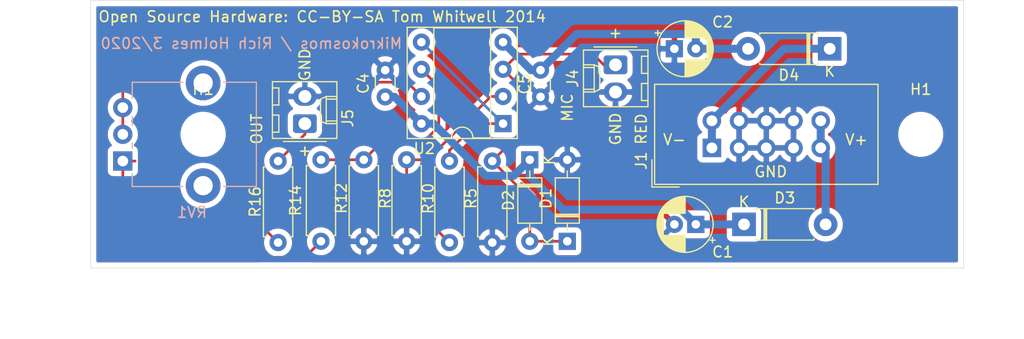
<source format=kicad_pcb>
(kicad_pcb (version 20171130) (host pcbnew "(5.1.6-0)")

  (general
    (thickness 1.6)
    (drawings 20)
    (tracks 73)
    (zones 0)
    (modules 21)
    (nets 13)
  )

  (page A4)
  (layers
    (0 F.Cu signal)
    (31 B.Cu signal)
    (32 B.Adhes user)
    (33 F.Adhes user)
    (34 B.Paste user)
    (35 F.Paste user)
    (36 B.SilkS user)
    (37 F.SilkS user)
    (38 B.Mask user)
    (39 F.Mask user)
    (40 Dwgs.User user)
    (41 Cmts.User user)
    (42 Eco1.User user)
    (43 Eco2.User user)
    (44 Edge.Cuts user)
    (45 Margin user)
    (46 B.CrtYd user)
    (47 F.CrtYd user)
    (48 B.Fab user)
    (49 F.Fab user)
  )

  (setup
    (last_trace_width 0.25)
    (user_trace_width 0.75)
    (trace_clearance 0.2)
    (zone_clearance 0.508)
    (zone_45_only no)
    (trace_min 0.2)
    (via_size 0.8)
    (via_drill 0.4)
    (via_min_size 0.4)
    (via_min_drill 0.3)
    (uvia_size 0.3)
    (uvia_drill 0.1)
    (uvias_allowed no)
    (uvia_min_size 0.2)
    (uvia_min_drill 0.1)
    (edge_width 0.05)
    (segment_width 0.2)
    (pcb_text_width 0.3)
    (pcb_text_size 1.5 1.5)
    (mod_edge_width 0.12)
    (mod_text_size 1 1)
    (mod_text_width 0.15)
    (pad_size 3.2 3.2)
    (pad_drill 3.2)
    (pad_to_mask_clearance 0.051)
    (solder_mask_min_width 0.25)
    (aux_axis_origin 0 0)
    (visible_elements FFFFFF7F)
    (pcbplotparams
      (layerselection 0x010fc_ffffffff)
      (usegerberextensions false)
      (usegerberattributes false)
      (usegerberadvancedattributes false)
      (creategerberjobfile false)
      (excludeedgelayer true)
      (linewidth 0.100000)
      (plotframeref false)
      (viasonmask false)
      (mode 1)
      (useauxorigin false)
      (hpglpennumber 1)
      (hpglpenspeed 20)
      (hpglpendiameter 15.000000)
      (psnegative false)
      (psa4output false)
      (plotreference true)
      (plotvalue true)
      (plotinvisibletext false)
      (padsonsilk false)
      (subtractmaskfromsilk false)
      (outputformat 1)
      (mirror false)
      (drillshape 0)
      (scaleselection 1)
      (outputdirectory "Mikrokosmos_Gerbers/"))
  )

  (net 0 "")
  (net 1 GND)
  (net 2 +12V)
  (net 3 -12V)
  (net 4 "Net-(D3-Pad2)")
  (net 5 "Net-(R10-Pad2)")
  (net 6 "Net-(R10-Pad1)")
  (net 7 "Net-(R12-Pad1)")
  (net 8 "Net-(R14-Pad1)")
  (net 9 "Net-(R16-Pad2)")
  (net 10 "Net-(J5-Pad1)")
  (net 11 /MIC+)
  (net 12 "Net-(D4-Pad1)")

  (net_class Default "This is the default net class."
    (clearance 0.2)
    (trace_width 0.25)
    (via_dia 0.8)
    (via_drill 0.4)
    (uvia_dia 0.3)
    (uvia_drill 0.1)
    (add_net +12V)
    (add_net -12V)
    (add_net /MIC+)
    (add_net GND)
    (add_net "Net-(D3-Pad2)")
    (add_net "Net-(D4-Pad1)")
    (add_net "Net-(J5-Pad1)")
    (add_net "Net-(R10-Pad1)")
    (add_net "Net-(R10-Pad2)")
    (add_net "Net-(R12-Pad1)")
    (add_net "Net-(R14-Pad1)")
    (add_net "Net-(R16-Pad2)")
  )

  (module MountingHole:MountingHole_3.2mm_M3 (layer F.Cu) (tedit 56D1B4CB) (tstamp 5FC29E54)
    (at 118 112.5)
    (descr "Mounting Hole 3.2mm, no annular, M3")
    (tags "mounting hole 3.2mm no annular m3")
    (path /5E83820F)
    (attr virtual)
    (fp_text reference H1 (at 0 -4.2) (layer F.SilkS)
      (effects (font (size 1 1) (thickness 0.15)))
    )
    (fp_text value MountingHole (at 0 4.2) (layer F.Fab)
      (effects (font (size 1 1) (thickness 0.15)))
    )
    (fp_circle (center 0 0) (end 3.45 0) (layer F.CrtYd) (width 0.05))
    (fp_circle (center 0 0) (end 3.2 0) (layer Cmts.User) (width 0.15))
    (fp_text user %R (at 0.3 0) (layer F.Fab)
      (effects (font (size 1 1) (thickness 0.15)))
    )
    (pad 1 np_thru_hole circle (at 0 0) (size 3.2 3.2) (drill 3.2) (layers *.Cu *.Mask))
  )

  (module Connector_Molex:Molex_KK-254_AE-6410-02A_1x02_P2.54mm_Vertical (layer F.Cu) (tedit 5B78013E) (tstamp 5E73A04B)
    (at 127.5 111.5 90)
    (descr "Molex KK-254 Interconnect System, old/engineering part number: AE-6410-02A example for new part number: 22-27-2021, 2 Pins (http://www.molex.com/pdm_docs/sd/022272021_sd.pdf), generated with kicad-footprint-generator")
    (tags "connector Molex KK-254 side entry")
    (path /5E7CACB8)
    (fp_text reference J5 (at 0.5 4 90) (layer F.SilkS)
      (effects (font (size 1 1) (thickness 0.15)))
    )
    (fp_text value "Molex 2 pin" (at 1.27 4.08 90) (layer F.Fab)
      (effects (font (size 1 1) (thickness 0.15)))
    )
    (fp_line (start 4.31 -3.42) (end -1.77 -3.42) (layer F.CrtYd) (width 0.05))
    (fp_line (start 4.31 3.38) (end 4.31 -3.42) (layer F.CrtYd) (width 0.05))
    (fp_line (start -1.77 3.38) (end 4.31 3.38) (layer F.CrtYd) (width 0.05))
    (fp_line (start -1.77 -3.42) (end -1.77 3.38) (layer F.CrtYd) (width 0.05))
    (fp_line (start 3.34 -2.43) (end 3.34 -3.03) (layer F.SilkS) (width 0.12))
    (fp_line (start 1.74 -2.43) (end 3.34 -2.43) (layer F.SilkS) (width 0.12))
    (fp_line (start 1.74 -3.03) (end 1.74 -2.43) (layer F.SilkS) (width 0.12))
    (fp_line (start 0.8 -2.43) (end 0.8 -3.03) (layer F.SilkS) (width 0.12))
    (fp_line (start -0.8 -2.43) (end 0.8 -2.43) (layer F.SilkS) (width 0.12))
    (fp_line (start -0.8 -3.03) (end -0.8 -2.43) (layer F.SilkS) (width 0.12))
    (fp_line (start 2.29 2.99) (end 2.29 1.99) (layer F.SilkS) (width 0.12))
    (fp_line (start 0.25 2.99) (end 0.25 1.99) (layer F.SilkS) (width 0.12))
    (fp_line (start 2.29 1.46) (end 2.54 1.99) (layer F.SilkS) (width 0.12))
    (fp_line (start 0.25 1.46) (end 2.29 1.46) (layer F.SilkS) (width 0.12))
    (fp_line (start 0 1.99) (end 0.25 1.46) (layer F.SilkS) (width 0.12))
    (fp_line (start 2.54 1.99) (end 2.54 2.99) (layer F.SilkS) (width 0.12))
    (fp_line (start 0 1.99) (end 2.54 1.99) (layer F.SilkS) (width 0.12))
    (fp_line (start 0 2.99) (end 0 1.99) (layer F.SilkS) (width 0.12))
    (fp_line (start -0.562893 0) (end -1.27 0.5) (layer F.Fab) (width 0.1))
    (fp_line (start -1.27 -0.5) (end -0.562893 0) (layer F.Fab) (width 0.1))
    (fp_line (start -1.67 -2) (end -1.67 2) (layer F.SilkS) (width 0.12))
    (fp_line (start 3.92 -3.03) (end -1.38 -3.03) (layer F.SilkS) (width 0.12))
    (fp_line (start 3.92 2.99) (end 3.92 -3.03) (layer F.SilkS) (width 0.12))
    (fp_line (start -1.38 2.99) (end 3.92 2.99) (layer F.SilkS) (width 0.12))
    (fp_line (start -1.38 -3.03) (end -1.38 2.99) (layer F.SilkS) (width 0.12))
    (fp_line (start 3.81 -2.92) (end -1.27 -2.92) (layer F.Fab) (width 0.1))
    (fp_line (start 3.81 2.88) (end 3.81 -2.92) (layer F.Fab) (width 0.1))
    (fp_line (start -1.27 2.88) (end 3.81 2.88) (layer F.Fab) (width 0.1))
    (fp_line (start -1.27 -2.92) (end -1.27 2.88) (layer F.Fab) (width 0.1))
    (fp_text user %R (at 1.27 -2.22 90) (layer F.Fab)
      (effects (font (size 1 1) (thickness 0.15)))
    )
    (pad 2 thru_hole oval (at 2.54 0 90) (size 1.74 2.2) (drill 1.2) (layers *.Cu *.Mask)
      (net 1 GND))
    (pad 1 thru_hole roundrect (at 0 0 90) (size 1.74 2.2) (drill 1.2) (layers *.Cu *.Mask) (roundrect_rratio 0.143678)
      (net 10 "Net-(J5-Pad1)"))
    (model ${KISYS3DMOD}/Connector_Molex.3dshapes/Molex_KK-254_AE-6410-02A_1x02_P2.54mm_Vertical.wrl
      (at (xyz 0 0 0))
      (scale (xyz 1 1 1))
      (rotate (xyz 0 0 0))
    )
  )

  (module Connector_Molex:Molex_KK-254_AE-6410-02A_1x02_P2.54mm_Vertical (layer F.Cu) (tedit 5B78013E) (tstamp 5E737C0C)
    (at 156.5 106 270)
    (descr "Molex KK-254 Interconnect System, old/engineering part number: AE-6410-02A example for new part number: 22-27-2021, 2 Pins (http://www.molex.com/pdm_docs/sd/022272021_sd.pdf), generated with kicad-footprint-generator")
    (tags "connector Molex KK-254 side entry")
    (path /5E750F67)
    (fp_text reference J4 (at 1.27 4 90) (layer F.SilkS)
      (effects (font (size 1 1) (thickness 0.15)))
    )
    (fp_text value "Molex 2 pin" (at 1.27 4.08 90) (layer F.Fab)
      (effects (font (size 1 1) (thickness 0.15)))
    )
    (fp_line (start 4.31 -3.42) (end -1.77 -3.42) (layer F.CrtYd) (width 0.05))
    (fp_line (start 4.31 3.38) (end 4.31 -3.42) (layer F.CrtYd) (width 0.05))
    (fp_line (start -1.77 3.38) (end 4.31 3.38) (layer F.CrtYd) (width 0.05))
    (fp_line (start -1.77 -3.42) (end -1.77 3.38) (layer F.CrtYd) (width 0.05))
    (fp_line (start 3.34 -2.43) (end 3.34 -3.03) (layer F.SilkS) (width 0.12))
    (fp_line (start 1.74 -2.43) (end 3.34 -2.43) (layer F.SilkS) (width 0.12))
    (fp_line (start 1.74 -3.03) (end 1.74 -2.43) (layer F.SilkS) (width 0.12))
    (fp_line (start 0.8 -2.43) (end 0.8 -3.03) (layer F.SilkS) (width 0.12))
    (fp_line (start -0.8 -2.43) (end 0.8 -2.43) (layer F.SilkS) (width 0.12))
    (fp_line (start -0.8 -3.03) (end -0.8 -2.43) (layer F.SilkS) (width 0.12))
    (fp_line (start 2.29 2.99) (end 2.29 1.99) (layer F.SilkS) (width 0.12))
    (fp_line (start 0.25 2.99) (end 0.25 1.99) (layer F.SilkS) (width 0.12))
    (fp_line (start 2.29 1.46) (end 2.54 1.99) (layer F.SilkS) (width 0.12))
    (fp_line (start 0.25 1.46) (end 2.29 1.46) (layer F.SilkS) (width 0.12))
    (fp_line (start 0 1.99) (end 0.25 1.46) (layer F.SilkS) (width 0.12))
    (fp_line (start 2.54 1.99) (end 2.54 2.99) (layer F.SilkS) (width 0.12))
    (fp_line (start 0 1.99) (end 2.54 1.99) (layer F.SilkS) (width 0.12))
    (fp_line (start 0 2.99) (end 0 1.99) (layer F.SilkS) (width 0.12))
    (fp_line (start -0.562893 0) (end -1.27 0.5) (layer F.Fab) (width 0.1))
    (fp_line (start -1.27 -0.5) (end -0.562893 0) (layer F.Fab) (width 0.1))
    (fp_line (start -1.67 -2) (end -1.67 2) (layer F.SilkS) (width 0.12))
    (fp_line (start 3.92 -3.03) (end -1.38 -3.03) (layer F.SilkS) (width 0.12))
    (fp_line (start 3.92 2.99) (end 3.92 -3.03) (layer F.SilkS) (width 0.12))
    (fp_line (start -1.38 2.99) (end 3.92 2.99) (layer F.SilkS) (width 0.12))
    (fp_line (start -1.38 -3.03) (end -1.38 2.99) (layer F.SilkS) (width 0.12))
    (fp_line (start 3.81 -2.92) (end -1.27 -2.92) (layer F.Fab) (width 0.1))
    (fp_line (start 3.81 2.88) (end 3.81 -2.92) (layer F.Fab) (width 0.1))
    (fp_line (start -1.27 2.88) (end 3.81 2.88) (layer F.Fab) (width 0.1))
    (fp_line (start -1.27 -2.92) (end -1.27 2.88) (layer F.Fab) (width 0.1))
    (fp_text user %R (at 1.27 -2.22 90) (layer F.Fab)
      (effects (font (size 1 1) (thickness 0.15)))
    )
    (pad 2 thru_hole oval (at 2.54 0 270) (size 1.74 2.2) (drill 1.2) (layers *.Cu *.Mask)
      (net 1 GND))
    (pad 1 thru_hole roundrect (at 0 0 270) (size 1.74 2.2) (drill 1.2) (layers *.Cu *.Mask) (roundrect_rratio 0.143678)
      (net 11 /MIC+))
    (model ${KISYS3DMOD}/Connector_Molex.3dshapes/Molex_KK-254_AE-6410-02A_1x02_P2.54mm_Vertical.wrl
      (at (xyz 0 0 0))
      (scale (xyz 1 1 1))
      (rotate (xyz 0 0 0))
    )
  )

  (module MountingHole:MountingHole_3.2mm_M3 (layer F.Cu) (tedit 56D1B4CB) (tstamp 5E8153CC)
    (at 185 112.5)
    (descr "Mounting Hole 3.2mm, no annular, M3")
    (tags "mounting hole 3.2mm no annular m3")
    (path /5E83820F)
    (attr virtual)
    (fp_text reference H1 (at 0 -4.2) (layer F.SilkS)
      (effects (font (size 1 1) (thickness 0.15)))
    )
    (fp_text value MountingHole (at 0 4.2) (layer F.Fab)
      (effects (font (size 1 1) (thickness 0.15)))
    )
    (fp_circle (center 0 0) (end 3.45 0) (layer F.CrtYd) (width 0.05))
    (fp_circle (center 0 0) (end 3.2 0) (layer Cmts.User) (width 0.15))
    (pad 1 np_thru_hole circle (at 0 0) (size 3.2 3.2) (drill 3.2) (layers *.Cu *.Mask))
  )

  (module Diode_THT:D_DO-41_SOD81_P7.62mm_Horizontal (layer F.Cu) (tedit 5AE50CD5) (tstamp 5E8153C4)
    (at 176.5 104.5 180)
    (descr "Diode, DO-41_SOD81 series, Axial, Horizontal, pin pitch=7.62mm, , length*diameter=5.2*2.7mm^2, , http://www.diodes.com/_files/packages/DO-41%20(Plastic).pdf")
    (tags "Diode DO-41_SOD81 series Axial Horizontal pin pitch 7.62mm  length 5.2mm diameter 2.7mm")
    (path /5E82472D)
    (fp_text reference D4 (at 3.81 -2.47) (layer F.SilkS)
      (effects (font (size 1 1) (thickness 0.15)))
    )
    (fp_text value 1N5817 (at 3.81 2.47) (layer F.Fab)
      (effects (font (size 1 1) (thickness 0.15)))
    )
    (fp_line (start 8.97 -1.6) (end -1.35 -1.6) (layer F.CrtYd) (width 0.05))
    (fp_line (start 8.97 1.6) (end 8.97 -1.6) (layer F.CrtYd) (width 0.05))
    (fp_line (start -1.35 1.6) (end 8.97 1.6) (layer F.CrtYd) (width 0.05))
    (fp_line (start -1.35 -1.6) (end -1.35 1.6) (layer F.CrtYd) (width 0.05))
    (fp_line (start 1.87 -1.47) (end 1.87 1.47) (layer F.SilkS) (width 0.12))
    (fp_line (start 2.11 -1.47) (end 2.11 1.47) (layer F.SilkS) (width 0.12))
    (fp_line (start 1.99 -1.47) (end 1.99 1.47) (layer F.SilkS) (width 0.12))
    (fp_line (start 6.53 1.47) (end 6.53 1.34) (layer F.SilkS) (width 0.12))
    (fp_line (start 1.09 1.47) (end 6.53 1.47) (layer F.SilkS) (width 0.12))
    (fp_line (start 1.09 1.34) (end 1.09 1.47) (layer F.SilkS) (width 0.12))
    (fp_line (start 6.53 -1.47) (end 6.53 -1.34) (layer F.SilkS) (width 0.12))
    (fp_line (start 1.09 -1.47) (end 6.53 -1.47) (layer F.SilkS) (width 0.12))
    (fp_line (start 1.09 -1.34) (end 1.09 -1.47) (layer F.SilkS) (width 0.12))
    (fp_line (start 1.89 -1.35) (end 1.89 1.35) (layer F.Fab) (width 0.1))
    (fp_line (start 2.09 -1.35) (end 2.09 1.35) (layer F.Fab) (width 0.1))
    (fp_line (start 1.99 -1.35) (end 1.99 1.35) (layer F.Fab) (width 0.1))
    (fp_line (start 7.62 0) (end 6.41 0) (layer F.Fab) (width 0.1))
    (fp_line (start 0 0) (end 1.21 0) (layer F.Fab) (width 0.1))
    (fp_line (start 6.41 -1.35) (end 1.21 -1.35) (layer F.Fab) (width 0.1))
    (fp_line (start 6.41 1.35) (end 6.41 -1.35) (layer F.Fab) (width 0.1))
    (fp_line (start 1.21 1.35) (end 6.41 1.35) (layer F.Fab) (width 0.1))
    (fp_line (start 1.21 -1.35) (end 1.21 1.35) (layer F.Fab) (width 0.1))
    (fp_text user K (at 0 -2.1) (layer F.SilkS)
      (effects (font (size 1 1) (thickness 0.15)))
    )
    (fp_text user K (at 0 -2.1) (layer F.Fab)
      (effects (font (size 1 1) (thickness 0.15)))
    )
    (fp_text user %R (at 4.2 0 180) (layer F.Fab)
      (effects (font (size 1 1) (thickness 0.15)))
    )
    (pad 2 thru_hole oval (at 7.62 0 180) (size 2.2 2.2) (drill 1.1) (layers *.Cu *.Mask)
      (net 3 -12V))
    (pad 1 thru_hole rect (at 0 0 180) (size 2.2 2.2) (drill 1.1) (layers *.Cu *.Mask)
      (net 12 "Net-(D4-Pad1)"))
    (model ${KISYS3DMOD}/Diode_THT.3dshapes/D_DO-41_SOD81_P7.62mm_Horizontal.wrl
      (at (xyz 0 0 0))
      (scale (xyz 1 1 1))
      (rotate (xyz 0 0 0))
    )
  )

  (module Diode_THT:D_DO-41_SOD81_P7.62mm_Horizontal (layer F.Cu) (tedit 5AE50CD5) (tstamp 5E8153A5)
    (at 168.5 120.92)
    (descr "Diode, DO-41_SOD81 series, Axial, Horizontal, pin pitch=7.62mm, , length*diameter=5.2*2.7mm^2, , http://www.diodes.com/_files/packages/DO-41%20(Plastic).pdf")
    (tags "Diode DO-41_SOD81 series Axial Horizontal pin pitch 7.62mm  length 5.2mm diameter 2.7mm")
    (path /5E81E00D)
    (fp_text reference D3 (at 3.81 -2.47) (layer F.SilkS)
      (effects (font (size 1 1) (thickness 0.15)))
    )
    (fp_text value 1N5817 (at 3.81 2.47) (layer F.Fab)
      (effects (font (size 1 1) (thickness 0.15)))
    )
    (fp_line (start 8.97 -1.6) (end -1.35 -1.6) (layer F.CrtYd) (width 0.05))
    (fp_line (start 8.97 1.6) (end 8.97 -1.6) (layer F.CrtYd) (width 0.05))
    (fp_line (start -1.35 1.6) (end 8.97 1.6) (layer F.CrtYd) (width 0.05))
    (fp_line (start -1.35 -1.6) (end -1.35 1.6) (layer F.CrtYd) (width 0.05))
    (fp_line (start 1.87 -1.47) (end 1.87 1.47) (layer F.SilkS) (width 0.12))
    (fp_line (start 2.11 -1.47) (end 2.11 1.47) (layer F.SilkS) (width 0.12))
    (fp_line (start 1.99 -1.47) (end 1.99 1.47) (layer F.SilkS) (width 0.12))
    (fp_line (start 6.53 1.47) (end 6.53 1.34) (layer F.SilkS) (width 0.12))
    (fp_line (start 1.09 1.47) (end 6.53 1.47) (layer F.SilkS) (width 0.12))
    (fp_line (start 1.09 1.34) (end 1.09 1.47) (layer F.SilkS) (width 0.12))
    (fp_line (start 6.53 -1.47) (end 6.53 -1.34) (layer F.SilkS) (width 0.12))
    (fp_line (start 1.09 -1.47) (end 6.53 -1.47) (layer F.SilkS) (width 0.12))
    (fp_line (start 1.09 -1.34) (end 1.09 -1.47) (layer F.SilkS) (width 0.12))
    (fp_line (start 1.89 -1.35) (end 1.89 1.35) (layer F.Fab) (width 0.1))
    (fp_line (start 2.09 -1.35) (end 2.09 1.35) (layer F.Fab) (width 0.1))
    (fp_line (start 1.99 -1.35) (end 1.99 1.35) (layer F.Fab) (width 0.1))
    (fp_line (start 7.62 0) (end 6.41 0) (layer F.Fab) (width 0.1))
    (fp_line (start 0 0) (end 1.21 0) (layer F.Fab) (width 0.1))
    (fp_line (start 6.41 -1.35) (end 1.21 -1.35) (layer F.Fab) (width 0.1))
    (fp_line (start 6.41 1.35) (end 6.41 -1.35) (layer F.Fab) (width 0.1))
    (fp_line (start 1.21 1.35) (end 6.41 1.35) (layer F.Fab) (width 0.1))
    (fp_line (start 1.21 -1.35) (end 1.21 1.35) (layer F.Fab) (width 0.1))
    (fp_text user K (at 0 -2.1) (layer F.SilkS)
      (effects (font (size 1 1) (thickness 0.15)))
    )
    (fp_text user K (at 0 -2.1) (layer F.Fab)
      (effects (font (size 1 1) (thickness 0.15)))
    )
    (fp_text user %R (at 4.2 0) (layer F.Fab)
      (effects (font (size 1 1) (thickness 0.15)))
    )
    (pad 2 thru_hole oval (at 7.62 0) (size 2.2 2.2) (drill 1.1) (layers *.Cu *.Mask)
      (net 4 "Net-(D3-Pad2)"))
    (pad 1 thru_hole rect (at 0 0) (size 2.2 2.2) (drill 1.1) (layers *.Cu *.Mask)
      (net 2 +12V))
    (model ${KISYS3DMOD}/Diode_THT.3dshapes/D_DO-41_SOD81_P7.62mm_Horizontal.wrl
      (at (xyz 0 0 0))
      (scale (xyz 1 1 1))
      (rotate (xyz 0 0 0))
    )
  )

  (module Diode_THT:D_DO-35_SOD27_P7.62mm_Horizontal (layer F.Cu) (tedit 5AE50CD5) (tstamp 5E815386)
    (at 152 122.5 90)
    (descr "Diode, DO-35_SOD27 series, Axial, Horizontal, pin pitch=7.62mm, , length*diameter=4*2mm^2, , http://www.diodes.com/_files/packages/DO-35.pdf")
    (tags "Diode DO-35_SOD27 series Axial Horizontal pin pitch 7.62mm  length 4mm diameter 2mm")
    (path /5E826973)
    (fp_text reference D2 (at 3.81 -5.5 90) (layer F.SilkS)
      (effects (font (size 1 1) (thickness 0.15)))
    )
    (fp_text value 1N4148 (at 3.8 -1.7 90) (layer F.Fab)
      (effects (font (size 1 1) (thickness 0.15)))
    )
    (fp_line (start 8.67 -1.25) (end -1.05 -1.25) (layer F.CrtYd) (width 0.05))
    (fp_line (start 8.67 1.25) (end 8.67 -1.25) (layer F.CrtYd) (width 0.05))
    (fp_line (start -1.05 1.25) (end 8.67 1.25) (layer F.CrtYd) (width 0.05))
    (fp_line (start -1.05 -1.25) (end -1.05 1.25) (layer F.CrtYd) (width 0.05))
    (fp_line (start 2.29 -1.12) (end 2.29 1.12) (layer F.SilkS) (width 0.12))
    (fp_line (start 2.53 -1.12) (end 2.53 1.12) (layer F.SilkS) (width 0.12))
    (fp_line (start 2.41 -1.12) (end 2.41 1.12) (layer F.SilkS) (width 0.12))
    (fp_line (start 6.58 0) (end 5.93 0) (layer F.SilkS) (width 0.12))
    (fp_line (start 1.04 0) (end 1.69 0) (layer F.SilkS) (width 0.12))
    (fp_line (start 5.93 -1.12) (end 1.69 -1.12) (layer F.SilkS) (width 0.12))
    (fp_line (start 5.93 1.12) (end 5.93 -1.12) (layer F.SilkS) (width 0.12))
    (fp_line (start 1.69 1.12) (end 5.93 1.12) (layer F.SilkS) (width 0.12))
    (fp_line (start 1.69 -1.12) (end 1.69 1.12) (layer F.SilkS) (width 0.12))
    (fp_line (start 2.31 -1) (end 2.31 1) (layer F.Fab) (width 0.1))
    (fp_line (start 2.51 -1) (end 2.51 1) (layer F.Fab) (width 0.1))
    (fp_line (start 2.41 -1) (end 2.41 1) (layer F.Fab) (width 0.1))
    (fp_line (start 7.62 0) (end 5.81 0) (layer F.Fab) (width 0.1))
    (fp_line (start 0 0) (end 1.81 0) (layer F.Fab) (width 0.1))
    (fp_line (start 5.81 -1) (end 1.81 -1) (layer F.Fab) (width 0.1))
    (fp_line (start 5.81 1) (end 5.81 -1) (layer F.Fab) (width 0.1))
    (fp_line (start 1.81 1) (end 5.81 1) (layer F.Fab) (width 0.1))
    (fp_line (start 1.81 -1) (end 1.81 1) (layer F.Fab) (width 0.1))
    (fp_text user K (at 0 -1.8 90) (layer F.SilkS)
      (effects (font (size 1 1) (thickness 0.15)))
    )
    (fp_text user K (at 0 -1.8 90) (layer F.Fab)
      (effects (font (size 1 1) (thickness 0.15)))
    )
    (fp_text user %R (at 4.11 0 90) (layer F.Fab)
      (effects (font (size 0.8 0.8) (thickness 0.12)))
    )
    (pad 2 thru_hole oval (at 7.62 0 90) (size 1.6 1.6) (drill 0.8) (layers *.Cu *.Mask)
      (net 1 GND))
    (pad 1 thru_hole rect (at 0 0 90) (size 1.6 1.6) (drill 0.8) (layers *.Cu *.Mask)
      (net 11 /MIC+))
    (model ${KISYS3DMOD}/Diode_THT.3dshapes/D_DO-35_SOD27_P7.62mm_Horizontal.wrl
      (at (xyz 0 0 0))
      (scale (xyz 1 1 1))
      (rotate (xyz 0 0 0))
    )
  )

  (module Diode_THT:D_DO-35_SOD27_P7.62mm_Horizontal (layer F.Cu) (tedit 5AE50CD5) (tstamp 5E815367)
    (at 148.5 114.88 270)
    (descr "Diode, DO-35_SOD27 series, Axial, Horizontal, pin pitch=7.62mm, , length*diameter=4*2mm^2, , http://www.diodes.com/_files/packages/DO-35.pdf")
    (tags "Diode DO-35_SOD27 series Axial Horizontal pin pitch 7.62mm  length 4mm diameter 2mm")
    (path /5E825BFB)
    (fp_text reference D1 (at 3.62 -1.5 90) (layer F.SilkS)
      (effects (font (size 1 1) (thickness 0.15)))
    )
    (fp_text value 1N4148 (at 3.82 1.5 90) (layer F.Fab)
      (effects (font (size 1 1) (thickness 0.15)))
    )
    (fp_line (start 8.67 -1.25) (end -1.05 -1.25) (layer F.CrtYd) (width 0.05))
    (fp_line (start 8.67 1.25) (end 8.67 -1.25) (layer F.CrtYd) (width 0.05))
    (fp_line (start -1.05 1.25) (end 8.67 1.25) (layer F.CrtYd) (width 0.05))
    (fp_line (start -1.05 -1.25) (end -1.05 1.25) (layer F.CrtYd) (width 0.05))
    (fp_line (start 2.29 -1.12) (end 2.29 1.12) (layer F.SilkS) (width 0.12))
    (fp_line (start 2.53 -1.12) (end 2.53 1.12) (layer F.SilkS) (width 0.12))
    (fp_line (start 2.41 -1.12) (end 2.41 1.12) (layer F.SilkS) (width 0.12))
    (fp_line (start 6.58 0) (end 5.93 0) (layer F.SilkS) (width 0.12))
    (fp_line (start 1.04 0) (end 1.69 0) (layer F.SilkS) (width 0.12))
    (fp_line (start 5.93 -1.12) (end 1.69 -1.12) (layer F.SilkS) (width 0.12))
    (fp_line (start 5.93 1.12) (end 5.93 -1.12) (layer F.SilkS) (width 0.12))
    (fp_line (start 1.69 1.12) (end 5.93 1.12) (layer F.SilkS) (width 0.12))
    (fp_line (start 1.69 -1.12) (end 1.69 1.12) (layer F.SilkS) (width 0.12))
    (fp_line (start 2.31 -1) (end 2.31 1) (layer F.Fab) (width 0.1))
    (fp_line (start 2.51 -1) (end 2.51 1) (layer F.Fab) (width 0.1))
    (fp_line (start 2.41 -1) (end 2.41 1) (layer F.Fab) (width 0.1))
    (fp_line (start 7.62 0) (end 5.81 0) (layer F.Fab) (width 0.1))
    (fp_line (start 0 0) (end 1.81 0) (layer F.Fab) (width 0.1))
    (fp_line (start 5.81 -1) (end 1.81 -1) (layer F.Fab) (width 0.1))
    (fp_line (start 5.81 1) (end 5.81 -1) (layer F.Fab) (width 0.1))
    (fp_line (start 1.81 1) (end 5.81 1) (layer F.Fab) (width 0.1))
    (fp_line (start 1.81 -1) (end 1.81 1) (layer F.Fab) (width 0.1))
    (fp_text user K (at 0 -1.8 90) (layer F.SilkS)
      (effects (font (size 1 1) (thickness 0.15)))
    )
    (fp_text user K (at 0 -1.8 90) (layer F.Fab)
      (effects (font (size 1 1) (thickness 0.15)))
    )
    (fp_text user %R (at 4.11 0 90) (layer F.Fab)
      (effects (font (size 0.8 0.8) (thickness 0.12)))
    )
    (pad 2 thru_hole oval (at 7.62 0 270) (size 1.6 1.6) (drill 0.8) (layers *.Cu *.Mask)
      (net 11 /MIC+))
    (pad 1 thru_hole rect (at 0 0 270) (size 1.6 1.6) (drill 0.8) (layers *.Cu *.Mask)
      (net 2 +12V))
    (model ${KISYS3DMOD}/Diode_THT.3dshapes/D_DO-35_SOD27_P7.62mm_Horizontal.wrl
      (at (xyz 0 0 0))
      (scale (xyz 1 1 1))
      (rotate (xyz 0 0 0))
    )
  )

  (module EurorackRSH:Eurorack_Power_Header_Shrouded (layer F.Cu) (tedit 5E5AEF31) (tstamp 5E73601A)
    (at 165.5 113.77 90)
    (descr "Through hole straight IDC box header, 2x05, 2.54mm pitch, double rows")
    (tags "Through hole IDC box header THT 2x05 2.54mm double row")
    (path /5E73F98D)
    (fp_text reference J1 (at -1.2 -6.6 90) (layer F.SilkS)
      (effects (font (size 1 1) (thickness 0.15)))
    )
    (fp_text value EURO_PWR_2x5 (at 1.27 16.764 90) (layer F.Fab)
      (effects (font (size 1 1) (thickness 0.15)))
    )
    (fp_line (start 5.695 -5.1) (end 5.695 15.26) (layer F.Fab) (width 0.1))
    (fp_line (start 5.145 -4.56) (end 5.145 14.7) (layer F.Fab) (width 0.1))
    (fp_line (start -3.155 -5.1) (end -3.155 15.26) (layer F.Fab) (width 0.1))
    (fp_line (start -2.605 -4.56) (end -2.605 2.83) (layer F.Fab) (width 0.1))
    (fp_line (start -2.605 7.33) (end -2.605 14.7) (layer F.Fab) (width 0.1))
    (fp_line (start -2.605 2.83) (end -3.155 2.83) (layer F.Fab) (width 0.1))
    (fp_line (start -2.605 7.33) (end -3.155 7.33) (layer F.Fab) (width 0.1))
    (fp_line (start 5.695 -5.1) (end -3.155 -5.1) (layer F.Fab) (width 0.1))
    (fp_line (start 5.145 -4.56) (end -2.605 -4.56) (layer F.Fab) (width 0.1))
    (fp_line (start 5.695 15.26) (end -3.155 15.26) (layer F.Fab) (width 0.1))
    (fp_line (start 5.145 14.7) (end -2.605 14.7) (layer F.Fab) (width 0.1))
    (fp_line (start 5.695 -5.1) (end 5.145 -4.56) (layer F.Fab) (width 0.1))
    (fp_line (start 5.695 15.26) (end 5.145 14.7) (layer F.Fab) (width 0.1))
    (fp_line (start -3.155 -5.1) (end -2.605 -4.56) (layer F.Fab) (width 0.1))
    (fp_line (start -3.155 15.26) (end -2.605 14.7) (layer F.Fab) (width 0.1))
    (fp_line (start 5.95 -5.35) (end 5.95 15.51) (layer F.CrtYd) (width 0.05))
    (fp_line (start 5.95 15.51) (end -3.41 15.51) (layer F.CrtYd) (width 0.05))
    (fp_line (start -3.41 15.51) (end -3.41 -5.35) (layer F.CrtYd) (width 0.05))
    (fp_line (start -3.41 -5.35) (end 5.95 -5.35) (layer F.CrtYd) (width 0.05))
    (fp_line (start 5.945 -5.35) (end 5.945 15.51) (layer F.SilkS) (width 0.12))
    (fp_line (start 5.945 15.51) (end -3.405 15.51) (layer F.SilkS) (width 0.12))
    (fp_line (start -3.405 15.51) (end -3.405 -5.35) (layer F.SilkS) (width 0.12))
    (fp_line (start -3.405 -5.35) (end 5.945 -5.35) (layer F.SilkS) (width 0.12))
    (fp_line (start -3.655 -5.6) (end -3.655 -3.06) (layer F.SilkS) (width 0.12))
    (fp_line (start -3.655 -5.6) (end -1.115 -5.6) (layer F.SilkS) (width 0.12))
    (fp_text user %R (at 1.27 5.08 90) (layer F.Fab)
      (effects (font (size 1 1) (thickness 0.15)))
    )
    (fp_text user RED (at 1.77 -6.6 90) (layer F.SilkS)
      (effects (font (size 1 1) (thickness 0.15)))
    )
    (pad 1 thru_hole rect (at 0 0 90) (size 1.7272 1.7272) (drill 1.016) (layers *.Cu *.Mask)
      (net 12 "Net-(D4-Pad1)"))
    (pad 2 thru_hole oval (at 2.54 0 90) (size 1.7272 1.7272) (drill 1.016) (layers *.Cu *.Mask)
      (net 12 "Net-(D4-Pad1)"))
    (pad 3 thru_hole oval (at 0 2.54 90) (size 1.7272 1.7272) (drill 1.016) (layers *.Cu *.Mask)
      (net 1 GND))
    (pad 4 thru_hole oval (at 2.54 2.54 90) (size 1.7272 1.7272) (drill 1.016) (layers *.Cu *.Mask)
      (net 1 GND))
    (pad 5 thru_hole oval (at 0 5.08 90) (size 1.7272 1.7272) (drill 1.016) (layers *.Cu *.Mask)
      (net 1 GND))
    (pad 6 thru_hole oval (at 2.54 5.08 90) (size 1.7272 1.7272) (drill 1.016) (layers *.Cu *.Mask)
      (net 1 GND))
    (pad 7 thru_hole oval (at 0 7.62 90) (size 1.7272 1.7272) (drill 1.016) (layers *.Cu *.Mask)
      (net 1 GND))
    (pad 8 thru_hole oval (at 2.54 7.62 90) (size 1.7272 1.7272) (drill 1.016) (layers *.Cu *.Mask)
      (net 1 GND))
    (pad 9 thru_hole oval (at 0 10.16 90) (size 1.7272 1.7272) (drill 1.016) (layers *.Cu *.Mask)
      (net 4 "Net-(D3-Pad2)"))
    (pad 10 thru_hole oval (at 2.54 10.16 90) (size 1.7272 1.7272) (drill 1.016) (layers *.Cu *.Mask)
      (net 4 "Net-(D3-Pad2)"))
    (model ${KISYS3DMOD}/Connector_IDC.3dshapes/IDC-Header_2x05_P2.54mm_Vertical.wrl
      (at (xyz 0 0 0))
      (scale (xyz 1 1 1))
      (rotate (xyz 0 0 0))
    )
  )

  (module Potentiometer_THT:Potentiometer_Alpha_RD901F-40-00D_Single_Vertical_CircularHoles (layer B.Cu) (tedit 5C6C6C48) (tstamp 5E735A2C)
    (at 110.5 115)
    (descr "Potentiometer, vertical, 9mm, single, http://www.taiwanalpha.com.tw/downloads?target=products&id=113")
    (tags "potentiometer vertical 9mm single")
    (path /5E745866)
    (fp_text reference RV1 (at 6.45 4.8 -180) (layer B.SilkS)
      (effects (font (size 1 1) (thickness 0.15)) (justify mirror))
    )
    (fp_text value 50k (at 0 -10.11 -180) (layer B.Fab)
      (effects (font (size 1 1) (thickness 0.15)) (justify mirror))
    )
    (fp_line (start 0.88 -4.16) (end 0.88 -3.33) (layer B.SilkS) (width 0.12))
    (fp_line (start 0.88 -1.71) (end 0.88 -1.18) (layer B.SilkS) (width 0.12))
    (fp_line (start 0.88 1.19) (end 0.88 2.37) (layer B.SilkS) (width 0.12))
    (fp_line (start 0.88 -7.37) (end 5.6 -7.37) (layer B.SilkS) (width 0.12))
    (fp_line (start 9.41 2.37) (end 12.47 2.37) (layer B.SilkS) (width 0.12))
    (fp_line (start 1 -7.25) (end 12.35 -7.25) (layer B.Fab) (width 0.1))
    (fp_line (start 1 2.25) (end 12.35 2.25) (layer B.Fab) (width 0.1))
    (fp_line (start 12.35 -7.25) (end 12.35 2.25) (layer B.Fab) (width 0.1))
    (fp_line (start 1 -7.25) (end 1 2.25) (layer B.Fab) (width 0.1))
    (fp_circle (center 7.5 -2.5) (end 7.5 1) (layer B.Fab) (width 0.1))
    (fp_line (start 0.88 2.38) (end 5.6 2.38) (layer B.SilkS) (width 0.12))
    (fp_line (start 9.41 -7.37) (end 12.47 -7.37) (layer B.SilkS) (width 0.12))
    (fp_line (start 0.88 -7.37) (end 0.88 -5.88) (layer B.SilkS) (width 0.12))
    (fp_line (start 12.47 -7.37) (end 12.47 2.37) (layer B.SilkS) (width 0.12))
    (fp_line (start 12.6 -9.17) (end 12.6 4.17) (layer B.CrtYd) (width 0.05))
    (fp_line (start 12.6 4.17) (end -1.15 4.17) (layer B.CrtYd) (width 0.05))
    (fp_line (start -1.15 4.17) (end -1.15 -9.17) (layer B.CrtYd) (width 0.05))
    (fp_line (start -1.15 -9.17) (end 12.6 -9.17) (layer B.CrtYd) (width 0.05))
    (fp_text user %R (at 7.62 -2.54) (layer B.Fab)
      (effects (font (size 1 1) (thickness 0.15)) (justify mirror))
    )
    (pad "" thru_hole circle (at 7.5 2.3 270) (size 3.24 3.24) (drill 1.8) (layers *.Cu *.Mask))
    (pad "" thru_hole circle (at 7.5 -7.3 270) (size 3.24 3.24) (drill 1.8) (layers *.Cu *.Mask))
    (pad 3 thru_hole circle (at 0 -5 270) (size 1.8 1.8) (drill 1) (layers *.Cu *.Mask)
      (net 9 "Net-(R16-Pad2)"))
    (pad 2 thru_hole circle (at 0 -2.5 270) (size 1.8 1.8) (drill 1) (layers *.Cu *.Mask)
      (net 9 "Net-(R16-Pad2)"))
    (pad 1 thru_hole rect (at 0 0 270) (size 1.8 1.8) (drill 1) (layers *.Cu *.Mask)
      (net 8 "Net-(R14-Pad1)"))
    (model ${KISYS3DMOD}/Potentiometer_THT.3dshapes/Potentiometer_Alpha_RD901F-40-00D_Single_Vertical.wrl
      (at (xyz 0 0 0))
      (scale (xyz 1 1 1))
      (rotate (xyz 0 0 0))
    )
  )

  (module Package_DIP:DIP-8_W7.62mm_Socket (layer F.Cu) (tedit 5A02E8C5) (tstamp 5E735A50)
    (at 146 111.5 180)
    (descr "8-lead though-hole mounted DIP package, row spacing 7.62 mm (300 mils), Socket")
    (tags "THT DIP DIL PDIP 2.54mm 7.62mm 300mil Socket")
    (path /5E736C61)
    (fp_text reference U2 (at 7.35 -2.33) (layer F.SilkS)
      (effects (font (size 1 1) (thickness 0.15)))
    )
    (fp_text value TL072 (at 3.81 9.95) (layer F.Fab)
      (effects (font (size 1 1) (thickness 0.15)))
    )
    (fp_line (start 9.15 -1.6) (end -1.55 -1.6) (layer F.CrtYd) (width 0.05))
    (fp_line (start 9.15 9.2) (end 9.15 -1.6) (layer F.CrtYd) (width 0.05))
    (fp_line (start -1.55 9.2) (end 9.15 9.2) (layer F.CrtYd) (width 0.05))
    (fp_line (start -1.55 -1.6) (end -1.55 9.2) (layer F.CrtYd) (width 0.05))
    (fp_line (start 8.95 -1.39) (end -1.33 -1.39) (layer F.SilkS) (width 0.12))
    (fp_line (start 8.95 9.01) (end 8.95 -1.39) (layer F.SilkS) (width 0.12))
    (fp_line (start -1.33 9.01) (end 8.95 9.01) (layer F.SilkS) (width 0.12))
    (fp_line (start -1.33 -1.39) (end -1.33 9.01) (layer F.SilkS) (width 0.12))
    (fp_line (start 6.46 -1.33) (end 4.81 -1.33) (layer F.SilkS) (width 0.12))
    (fp_line (start 6.46 8.95) (end 6.46 -1.33) (layer F.SilkS) (width 0.12))
    (fp_line (start 1.16 8.95) (end 6.46 8.95) (layer F.SilkS) (width 0.12))
    (fp_line (start 1.16 -1.33) (end 1.16 8.95) (layer F.SilkS) (width 0.12))
    (fp_line (start 2.81 -1.33) (end 1.16 -1.33) (layer F.SilkS) (width 0.12))
    (fp_line (start 8.89 -1.33) (end -1.27 -1.33) (layer F.Fab) (width 0.1))
    (fp_line (start 8.89 8.95) (end 8.89 -1.33) (layer F.Fab) (width 0.1))
    (fp_line (start -1.27 8.95) (end 8.89 8.95) (layer F.Fab) (width 0.1))
    (fp_line (start -1.27 -1.33) (end -1.27 8.95) (layer F.Fab) (width 0.1))
    (fp_line (start 0.635 -0.27) (end 1.635 -1.27) (layer F.Fab) (width 0.1))
    (fp_line (start 0.635 8.89) (end 0.635 -0.27) (layer F.Fab) (width 0.1))
    (fp_line (start 6.985 8.89) (end 0.635 8.89) (layer F.Fab) (width 0.1))
    (fp_line (start 6.985 -1.27) (end 6.985 8.89) (layer F.Fab) (width 0.1))
    (fp_line (start 1.635 -1.27) (end 6.985 -1.27) (layer F.Fab) (width 0.1))
    (fp_text user %R (at 3.81 3.81) (layer F.Fab)
      (effects (font (size 1 1) (thickness 0.15)))
    )
    (fp_arc (start 3.81 -1.33) (end 2.81 -1.33) (angle -180) (layer F.SilkS) (width 0.12))
    (pad 8 thru_hole oval (at 7.62 0 180) (size 1.6 1.6) (drill 0.8) (layers *.Cu *.Mask)
      (net 2 +12V))
    (pad 4 thru_hole oval (at 0 7.62 180) (size 1.6 1.6) (drill 0.8) (layers *.Cu *.Mask)
      (net 3 -12V))
    (pad 7 thru_hole oval (at 7.62 2.54 180) (size 1.6 1.6) (drill 0.8) (layers *.Cu *.Mask)
      (net 9 "Net-(R16-Pad2)"))
    (pad 3 thru_hole oval (at 0 5.08 180) (size 1.6 1.6) (drill 0.8) (layers *.Cu *.Mask)
      (net 11 /MIC+))
    (pad 6 thru_hole oval (at 7.62 5.08 180) (size 1.6 1.6) (drill 0.8) (layers *.Cu *.Mask)
      (net 7 "Net-(R12-Pad1)"))
    (pad 2 thru_hole oval (at 0 2.54 180) (size 1.6 1.6) (drill 0.8) (layers *.Cu *.Mask)
      (net 5 "Net-(R10-Pad2)"))
    (pad 5 thru_hole oval (at 7.62 7.62 180) (size 1.6 1.6) (drill 0.8) (layers *.Cu *.Mask)
      (net 6 "Net-(R10-Pad1)"))
    (pad 1 thru_hole rect (at 0 0 180) (size 1.6 1.6) (drill 0.8) (layers *.Cu *.Mask)
      (net 6 "Net-(R10-Pad1)"))
    (model ${KISYS3DMOD}/Package_DIP.3dshapes/DIP-8_W7.62mm_Socket.wrl
      (at (xyz 0 0 0))
      (scale (xyz 1 1 1))
      (rotate (xyz 0 0 0))
    )
  )

  (module Resistor_THT:R_Axial_DIN0207_L6.3mm_D2.5mm_P7.62mm_Horizontal (layer F.Cu) (tedit 5AE5139B) (tstamp 5E735A10)
    (at 125 115 270)
    (descr "Resistor, Axial_DIN0207 series, Axial, Horizontal, pin pitch=7.62mm, 0.25W = 1/4W, length*diameter=6.3*2.5mm^2, http://cdn-reichelt.de/documents/datenblatt/B400/1_4W%23YAG.pdf")
    (tags "Resistor Axial_DIN0207 series Axial Horizontal pin pitch 7.62mm 0.25W = 1/4W length 6.3mm diameter 2.5mm")
    (path /5E746179)
    (fp_text reference R16 (at 3.81 2.15 90) (layer F.SilkS)
      (effects (font (size 1 1) (thickness 0.15)))
    )
    (fp_text value 220R (at 3.81 2.37 90) (layer F.Fab)
      (effects (font (size 1 1) (thickness 0.15)))
    )
    (fp_line (start 8.67 -1.5) (end -1.05 -1.5) (layer F.CrtYd) (width 0.05))
    (fp_line (start 8.67 1.5) (end 8.67 -1.5) (layer F.CrtYd) (width 0.05))
    (fp_line (start -1.05 1.5) (end 8.67 1.5) (layer F.CrtYd) (width 0.05))
    (fp_line (start -1.05 -1.5) (end -1.05 1.5) (layer F.CrtYd) (width 0.05))
    (fp_line (start 7.08 1.37) (end 7.08 1.04) (layer F.SilkS) (width 0.12))
    (fp_line (start 0.54 1.37) (end 7.08 1.37) (layer F.SilkS) (width 0.12))
    (fp_line (start 0.54 1.04) (end 0.54 1.37) (layer F.SilkS) (width 0.12))
    (fp_line (start 7.08 -1.37) (end 7.08 -1.04) (layer F.SilkS) (width 0.12))
    (fp_line (start 0.54 -1.37) (end 7.08 -1.37) (layer F.SilkS) (width 0.12))
    (fp_line (start 0.54 -1.04) (end 0.54 -1.37) (layer F.SilkS) (width 0.12))
    (fp_line (start 7.62 0) (end 6.96 0) (layer F.Fab) (width 0.1))
    (fp_line (start 0 0) (end 0.66 0) (layer F.Fab) (width 0.1))
    (fp_line (start 6.96 -1.25) (end 0.66 -1.25) (layer F.Fab) (width 0.1))
    (fp_line (start 6.96 1.25) (end 6.96 -1.25) (layer F.Fab) (width 0.1))
    (fp_line (start 0.66 1.25) (end 6.96 1.25) (layer F.Fab) (width 0.1))
    (fp_line (start 0.66 -1.25) (end 0.66 1.25) (layer F.Fab) (width 0.1))
    (fp_text user %R (at 3.81 0 90) (layer F.Fab)
      (effects (font (size 1 1) (thickness 0.15)))
    )
    (pad 2 thru_hole oval (at 7.62 0 270) (size 1.6 1.6) (drill 0.8) (layers *.Cu *.Mask)
      (net 9 "Net-(R16-Pad2)"))
    (pad 1 thru_hole circle (at 0 0 270) (size 1.6 1.6) (drill 0.8) (layers *.Cu *.Mask)
      (net 10 "Net-(J5-Pad1)"))
    (model ${KISYS3DMOD}/Resistor_THT.3dshapes/R_Axial_DIN0207_L6.3mm_D2.5mm_P7.62mm_Horizontal.wrl
      (at (xyz 0 0 0))
      (scale (xyz 1 1 1))
      (rotate (xyz 0 0 0))
    )
  )

  (module Resistor_THT:R_Axial_DIN0207_L6.3mm_D2.5mm_P7.62mm_Horizontal (layer F.Cu) (tedit 5AE5139B) (tstamp 5E7359F9)
    (at 129 122.5 90)
    (descr "Resistor, Axial_DIN0207 series, Axial, Horizontal, pin pitch=7.62mm, 0.25W = 1/4W, length*diameter=6.3*2.5mm^2, http://cdn-reichelt.de/documents/datenblatt/B400/1_4W%23YAG.pdf")
    (tags "Resistor Axial_DIN0207 series Axial Horizontal pin pitch 7.62mm 0.25W = 1/4W length 6.3mm diameter 2.5mm")
    (path /5E73E5C6)
    (fp_text reference R14 (at 3.81 -2.37 90) (layer F.SilkS)
      (effects (font (size 1 1) (thickness 0.15)))
    )
    (fp_text value 2.2k (at 4 -1.9 90) (layer F.Fab)
      (effects (font (size 1 1) (thickness 0.15)))
    )
    (fp_line (start 8.67 -1.5) (end -1.05 -1.5) (layer F.CrtYd) (width 0.05))
    (fp_line (start 8.67 1.5) (end 8.67 -1.5) (layer F.CrtYd) (width 0.05))
    (fp_line (start -1.05 1.5) (end 8.67 1.5) (layer F.CrtYd) (width 0.05))
    (fp_line (start -1.05 -1.5) (end -1.05 1.5) (layer F.CrtYd) (width 0.05))
    (fp_line (start 7.08 1.37) (end 7.08 1.04) (layer F.SilkS) (width 0.12))
    (fp_line (start 0.54 1.37) (end 7.08 1.37) (layer F.SilkS) (width 0.12))
    (fp_line (start 0.54 1.04) (end 0.54 1.37) (layer F.SilkS) (width 0.12))
    (fp_line (start 7.08 -1.37) (end 7.08 -1.04) (layer F.SilkS) (width 0.12))
    (fp_line (start 0.54 -1.37) (end 7.08 -1.37) (layer F.SilkS) (width 0.12))
    (fp_line (start 0.54 -1.04) (end 0.54 -1.37) (layer F.SilkS) (width 0.12))
    (fp_line (start 7.62 0) (end 6.96 0) (layer F.Fab) (width 0.1))
    (fp_line (start 0 0) (end 0.66 0) (layer F.Fab) (width 0.1))
    (fp_line (start 6.96 -1.25) (end 0.66 -1.25) (layer F.Fab) (width 0.1))
    (fp_line (start 6.96 1.25) (end 6.96 -1.25) (layer F.Fab) (width 0.1))
    (fp_line (start 0.66 1.25) (end 6.96 1.25) (layer F.Fab) (width 0.1))
    (fp_line (start 0.66 -1.25) (end 0.66 1.25) (layer F.Fab) (width 0.1))
    (fp_text user %R (at 3.65 0.12 90) (layer F.Fab)
      (effects (font (size 1 1) (thickness 0.15)))
    )
    (pad 2 thru_hole oval (at 7.62 0 90) (size 1.6 1.6) (drill 0.8) (layers *.Cu *.Mask)
      (net 7 "Net-(R12-Pad1)"))
    (pad 1 thru_hole circle (at 0 0 90) (size 1.6 1.6) (drill 0.8) (layers *.Cu *.Mask)
      (net 8 "Net-(R14-Pad1)"))
    (model ${KISYS3DMOD}/Resistor_THT.3dshapes/R_Axial_DIN0207_L6.3mm_D2.5mm_P7.62mm_Horizontal.wrl
      (at (xyz 0 0 0))
      (scale (xyz 1 1 1))
      (rotate (xyz 0 0 0))
    )
  )

  (module Resistor_THT:R_Axial_DIN0207_L6.3mm_D2.5mm_P7.62mm_Horizontal (layer F.Cu) (tedit 5AE5139B) (tstamp 5E7359E2)
    (at 133 114.88 270)
    (descr "Resistor, Axial_DIN0207 series, Axial, Horizontal, pin pitch=7.62mm, 0.25W = 1/4W, length*diameter=6.3*2.5mm^2, http://cdn-reichelt.de/documents/datenblatt/B400/1_4W%23YAG.pdf")
    (tags "Resistor Axial_DIN0207 series Axial Horizontal pin pitch 7.62mm 0.25W = 1/4W length 6.3mm diameter 2.5mm")
    (path /5E73E5BC)
    (fp_text reference R12 (at 3.6 2.1 90) (layer F.SilkS)
      (effects (font (size 1 1) (thickness 0.15)))
    )
    (fp_text value 2.2k (at 3.81 2.4 90) (layer F.Fab)
      (effects (font (size 1 1) (thickness 0.15)))
    )
    (fp_line (start 8.67 -1.5) (end -1.05 -1.5) (layer F.CrtYd) (width 0.05))
    (fp_line (start 8.67 1.5) (end 8.67 -1.5) (layer F.CrtYd) (width 0.05))
    (fp_line (start -1.05 1.5) (end 8.67 1.5) (layer F.CrtYd) (width 0.05))
    (fp_line (start -1.05 -1.5) (end -1.05 1.5) (layer F.CrtYd) (width 0.05))
    (fp_line (start 7.08 1.37) (end 7.08 1.04) (layer F.SilkS) (width 0.12))
    (fp_line (start 0.54 1.37) (end 7.08 1.37) (layer F.SilkS) (width 0.12))
    (fp_line (start 0.54 1.04) (end 0.54 1.37) (layer F.SilkS) (width 0.12))
    (fp_line (start 7.08 -1.37) (end 7.08 -1.04) (layer F.SilkS) (width 0.12))
    (fp_line (start 0.54 -1.37) (end 7.08 -1.37) (layer F.SilkS) (width 0.12))
    (fp_line (start 0.54 -1.04) (end 0.54 -1.37) (layer F.SilkS) (width 0.12))
    (fp_line (start 7.62 0) (end 6.96 0) (layer F.Fab) (width 0.1))
    (fp_line (start 0 0) (end 0.66 0) (layer F.Fab) (width 0.1))
    (fp_line (start 6.96 -1.25) (end 0.66 -1.25) (layer F.Fab) (width 0.1))
    (fp_line (start 6.96 1.25) (end 6.96 -1.25) (layer F.Fab) (width 0.1))
    (fp_line (start 0.66 1.25) (end 6.96 1.25) (layer F.Fab) (width 0.1))
    (fp_line (start 0.66 -1.25) (end 0.66 1.25) (layer F.Fab) (width 0.1))
    (fp_text user %R (at 3.81 0 90) (layer F.Fab)
      (effects (font (size 1 1) (thickness 0.15)))
    )
    (pad 2 thru_hole oval (at 7.62 0 270) (size 1.6 1.6) (drill 0.8) (layers *.Cu *.Mask)
      (net 1 GND))
    (pad 1 thru_hole circle (at 0 0 270) (size 1.6 1.6) (drill 0.8) (layers *.Cu *.Mask)
      (net 7 "Net-(R12-Pad1)"))
    (model ${KISYS3DMOD}/Resistor_THT.3dshapes/R_Axial_DIN0207_L6.3mm_D2.5mm_P7.62mm_Horizontal.wrl
      (at (xyz 0 0 0))
      (scale (xyz 1 1 1))
      (rotate (xyz 0 0 0))
    )
  )

  (module Resistor_THT:R_Axial_DIN0207_L6.3mm_D2.5mm_P7.62mm_Horizontal (layer F.Cu) (tedit 5AE5139B) (tstamp 5E7359CB)
    (at 141 115 270)
    (descr "Resistor, Axial_DIN0207 series, Axial, Horizontal, pin pitch=7.62mm, 0.25W = 1/4W, length*diameter=6.3*2.5mm^2, http://cdn-reichelt.de/documents/datenblatt/B400/1_4W%23YAG.pdf")
    (tags "Resistor Axial_DIN0207 series Axial Horizontal pin pitch 7.62mm 0.25W = 1/4W length 6.3mm diameter 2.5mm")
    (path /5E7391BC)
    (fp_text reference R10 (at 3.5 2 90) (layer F.SilkS)
      (effects (font (size 1 1) (thickness 0.15)))
    )
    (fp_text value 56k (at 3.81 2.37 90) (layer F.Fab)
      (effects (font (size 1 1) (thickness 0.15)))
    )
    (fp_line (start 8.67 -1.5) (end -1.05 -1.5) (layer F.CrtYd) (width 0.05))
    (fp_line (start 8.67 1.5) (end 8.67 -1.5) (layer F.CrtYd) (width 0.05))
    (fp_line (start -1.05 1.5) (end 8.67 1.5) (layer F.CrtYd) (width 0.05))
    (fp_line (start -1.05 -1.5) (end -1.05 1.5) (layer F.CrtYd) (width 0.05))
    (fp_line (start 7.08 1.37) (end 7.08 1.04) (layer F.SilkS) (width 0.12))
    (fp_line (start 0.54 1.37) (end 7.08 1.37) (layer F.SilkS) (width 0.12))
    (fp_line (start 0.54 1.04) (end 0.54 1.37) (layer F.SilkS) (width 0.12))
    (fp_line (start 7.08 -1.37) (end 7.08 -1.04) (layer F.SilkS) (width 0.12))
    (fp_line (start 0.54 -1.37) (end 7.08 -1.37) (layer F.SilkS) (width 0.12))
    (fp_line (start 0.54 -1.04) (end 0.54 -1.37) (layer F.SilkS) (width 0.12))
    (fp_line (start 7.62 0) (end 6.96 0) (layer F.Fab) (width 0.1))
    (fp_line (start 0 0) (end 0.66 0) (layer F.Fab) (width 0.1))
    (fp_line (start 6.96 -1.25) (end 0.66 -1.25) (layer F.Fab) (width 0.1))
    (fp_line (start 6.96 1.25) (end 6.96 -1.25) (layer F.Fab) (width 0.1))
    (fp_line (start 0.66 1.25) (end 6.96 1.25) (layer F.Fab) (width 0.1))
    (fp_line (start 0.66 -1.25) (end 0.66 1.25) (layer F.Fab) (width 0.1))
    (fp_text user %R (at 3.81 0 90) (layer F.Fab)
      (effects (font (size 1 1) (thickness 0.15)))
    )
    (pad 2 thru_hole oval (at 7.62 0 270) (size 1.6 1.6) (drill 0.8) (layers *.Cu *.Mask)
      (net 5 "Net-(R10-Pad2)"))
    (pad 1 thru_hole circle (at 0 0 270) (size 1.6 1.6) (drill 0.8) (layers *.Cu *.Mask)
      (net 6 "Net-(R10-Pad1)"))
    (model ${KISYS3DMOD}/Resistor_THT.3dshapes/R_Axial_DIN0207_L6.3mm_D2.5mm_P7.62mm_Horizontal.wrl
      (at (xyz 0 0 0))
      (scale (xyz 1 1 1))
      (rotate (xyz 0 0 0))
    )
  )

  (module Resistor_THT:R_Axial_DIN0207_L6.3mm_D2.5mm_P7.62mm_Horizontal (layer F.Cu) (tedit 5AE5139B) (tstamp 5E7391A1)
    (at 137 114.88 270)
    (descr "Resistor, Axial_DIN0207 series, Axial, Horizontal, pin pitch=7.62mm, 0.25W = 1/4W, length*diameter=6.3*2.5mm^2, http://cdn-reichelt.de/documents/datenblatt/B400/1_4W%23YAG.pdf")
    (tags "Resistor Axial_DIN0207 series Axial Horizontal pin pitch 7.62mm 0.25W = 1/4W length 6.3mm diameter 2.5mm")
    (path /5E738BCF)
    (fp_text reference R8 (at 3.62 2 90) (layer F.SilkS)
      (effects (font (size 1 1) (thickness 0.15)))
    )
    (fp_text value 10k (at 3.81 2.37 90) (layer F.Fab)
      (effects (font (size 1 1) (thickness 0.15)))
    )
    (fp_line (start 8.67 -1.5) (end -1.05 -1.5) (layer F.CrtYd) (width 0.05))
    (fp_line (start 8.67 1.5) (end 8.67 -1.5) (layer F.CrtYd) (width 0.05))
    (fp_line (start -1.05 1.5) (end 8.67 1.5) (layer F.CrtYd) (width 0.05))
    (fp_line (start -1.05 -1.5) (end -1.05 1.5) (layer F.CrtYd) (width 0.05))
    (fp_line (start 7.08 1.37) (end 7.08 1.04) (layer F.SilkS) (width 0.12))
    (fp_line (start 0.54 1.37) (end 7.08 1.37) (layer F.SilkS) (width 0.12))
    (fp_line (start 0.54 1.04) (end 0.54 1.37) (layer F.SilkS) (width 0.12))
    (fp_line (start 7.08 -1.37) (end 7.08 -1.04) (layer F.SilkS) (width 0.12))
    (fp_line (start 0.54 -1.37) (end 7.08 -1.37) (layer F.SilkS) (width 0.12))
    (fp_line (start 0.54 -1.04) (end 0.54 -1.37) (layer F.SilkS) (width 0.12))
    (fp_line (start 7.62 0) (end 6.96 0) (layer F.Fab) (width 0.1))
    (fp_line (start 0 0) (end 0.66 0) (layer F.Fab) (width 0.1))
    (fp_line (start 6.96 -1.25) (end 0.66 -1.25) (layer F.Fab) (width 0.1))
    (fp_line (start 6.96 1.25) (end 6.96 -1.25) (layer F.Fab) (width 0.1))
    (fp_line (start 0.66 1.25) (end 6.96 1.25) (layer F.Fab) (width 0.1))
    (fp_line (start 0.66 -1.25) (end 0.66 1.25) (layer F.Fab) (width 0.1))
    (fp_text user %R (at 3.81 0 90) (layer F.Fab)
      (effects (font (size 1 1) (thickness 0.15)))
    )
    (pad 2 thru_hole oval (at 7.62 0 270) (size 1.6 1.6) (drill 0.8) (layers *.Cu *.Mask)
      (net 1 GND))
    (pad 1 thru_hole circle (at 0 0 270) (size 1.6 1.6) (drill 0.8) (layers *.Cu *.Mask)
      (net 5 "Net-(R10-Pad2)"))
    (model ${KISYS3DMOD}/Resistor_THT.3dshapes/R_Axial_DIN0207_L6.3mm_D2.5mm_P7.62mm_Horizontal.wrl
      (at (xyz 0 0 0))
      (scale (xyz 1 1 1))
      (rotate (xyz 0 0 0))
    )
  )

  (module Resistor_THT:R_Axial_DIN0207_L6.3mm_D2.5mm_P7.62mm_Horizontal (layer F.Cu) (tedit 5AE5139B) (tstamp 5E73599D)
    (at 145 115 270)
    (descr "Resistor, Axial_DIN0207 series, Axial, Horizontal, pin pitch=7.62mm, 0.25W = 1/4W, length*diameter=6.3*2.5mm^2, http://cdn-reichelt.de/documents/datenblatt/B400/1_4W%23YAG.pdf")
    (tags "Resistor Axial_DIN0207 series Axial Horizontal pin pitch 7.62mm 0.25W = 1/4W length 6.3mm diameter 2.5mm")
    (path /5E731C78)
    (fp_text reference R5 (at 3.5 2 90) (layer F.SilkS)
      (effects (font (size 1 1) (thickness 0.15)))
    )
    (fp_text value 1M (at 3.81 2.37 90) (layer F.Fab)
      (effects (font (size 1 1) (thickness 0.15)))
    )
    (fp_line (start 8.67 -1.5) (end -1.05 -1.5) (layer F.CrtYd) (width 0.05))
    (fp_line (start 8.67 1.5) (end 8.67 -1.5) (layer F.CrtYd) (width 0.05))
    (fp_line (start -1.05 1.5) (end 8.67 1.5) (layer F.CrtYd) (width 0.05))
    (fp_line (start -1.05 -1.5) (end -1.05 1.5) (layer F.CrtYd) (width 0.05))
    (fp_line (start 7.08 1.37) (end 7.08 1.04) (layer F.SilkS) (width 0.12))
    (fp_line (start 0.54 1.37) (end 7.08 1.37) (layer F.SilkS) (width 0.12))
    (fp_line (start 0.54 1.04) (end 0.54 1.37) (layer F.SilkS) (width 0.12))
    (fp_line (start 7.08 -1.37) (end 7.08 -1.04) (layer F.SilkS) (width 0.12))
    (fp_line (start 0.54 -1.37) (end 7.08 -1.37) (layer F.SilkS) (width 0.12))
    (fp_line (start 0.54 -1.04) (end 0.54 -1.37) (layer F.SilkS) (width 0.12))
    (fp_line (start 7.62 0) (end 6.96 0) (layer F.Fab) (width 0.1))
    (fp_line (start 0 0) (end 0.66 0) (layer F.Fab) (width 0.1))
    (fp_line (start 6.96 -1.25) (end 0.66 -1.25) (layer F.Fab) (width 0.1))
    (fp_line (start 6.96 1.25) (end 6.96 -1.25) (layer F.Fab) (width 0.1))
    (fp_line (start 0.66 1.25) (end 6.96 1.25) (layer F.Fab) (width 0.1))
    (fp_line (start 0.66 -1.25) (end 0.66 1.25) (layer F.Fab) (width 0.1))
    (fp_text user %R (at 3.81 0 90) (layer F.Fab)
      (effects (font (size 1 1) (thickness 0.15)))
    )
    (pad 2 thru_hole oval (at 7.62 0 270) (size 1.6 1.6) (drill 0.8) (layers *.Cu *.Mask)
      (net 1 GND))
    (pad 1 thru_hole circle (at 0 0 270) (size 1.6 1.6) (drill 0.8) (layers *.Cu *.Mask)
      (net 11 /MIC+))
    (model ${KISYS3DMOD}/Resistor_THT.3dshapes/R_Axial_DIN0207_L6.3mm_D2.5mm_P7.62mm_Horizontal.wrl
      (at (xyz 0 0 0))
      (scale (xyz 1 1 1))
      (rotate (xyz 0 0 0))
    )
  )

  (module Capacitor_THT:C_Disc_D3.0mm_W1.6mm_P2.50mm (layer F.Cu) (tedit 5AE50EF0) (tstamp 5E73589B)
    (at 149.5 109 90)
    (descr "C, Disc series, Radial, pin pitch=2.50mm, , diameter*width=3.0*1.6mm^2, Capacitor, http://www.vishay.com/docs/45233/krseries.pdf")
    (tags "C Disc series Radial pin pitch 2.50mm  diameter 3.0mm width 1.6mm Capacitor")
    (path /5E73F9B7)
    (fp_text reference C5 (at 1.2 -1.5 90) (layer F.SilkS)
      (effects (font (size 1 1) (thickness 0.15)))
    )
    (fp_text value 0.1uF (at 1.1 -1.5 90) (layer F.Fab)
      (effects (font (size 1 1) (thickness 0.15)))
    )
    (fp_line (start 3.55 -1.05) (end -1.05 -1.05) (layer F.CrtYd) (width 0.05))
    (fp_line (start 3.55 1.05) (end 3.55 -1.05) (layer F.CrtYd) (width 0.05))
    (fp_line (start -1.05 1.05) (end 3.55 1.05) (layer F.CrtYd) (width 0.05))
    (fp_line (start -1.05 -1.05) (end -1.05 1.05) (layer F.CrtYd) (width 0.05))
    (fp_line (start 0.621 0.92) (end 1.879 0.92) (layer F.SilkS) (width 0.12))
    (fp_line (start 0.621 -0.92) (end 1.879 -0.92) (layer F.SilkS) (width 0.12))
    (fp_line (start 2.75 -0.8) (end -0.25 -0.8) (layer F.Fab) (width 0.1))
    (fp_line (start 2.75 0.8) (end 2.75 -0.8) (layer F.Fab) (width 0.1))
    (fp_line (start -0.25 0.8) (end 2.75 0.8) (layer F.Fab) (width 0.1))
    (fp_line (start -0.25 -0.8) (end -0.25 0.8) (layer F.Fab) (width 0.1))
    (fp_text user %R (at 1.25 0 90) (layer F.Fab)
      (effects (font (size 0.6 0.6) (thickness 0.09)))
    )
    (pad 2 thru_hole circle (at 2.5 0 90) (size 1.6 1.6) (drill 0.8) (layers *.Cu *.Mask)
      (net 3 -12V))
    (pad 1 thru_hole circle (at 0 0 90) (size 1.6 1.6) (drill 0.8) (layers *.Cu *.Mask)
      (net 1 GND))
    (model ${KISYS3DMOD}/Capacitor_THT.3dshapes/C_Disc_D3.0mm_W1.6mm_P2.50mm.wrl
      (at (xyz 0 0 0))
      (scale (xyz 1 1 1))
      (rotate (xyz 0 0 0))
    )
  )

  (module Capacitor_THT:C_Disc_D3.0mm_W1.6mm_P2.50mm (layer F.Cu) (tedit 5AE50EF0) (tstamp 5E73588A)
    (at 135 109 90)
    (descr "C, Disc series, Radial, pin pitch=2.50mm, , diameter*width=3.0*1.6mm^2, Capacitor, http://www.vishay.com/docs/45233/krseries.pdf")
    (tags "C Disc series Radial pin pitch 2.50mm  diameter 3.0mm width 1.6mm Capacitor")
    (path /5E73F9B1)
    (fp_text reference C4 (at 1.25 -2.05 90) (layer F.SilkS)
      (effects (font (size 1 1) (thickness 0.15)))
    )
    (fp_text value 0.1uF (at 1 -1.8 90) (layer F.Fab)
      (effects (font (size 1 1) (thickness 0.15)))
    )
    (fp_line (start 3.55 -1.05) (end -1.05 -1.05) (layer F.CrtYd) (width 0.05))
    (fp_line (start 3.55 1.05) (end 3.55 -1.05) (layer F.CrtYd) (width 0.05))
    (fp_line (start -1.05 1.05) (end 3.55 1.05) (layer F.CrtYd) (width 0.05))
    (fp_line (start -1.05 -1.05) (end -1.05 1.05) (layer F.CrtYd) (width 0.05))
    (fp_line (start 0.621 0.92) (end 1.879 0.92) (layer F.SilkS) (width 0.12))
    (fp_line (start 0.621 -0.92) (end 1.879 -0.92) (layer F.SilkS) (width 0.12))
    (fp_line (start 2.75 -0.8) (end -0.25 -0.8) (layer F.Fab) (width 0.1))
    (fp_line (start 2.75 0.8) (end 2.75 -0.8) (layer F.Fab) (width 0.1))
    (fp_line (start -0.25 0.8) (end 2.75 0.8) (layer F.Fab) (width 0.1))
    (fp_line (start -0.25 -0.8) (end -0.25 0.8) (layer F.Fab) (width 0.1))
    (fp_text user %R (at 1.25 0 90) (layer F.Fab)
      (effects (font (size 0.6 0.6) (thickness 0.09)))
    )
    (pad 2 thru_hole circle (at 2.5 0 90) (size 1.6 1.6) (drill 0.8) (layers *.Cu *.Mask)
      (net 1 GND))
    (pad 1 thru_hole circle (at 0 0 90) (size 1.6 1.6) (drill 0.8) (layers *.Cu *.Mask)
      (net 2 +12V))
    (model ${KISYS3DMOD}/Capacitor_THT.3dshapes/C_Disc_D3.0mm_W1.6mm_P2.50mm.wrl
      (at (xyz 0 0 0))
      (scale (xyz 1 1 1))
      (rotate (xyz 0 0 0))
    )
  )

  (module Capacitor_THT:CP_Radial_D5.0mm_P2.00mm (layer F.Cu) (tedit 5AE50EF0) (tstamp 5E735879)
    (at 162 104.5)
    (descr "CP, Radial series, Radial, pin pitch=2.00mm, , diameter=5mm, Electrolytic Capacitor")
    (tags "CP Radial series Radial pin pitch 2.00mm  diameter 5mm Electrolytic Capacitor")
    (path /5E73F9A5)
    (fp_text reference C2 (at 4.5 -2.5) (layer F.SilkS)
      (effects (font (size 1 1) (thickness 0.15)))
    )
    (fp_text value 10uF (at 1 3.75) (layer F.Fab)
      (effects (font (size 1 1) (thickness 0.15)))
    )
    (fp_line (start -1.554775 -1.725) (end -1.554775 -1.225) (layer F.SilkS) (width 0.12))
    (fp_line (start -1.804775 -1.475) (end -1.304775 -1.475) (layer F.SilkS) (width 0.12))
    (fp_line (start 3.601 -0.284) (end 3.601 0.284) (layer F.SilkS) (width 0.12))
    (fp_line (start 3.561 -0.518) (end 3.561 0.518) (layer F.SilkS) (width 0.12))
    (fp_line (start 3.521 -0.677) (end 3.521 0.677) (layer F.SilkS) (width 0.12))
    (fp_line (start 3.481 -0.805) (end 3.481 0.805) (layer F.SilkS) (width 0.12))
    (fp_line (start 3.441 -0.915) (end 3.441 0.915) (layer F.SilkS) (width 0.12))
    (fp_line (start 3.401 -1.011) (end 3.401 1.011) (layer F.SilkS) (width 0.12))
    (fp_line (start 3.361 -1.098) (end 3.361 1.098) (layer F.SilkS) (width 0.12))
    (fp_line (start 3.321 -1.178) (end 3.321 1.178) (layer F.SilkS) (width 0.12))
    (fp_line (start 3.281 -1.251) (end 3.281 1.251) (layer F.SilkS) (width 0.12))
    (fp_line (start 3.241 -1.319) (end 3.241 1.319) (layer F.SilkS) (width 0.12))
    (fp_line (start 3.201 -1.383) (end 3.201 1.383) (layer F.SilkS) (width 0.12))
    (fp_line (start 3.161 -1.443) (end 3.161 1.443) (layer F.SilkS) (width 0.12))
    (fp_line (start 3.121 -1.5) (end 3.121 1.5) (layer F.SilkS) (width 0.12))
    (fp_line (start 3.081 -1.554) (end 3.081 1.554) (layer F.SilkS) (width 0.12))
    (fp_line (start 3.041 -1.605) (end 3.041 1.605) (layer F.SilkS) (width 0.12))
    (fp_line (start 3.001 1.04) (end 3.001 1.653) (layer F.SilkS) (width 0.12))
    (fp_line (start 3.001 -1.653) (end 3.001 -1.04) (layer F.SilkS) (width 0.12))
    (fp_line (start 2.961 1.04) (end 2.961 1.699) (layer F.SilkS) (width 0.12))
    (fp_line (start 2.961 -1.699) (end 2.961 -1.04) (layer F.SilkS) (width 0.12))
    (fp_line (start 2.921 1.04) (end 2.921 1.743) (layer F.SilkS) (width 0.12))
    (fp_line (start 2.921 -1.743) (end 2.921 -1.04) (layer F.SilkS) (width 0.12))
    (fp_line (start 2.881 1.04) (end 2.881 1.785) (layer F.SilkS) (width 0.12))
    (fp_line (start 2.881 -1.785) (end 2.881 -1.04) (layer F.SilkS) (width 0.12))
    (fp_line (start 2.841 1.04) (end 2.841 1.826) (layer F.SilkS) (width 0.12))
    (fp_line (start 2.841 -1.826) (end 2.841 -1.04) (layer F.SilkS) (width 0.12))
    (fp_line (start 2.801 1.04) (end 2.801 1.864) (layer F.SilkS) (width 0.12))
    (fp_line (start 2.801 -1.864) (end 2.801 -1.04) (layer F.SilkS) (width 0.12))
    (fp_line (start 2.761 1.04) (end 2.761 1.901) (layer F.SilkS) (width 0.12))
    (fp_line (start 2.761 -1.901) (end 2.761 -1.04) (layer F.SilkS) (width 0.12))
    (fp_line (start 2.721 1.04) (end 2.721 1.937) (layer F.SilkS) (width 0.12))
    (fp_line (start 2.721 -1.937) (end 2.721 -1.04) (layer F.SilkS) (width 0.12))
    (fp_line (start 2.681 1.04) (end 2.681 1.971) (layer F.SilkS) (width 0.12))
    (fp_line (start 2.681 -1.971) (end 2.681 -1.04) (layer F.SilkS) (width 0.12))
    (fp_line (start 2.641 1.04) (end 2.641 2.004) (layer F.SilkS) (width 0.12))
    (fp_line (start 2.641 -2.004) (end 2.641 -1.04) (layer F.SilkS) (width 0.12))
    (fp_line (start 2.601 1.04) (end 2.601 2.035) (layer F.SilkS) (width 0.12))
    (fp_line (start 2.601 -2.035) (end 2.601 -1.04) (layer F.SilkS) (width 0.12))
    (fp_line (start 2.561 1.04) (end 2.561 2.065) (layer F.SilkS) (width 0.12))
    (fp_line (start 2.561 -2.065) (end 2.561 -1.04) (layer F.SilkS) (width 0.12))
    (fp_line (start 2.521 1.04) (end 2.521 2.095) (layer F.SilkS) (width 0.12))
    (fp_line (start 2.521 -2.095) (end 2.521 -1.04) (layer F.SilkS) (width 0.12))
    (fp_line (start 2.481 1.04) (end 2.481 2.122) (layer F.SilkS) (width 0.12))
    (fp_line (start 2.481 -2.122) (end 2.481 -1.04) (layer F.SilkS) (width 0.12))
    (fp_line (start 2.441 1.04) (end 2.441 2.149) (layer F.SilkS) (width 0.12))
    (fp_line (start 2.441 -2.149) (end 2.441 -1.04) (layer F.SilkS) (width 0.12))
    (fp_line (start 2.401 1.04) (end 2.401 2.175) (layer F.SilkS) (width 0.12))
    (fp_line (start 2.401 -2.175) (end 2.401 -1.04) (layer F.SilkS) (width 0.12))
    (fp_line (start 2.361 1.04) (end 2.361 2.2) (layer F.SilkS) (width 0.12))
    (fp_line (start 2.361 -2.2) (end 2.361 -1.04) (layer F.SilkS) (width 0.12))
    (fp_line (start 2.321 1.04) (end 2.321 2.224) (layer F.SilkS) (width 0.12))
    (fp_line (start 2.321 -2.224) (end 2.321 -1.04) (layer F.SilkS) (width 0.12))
    (fp_line (start 2.281 1.04) (end 2.281 2.247) (layer F.SilkS) (width 0.12))
    (fp_line (start 2.281 -2.247) (end 2.281 -1.04) (layer F.SilkS) (width 0.12))
    (fp_line (start 2.241 1.04) (end 2.241 2.268) (layer F.SilkS) (width 0.12))
    (fp_line (start 2.241 -2.268) (end 2.241 -1.04) (layer F.SilkS) (width 0.12))
    (fp_line (start 2.201 1.04) (end 2.201 2.29) (layer F.SilkS) (width 0.12))
    (fp_line (start 2.201 -2.29) (end 2.201 -1.04) (layer F.SilkS) (width 0.12))
    (fp_line (start 2.161 1.04) (end 2.161 2.31) (layer F.SilkS) (width 0.12))
    (fp_line (start 2.161 -2.31) (end 2.161 -1.04) (layer F.SilkS) (width 0.12))
    (fp_line (start 2.121 1.04) (end 2.121 2.329) (layer F.SilkS) (width 0.12))
    (fp_line (start 2.121 -2.329) (end 2.121 -1.04) (layer F.SilkS) (width 0.12))
    (fp_line (start 2.081 1.04) (end 2.081 2.348) (layer F.SilkS) (width 0.12))
    (fp_line (start 2.081 -2.348) (end 2.081 -1.04) (layer F.SilkS) (width 0.12))
    (fp_line (start 2.041 1.04) (end 2.041 2.365) (layer F.SilkS) (width 0.12))
    (fp_line (start 2.041 -2.365) (end 2.041 -1.04) (layer F.SilkS) (width 0.12))
    (fp_line (start 2.001 1.04) (end 2.001 2.382) (layer F.SilkS) (width 0.12))
    (fp_line (start 2.001 -2.382) (end 2.001 -1.04) (layer F.SilkS) (width 0.12))
    (fp_line (start 1.961 1.04) (end 1.961 2.398) (layer F.SilkS) (width 0.12))
    (fp_line (start 1.961 -2.398) (end 1.961 -1.04) (layer F.SilkS) (width 0.12))
    (fp_line (start 1.921 1.04) (end 1.921 2.414) (layer F.SilkS) (width 0.12))
    (fp_line (start 1.921 -2.414) (end 1.921 -1.04) (layer F.SilkS) (width 0.12))
    (fp_line (start 1.881 1.04) (end 1.881 2.428) (layer F.SilkS) (width 0.12))
    (fp_line (start 1.881 -2.428) (end 1.881 -1.04) (layer F.SilkS) (width 0.12))
    (fp_line (start 1.841 1.04) (end 1.841 2.442) (layer F.SilkS) (width 0.12))
    (fp_line (start 1.841 -2.442) (end 1.841 -1.04) (layer F.SilkS) (width 0.12))
    (fp_line (start 1.801 1.04) (end 1.801 2.455) (layer F.SilkS) (width 0.12))
    (fp_line (start 1.801 -2.455) (end 1.801 -1.04) (layer F.SilkS) (width 0.12))
    (fp_line (start 1.761 1.04) (end 1.761 2.468) (layer F.SilkS) (width 0.12))
    (fp_line (start 1.761 -2.468) (end 1.761 -1.04) (layer F.SilkS) (width 0.12))
    (fp_line (start 1.721 1.04) (end 1.721 2.48) (layer F.SilkS) (width 0.12))
    (fp_line (start 1.721 -2.48) (end 1.721 -1.04) (layer F.SilkS) (width 0.12))
    (fp_line (start 1.68 1.04) (end 1.68 2.491) (layer F.SilkS) (width 0.12))
    (fp_line (start 1.68 -2.491) (end 1.68 -1.04) (layer F.SilkS) (width 0.12))
    (fp_line (start 1.64 1.04) (end 1.64 2.501) (layer F.SilkS) (width 0.12))
    (fp_line (start 1.64 -2.501) (end 1.64 -1.04) (layer F.SilkS) (width 0.12))
    (fp_line (start 1.6 1.04) (end 1.6 2.511) (layer F.SilkS) (width 0.12))
    (fp_line (start 1.6 -2.511) (end 1.6 -1.04) (layer F.SilkS) (width 0.12))
    (fp_line (start 1.56 1.04) (end 1.56 2.52) (layer F.SilkS) (width 0.12))
    (fp_line (start 1.56 -2.52) (end 1.56 -1.04) (layer F.SilkS) (width 0.12))
    (fp_line (start 1.52 1.04) (end 1.52 2.528) (layer F.SilkS) (width 0.12))
    (fp_line (start 1.52 -2.528) (end 1.52 -1.04) (layer F.SilkS) (width 0.12))
    (fp_line (start 1.48 1.04) (end 1.48 2.536) (layer F.SilkS) (width 0.12))
    (fp_line (start 1.48 -2.536) (end 1.48 -1.04) (layer F.SilkS) (width 0.12))
    (fp_line (start 1.44 1.04) (end 1.44 2.543) (layer F.SilkS) (width 0.12))
    (fp_line (start 1.44 -2.543) (end 1.44 -1.04) (layer F.SilkS) (width 0.12))
    (fp_line (start 1.4 1.04) (end 1.4 2.55) (layer F.SilkS) (width 0.12))
    (fp_line (start 1.4 -2.55) (end 1.4 -1.04) (layer F.SilkS) (width 0.12))
    (fp_line (start 1.36 1.04) (end 1.36 2.556) (layer F.SilkS) (width 0.12))
    (fp_line (start 1.36 -2.556) (end 1.36 -1.04) (layer F.SilkS) (width 0.12))
    (fp_line (start 1.32 1.04) (end 1.32 2.561) (layer F.SilkS) (width 0.12))
    (fp_line (start 1.32 -2.561) (end 1.32 -1.04) (layer F.SilkS) (width 0.12))
    (fp_line (start 1.28 1.04) (end 1.28 2.565) (layer F.SilkS) (width 0.12))
    (fp_line (start 1.28 -2.565) (end 1.28 -1.04) (layer F.SilkS) (width 0.12))
    (fp_line (start 1.24 1.04) (end 1.24 2.569) (layer F.SilkS) (width 0.12))
    (fp_line (start 1.24 -2.569) (end 1.24 -1.04) (layer F.SilkS) (width 0.12))
    (fp_line (start 1.2 1.04) (end 1.2 2.573) (layer F.SilkS) (width 0.12))
    (fp_line (start 1.2 -2.573) (end 1.2 -1.04) (layer F.SilkS) (width 0.12))
    (fp_line (start 1.16 1.04) (end 1.16 2.576) (layer F.SilkS) (width 0.12))
    (fp_line (start 1.16 -2.576) (end 1.16 -1.04) (layer F.SilkS) (width 0.12))
    (fp_line (start 1.12 1.04) (end 1.12 2.578) (layer F.SilkS) (width 0.12))
    (fp_line (start 1.12 -2.578) (end 1.12 -1.04) (layer F.SilkS) (width 0.12))
    (fp_line (start 1.08 1.04) (end 1.08 2.579) (layer F.SilkS) (width 0.12))
    (fp_line (start 1.08 -2.579) (end 1.08 -1.04) (layer F.SilkS) (width 0.12))
    (fp_line (start 1.04 -2.58) (end 1.04 -1.04) (layer F.SilkS) (width 0.12))
    (fp_line (start 1.04 1.04) (end 1.04 2.58) (layer F.SilkS) (width 0.12))
    (fp_line (start 1 -2.58) (end 1 -1.04) (layer F.SilkS) (width 0.12))
    (fp_line (start 1 1.04) (end 1 2.58) (layer F.SilkS) (width 0.12))
    (fp_line (start -0.883605 -1.3375) (end -0.883605 -0.8375) (layer F.Fab) (width 0.1))
    (fp_line (start -1.133605 -1.0875) (end -0.633605 -1.0875) (layer F.Fab) (width 0.1))
    (fp_circle (center 1 0) (end 3.75 0) (layer F.CrtYd) (width 0.05))
    (fp_circle (center 1 0) (end 3.62 0) (layer F.SilkS) (width 0.12))
    (fp_circle (center 1 0) (end 3.5 0) (layer F.Fab) (width 0.1))
    (fp_text user %R (at 1 0) (layer F.Fab)
      (effects (font (size 1 1) (thickness 0.15)))
    )
    (pad 2 thru_hole circle (at 2 0) (size 1.6 1.6) (drill 0.8) (layers *.Cu *.Mask)
      (net 3 -12V))
    (pad 1 thru_hole rect (at 0 0) (size 1.6 1.6) (drill 0.8) (layers *.Cu *.Mask)
      (net 1 GND))
    (model ${KISYS3DMOD}/Capacitor_THT.3dshapes/CP_Radial_D5.0mm_P2.00mm.wrl
      (at (xyz 0 0 0))
      (scale (xyz 1 1 1))
      (rotate (xyz 0 0 0))
    )
  )

  (module Capacitor_THT:CP_Radial_D5.0mm_P2.00mm (layer F.Cu) (tedit 5AE50EF0) (tstamp 5E7357F6)
    (at 164 120.92 180)
    (descr "CP, Radial series, Radial, pin pitch=2.00mm, , diameter=5mm, Electrolytic Capacitor")
    (tags "CP Radial series Radial pin pitch 2.00mm  diameter 5mm Electrolytic Capacitor")
    (path /5E73F99F)
    (fp_text reference C1 (at -2.5 -2.58) (layer F.SilkS)
      (effects (font (size 1 1) (thickness 0.15)))
    )
    (fp_text value 10uF (at 3.2 2.82) (layer F.Fab)
      (effects (font (size 1 1) (thickness 0.15)))
    )
    (fp_line (start -1.554775 -1.725) (end -1.554775 -1.225) (layer F.SilkS) (width 0.12))
    (fp_line (start -1.804775 -1.475) (end -1.304775 -1.475) (layer F.SilkS) (width 0.12))
    (fp_line (start 3.601 -0.284) (end 3.601 0.284) (layer F.SilkS) (width 0.12))
    (fp_line (start 3.561 -0.518) (end 3.561 0.518) (layer F.SilkS) (width 0.12))
    (fp_line (start 3.521 -0.677) (end 3.521 0.677) (layer F.SilkS) (width 0.12))
    (fp_line (start 3.481 -0.805) (end 3.481 0.805) (layer F.SilkS) (width 0.12))
    (fp_line (start 3.441 -0.915) (end 3.441 0.915) (layer F.SilkS) (width 0.12))
    (fp_line (start 3.401 -1.011) (end 3.401 1.011) (layer F.SilkS) (width 0.12))
    (fp_line (start 3.361 -1.098) (end 3.361 1.098) (layer F.SilkS) (width 0.12))
    (fp_line (start 3.321 -1.178) (end 3.321 1.178) (layer F.SilkS) (width 0.12))
    (fp_line (start 3.281 -1.251) (end 3.281 1.251) (layer F.SilkS) (width 0.12))
    (fp_line (start 3.241 -1.319) (end 3.241 1.319) (layer F.SilkS) (width 0.12))
    (fp_line (start 3.201 -1.383) (end 3.201 1.383) (layer F.SilkS) (width 0.12))
    (fp_line (start 3.161 -1.443) (end 3.161 1.443) (layer F.SilkS) (width 0.12))
    (fp_line (start 3.121 -1.5) (end 3.121 1.5) (layer F.SilkS) (width 0.12))
    (fp_line (start 3.081 -1.554) (end 3.081 1.554) (layer F.SilkS) (width 0.12))
    (fp_line (start 3.041 -1.605) (end 3.041 1.605) (layer F.SilkS) (width 0.12))
    (fp_line (start 3.001 1.04) (end 3.001 1.653) (layer F.SilkS) (width 0.12))
    (fp_line (start 3.001 -1.653) (end 3.001 -1.04) (layer F.SilkS) (width 0.12))
    (fp_line (start 2.961 1.04) (end 2.961 1.699) (layer F.SilkS) (width 0.12))
    (fp_line (start 2.961 -1.699) (end 2.961 -1.04) (layer F.SilkS) (width 0.12))
    (fp_line (start 2.921 1.04) (end 2.921 1.743) (layer F.SilkS) (width 0.12))
    (fp_line (start 2.921 -1.743) (end 2.921 -1.04) (layer F.SilkS) (width 0.12))
    (fp_line (start 2.881 1.04) (end 2.881 1.785) (layer F.SilkS) (width 0.12))
    (fp_line (start 2.881 -1.785) (end 2.881 -1.04) (layer F.SilkS) (width 0.12))
    (fp_line (start 2.841 1.04) (end 2.841 1.826) (layer F.SilkS) (width 0.12))
    (fp_line (start 2.841 -1.826) (end 2.841 -1.04) (layer F.SilkS) (width 0.12))
    (fp_line (start 2.801 1.04) (end 2.801 1.864) (layer F.SilkS) (width 0.12))
    (fp_line (start 2.801 -1.864) (end 2.801 -1.04) (layer F.SilkS) (width 0.12))
    (fp_line (start 2.761 1.04) (end 2.761 1.901) (layer F.SilkS) (width 0.12))
    (fp_line (start 2.761 -1.901) (end 2.761 -1.04) (layer F.SilkS) (width 0.12))
    (fp_line (start 2.721 1.04) (end 2.721 1.937) (layer F.SilkS) (width 0.12))
    (fp_line (start 2.721 -1.937) (end 2.721 -1.04) (layer F.SilkS) (width 0.12))
    (fp_line (start 2.681 1.04) (end 2.681 1.971) (layer F.SilkS) (width 0.12))
    (fp_line (start 2.681 -1.971) (end 2.681 -1.04) (layer F.SilkS) (width 0.12))
    (fp_line (start 2.641 1.04) (end 2.641 2.004) (layer F.SilkS) (width 0.12))
    (fp_line (start 2.641 -2.004) (end 2.641 -1.04) (layer F.SilkS) (width 0.12))
    (fp_line (start 2.601 1.04) (end 2.601 2.035) (layer F.SilkS) (width 0.12))
    (fp_line (start 2.601 -2.035) (end 2.601 -1.04) (layer F.SilkS) (width 0.12))
    (fp_line (start 2.561 1.04) (end 2.561 2.065) (layer F.SilkS) (width 0.12))
    (fp_line (start 2.561 -2.065) (end 2.561 -1.04) (layer F.SilkS) (width 0.12))
    (fp_line (start 2.521 1.04) (end 2.521 2.095) (layer F.SilkS) (width 0.12))
    (fp_line (start 2.521 -2.095) (end 2.521 -1.04) (layer F.SilkS) (width 0.12))
    (fp_line (start 2.481 1.04) (end 2.481 2.122) (layer F.SilkS) (width 0.12))
    (fp_line (start 2.481 -2.122) (end 2.481 -1.04) (layer F.SilkS) (width 0.12))
    (fp_line (start 2.441 1.04) (end 2.441 2.149) (layer F.SilkS) (width 0.12))
    (fp_line (start 2.441 -2.149) (end 2.441 -1.04) (layer F.SilkS) (width 0.12))
    (fp_line (start 2.401 1.04) (end 2.401 2.175) (layer F.SilkS) (width 0.12))
    (fp_line (start 2.401 -2.175) (end 2.401 -1.04) (layer F.SilkS) (width 0.12))
    (fp_line (start 2.361 1.04) (end 2.361 2.2) (layer F.SilkS) (width 0.12))
    (fp_line (start 2.361 -2.2) (end 2.361 -1.04) (layer F.SilkS) (width 0.12))
    (fp_line (start 2.321 1.04) (end 2.321 2.224) (layer F.SilkS) (width 0.12))
    (fp_line (start 2.321 -2.224) (end 2.321 -1.04) (layer F.SilkS) (width 0.12))
    (fp_line (start 2.281 1.04) (end 2.281 2.247) (layer F.SilkS) (width 0.12))
    (fp_line (start 2.281 -2.247) (end 2.281 -1.04) (layer F.SilkS) (width 0.12))
    (fp_line (start 2.241 1.04) (end 2.241 2.268) (layer F.SilkS) (width 0.12))
    (fp_line (start 2.241 -2.268) (end 2.241 -1.04) (layer F.SilkS) (width 0.12))
    (fp_line (start 2.201 1.04) (end 2.201 2.29) (layer F.SilkS) (width 0.12))
    (fp_line (start 2.201 -2.29) (end 2.201 -1.04) (layer F.SilkS) (width 0.12))
    (fp_line (start 2.161 1.04) (end 2.161 2.31) (layer F.SilkS) (width 0.12))
    (fp_line (start 2.161 -2.31) (end 2.161 -1.04) (layer F.SilkS) (width 0.12))
    (fp_line (start 2.121 1.04) (end 2.121 2.329) (layer F.SilkS) (width 0.12))
    (fp_line (start 2.121 -2.329) (end 2.121 -1.04) (layer F.SilkS) (width 0.12))
    (fp_line (start 2.081 1.04) (end 2.081 2.348) (layer F.SilkS) (width 0.12))
    (fp_line (start 2.081 -2.348) (end 2.081 -1.04) (layer F.SilkS) (width 0.12))
    (fp_line (start 2.041 1.04) (end 2.041 2.365) (layer F.SilkS) (width 0.12))
    (fp_line (start 2.041 -2.365) (end 2.041 -1.04) (layer F.SilkS) (width 0.12))
    (fp_line (start 2.001 1.04) (end 2.001 2.382) (layer F.SilkS) (width 0.12))
    (fp_line (start 2.001 -2.382) (end 2.001 -1.04) (layer F.SilkS) (width 0.12))
    (fp_line (start 1.961 1.04) (end 1.961 2.398) (layer F.SilkS) (width 0.12))
    (fp_line (start 1.961 -2.398) (end 1.961 -1.04) (layer F.SilkS) (width 0.12))
    (fp_line (start 1.921 1.04) (end 1.921 2.414) (layer F.SilkS) (width 0.12))
    (fp_line (start 1.921 -2.414) (end 1.921 -1.04) (layer F.SilkS) (width 0.12))
    (fp_line (start 1.881 1.04) (end 1.881 2.428) (layer F.SilkS) (width 0.12))
    (fp_line (start 1.881 -2.428) (end 1.881 -1.04) (layer F.SilkS) (width 0.12))
    (fp_line (start 1.841 1.04) (end 1.841 2.442) (layer F.SilkS) (width 0.12))
    (fp_line (start 1.841 -2.442) (end 1.841 -1.04) (layer F.SilkS) (width 0.12))
    (fp_line (start 1.801 1.04) (end 1.801 2.455) (layer F.SilkS) (width 0.12))
    (fp_line (start 1.801 -2.455) (end 1.801 -1.04) (layer F.SilkS) (width 0.12))
    (fp_line (start 1.761 1.04) (end 1.761 2.468) (layer F.SilkS) (width 0.12))
    (fp_line (start 1.761 -2.468) (end 1.761 -1.04) (layer F.SilkS) (width 0.12))
    (fp_line (start 1.721 1.04) (end 1.721 2.48) (layer F.SilkS) (width 0.12))
    (fp_line (start 1.721 -2.48) (end 1.721 -1.04) (layer F.SilkS) (width 0.12))
    (fp_line (start 1.68 1.04) (end 1.68 2.491) (layer F.SilkS) (width 0.12))
    (fp_line (start 1.68 -2.491) (end 1.68 -1.04) (layer F.SilkS) (width 0.12))
    (fp_line (start 1.64 1.04) (end 1.64 2.501) (layer F.SilkS) (width 0.12))
    (fp_line (start 1.64 -2.501) (end 1.64 -1.04) (layer F.SilkS) (width 0.12))
    (fp_line (start 1.6 1.04) (end 1.6 2.511) (layer F.SilkS) (width 0.12))
    (fp_line (start 1.6 -2.511) (end 1.6 -1.04) (layer F.SilkS) (width 0.12))
    (fp_line (start 1.56 1.04) (end 1.56 2.52) (layer F.SilkS) (width 0.12))
    (fp_line (start 1.56 -2.52) (end 1.56 -1.04) (layer F.SilkS) (width 0.12))
    (fp_line (start 1.52 1.04) (end 1.52 2.528) (layer F.SilkS) (width 0.12))
    (fp_line (start 1.52 -2.528) (end 1.52 -1.04) (layer F.SilkS) (width 0.12))
    (fp_line (start 1.48 1.04) (end 1.48 2.536) (layer F.SilkS) (width 0.12))
    (fp_line (start 1.48 -2.536) (end 1.48 -1.04) (layer F.SilkS) (width 0.12))
    (fp_line (start 1.44 1.04) (end 1.44 2.543) (layer F.SilkS) (width 0.12))
    (fp_line (start 1.44 -2.543) (end 1.44 -1.04) (layer F.SilkS) (width 0.12))
    (fp_line (start 1.4 1.04) (end 1.4 2.55) (layer F.SilkS) (width 0.12))
    (fp_line (start 1.4 -2.55) (end 1.4 -1.04) (layer F.SilkS) (width 0.12))
    (fp_line (start 1.36 1.04) (end 1.36 2.556) (layer F.SilkS) (width 0.12))
    (fp_line (start 1.36 -2.556) (end 1.36 -1.04) (layer F.SilkS) (width 0.12))
    (fp_line (start 1.32 1.04) (end 1.32 2.561) (layer F.SilkS) (width 0.12))
    (fp_line (start 1.32 -2.561) (end 1.32 -1.04) (layer F.SilkS) (width 0.12))
    (fp_line (start 1.28 1.04) (end 1.28 2.565) (layer F.SilkS) (width 0.12))
    (fp_line (start 1.28 -2.565) (end 1.28 -1.04) (layer F.SilkS) (width 0.12))
    (fp_line (start 1.24 1.04) (end 1.24 2.569) (layer F.SilkS) (width 0.12))
    (fp_line (start 1.24 -2.569) (end 1.24 -1.04) (layer F.SilkS) (width 0.12))
    (fp_line (start 1.2 1.04) (end 1.2 2.573) (layer F.SilkS) (width 0.12))
    (fp_line (start 1.2 -2.573) (end 1.2 -1.04) (layer F.SilkS) (width 0.12))
    (fp_line (start 1.16 1.04) (end 1.16 2.576) (layer F.SilkS) (width 0.12))
    (fp_line (start 1.16 -2.576) (end 1.16 -1.04) (layer F.SilkS) (width 0.12))
    (fp_line (start 1.12 1.04) (end 1.12 2.578) (layer F.SilkS) (width 0.12))
    (fp_line (start 1.12 -2.578) (end 1.12 -1.04) (layer F.SilkS) (width 0.12))
    (fp_line (start 1.08 1.04) (end 1.08 2.579) (layer F.SilkS) (width 0.12))
    (fp_line (start 1.08 -2.579) (end 1.08 -1.04) (layer F.SilkS) (width 0.12))
    (fp_line (start 1.04 -2.58) (end 1.04 -1.04) (layer F.SilkS) (width 0.12))
    (fp_line (start 1.04 1.04) (end 1.04 2.58) (layer F.SilkS) (width 0.12))
    (fp_line (start 1 -2.58) (end 1 -1.04) (layer F.SilkS) (width 0.12))
    (fp_line (start 1 1.04) (end 1 2.58) (layer F.SilkS) (width 0.12))
    (fp_line (start -0.883605 -1.3375) (end -0.883605 -0.8375) (layer F.Fab) (width 0.1))
    (fp_line (start -1.133605 -1.0875) (end -0.633605 -1.0875) (layer F.Fab) (width 0.1))
    (fp_circle (center 1 0) (end 3.75 0) (layer F.CrtYd) (width 0.05))
    (fp_circle (center 1 0) (end 3.62 0) (layer F.SilkS) (width 0.12))
    (fp_circle (center 1 0) (end 3.5 0) (layer F.Fab) (width 0.1))
    (fp_text user %R (at 1 0) (layer F.Fab)
      (effects (font (size 1 1) (thickness 0.15)))
    )
    (pad 2 thru_hole circle (at 2 0 180) (size 1.6 1.6) (drill 0.8) (layers *.Cu *.Mask)
      (net 1 GND))
    (pad 1 thru_hole rect (at 0 0 180) (size 1.6 1.6) (drill 0.8) (layers *.Cu *.Mask)
      (net 2 +12V))
    (model ${KISYS3DMOD}/Capacitor_THT.3dshapes/CP_Radial_D5.0mm_P2.00mm.wrl
      (at (xyz 0 0 0))
      (scale (xyz 1 1 1))
      (rotate (xyz 0 0 0))
    )
  )

  (gr_text OUT (at 123 112 90) (layer F.SilkS)
    (effects (font (size 1 1) (thickness 0.15)))
  )
  (gr_text MIC (at 152 110 90) (layer F.SilkS)
    (effects (font (size 1 1) (thickness 0.15)))
  )
  (gr_text GND (at 171 116) (layer F.SilkS)
    (effects (font (size 1 1) (thickness 0.15)))
  )
  (gr_text V+ (at 179 113) (layer F.SilkS)
    (effects (font (size 1 1) (thickness 0.15)))
  )
  (gr_text V- (at 162 113) (layer F.SilkS)
    (effects (font (size 1 1) (thickness 0.15)))
  )
  (gr_text "Open Source Hardware: CC-BY-SA Tom Whitwell 2014 " (at 129.5 101.5) (layer F.SilkS)
    (effects (font (size 1 1) (thickness 0.15)))
  )
  (dimension 81.5 (width 0.12) (layer Dwgs.User)
    (gr_text "81.500 mm" (at 148.25 132.27) (layer Dwgs.User)
      (effects (font (size 1 1) (thickness 0.15)))
    )
    (feature1 (pts (xy 189 125) (xy 189 131.586421)))
    (feature2 (pts (xy 107.5 125) (xy 107.5 131.586421)))
    (crossbar (pts (xy 107.5 131) (xy 189 131)))
    (arrow1a (pts (xy 189 131) (xy 187.873496 131.586421)))
    (arrow1b (pts (xy 189 131) (xy 187.873496 130.413579)))
    (arrow2a (pts (xy 107.5 131) (xy 108.626504 131.586421)))
    (arrow2b (pts (xy 107.5 131) (xy 108.626504 130.413579)))
  )
  (gr_text "Mikrokosmos / Rich Holmes 3/2020" (at 122.5 104) (layer B.SilkS)
    (effects (font (size 1 1) (thickness 0.15)) (justify mirror))
  )
  (gr_text GND (at 156.5 112 90) (layer F.SilkS)
    (effects (font (size 1 1) (thickness 0.15)))
  )
  (gr_text + (at 156.5 103) (layer F.SilkS)
    (effects (font (size 1 1) (thickness 0.15)))
  )
  (gr_text + (at 127.5 114) (layer F.SilkS)
    (effects (font (size 1 1) (thickness 0.15)))
  )
  (gr_text GND (at 127.5 106 90) (layer F.SilkS)
    (effects (font (size 1 1) (thickness 0.15)))
  )
  (dimension 67 (width 0.12) (layer Dwgs.User)
    (gr_text "67.000 mm" (at 151.50114 127.7725 0.004275804433) (layer Dwgs.User)
      (effects (font (size 1 1) (thickness 0.15)))
    )
    (feature1 (pts (xy 185 112.5) (xy 185.001089 127.086421)))
    (feature2 (pts (xy 118 112.505) (xy 118.001089 127.091421)))
    (crossbar (pts (xy 118.001045 126.505) (xy 185.001045 126.5)))
    (arrow1a (pts (xy 185.001045 126.5) (xy 183.874585 127.086505)))
    (arrow1b (pts (xy 185.001045 126.5) (xy 183.874497 125.913663)))
    (arrow2a (pts (xy 118.001045 126.505) (xy 119.127593 127.091337)))
    (arrow2b (pts (xy 118.001045 126.505) (xy 119.127505 125.918495)))
  )
  (dimension 4 (width 0.12) (layer Dwgs.User)
    (gr_text "4.000 mm" (at 187 127.77) (layer Dwgs.User)
      (effects (font (size 1 1) (thickness 0.15)))
    )
    (feature1 (pts (xy 189 112.5) (xy 189 127.086421)))
    (feature2 (pts (xy 185 112.5) (xy 185 127.086421)))
    (crossbar (pts (xy 185 126.5) (xy 189 126.5)))
    (arrow1a (pts (xy 189 126.5) (xy 187.873496 127.086421)))
    (arrow1b (pts (xy 189 126.5) (xy 187.873496 125.913579)))
    (arrow2a (pts (xy 185 126.5) (xy 186.126504 127.086421)))
    (arrow2b (pts (xy 185 126.5) (xy 186.126504 125.913579)))
  )
  (dimension 12.5 (width 0.12) (layer Dwgs.User)
    (gr_text "12.500 mm" (at 193.27 106.25 270) (layer Dwgs.User)
      (effects (font (size 1 1) (thickness 0.15)))
    )
    (feature1 (pts (xy 185 112.5) (xy 192.586421 112.5)))
    (feature2 (pts (xy 185 100) (xy 192.586421 100)))
    (crossbar (pts (xy 192 100) (xy 192 112.5)))
    (arrow1a (pts (xy 192 112.5) (xy 191.413579 111.373496)))
    (arrow1b (pts (xy 192 112.5) (xy 192.586421 111.373496)))
    (arrow2a (pts (xy 192 100) (xy 191.413579 101.126504)))
    (arrow2b (pts (xy 192 100) (xy 192.586421 101.126504)))
  )
  (dimension 12.5 (width 0.12) (layer Dwgs.User)
    (gr_text "12.500 mm" (at 102.73 106.25 270) (layer Dwgs.User)
      (effects (font (size 1 1) (thickness 0.15)))
    )
    (feature1 (pts (xy 115 112.5) (xy 103.413579 112.5)))
    (feature2 (pts (xy 115 100) (xy 103.413579 100)))
    (crossbar (pts (xy 104 100) (xy 104 112.5)))
    (arrow1a (pts (xy 104 112.5) (xy 103.413579 111.373496)))
    (arrow1b (pts (xy 104 112.5) (xy 104.586421 111.373496)))
    (arrow2a (pts (xy 104 100) (xy 103.413579 101.126504)))
    (arrow2b (pts (xy 104 100) (xy 104.586421 101.126504)))
  )
  (gr_line (start 189 100) (end 107.5 100) (layer Edge.Cuts) (width 0.05) (tstamp 5E735D1B))
  (gr_line (start 189 125) (end 189 100) (layer Edge.Cuts) (width 0.05))
  (gr_line (start 107.5 125) (end 189 125) (layer Edge.Cuts) (width 0.05))
  (gr_line (start 107.5 100) (end 107.5 125) (layer Edge.Cuts) (width 0.05))

  (segment (start 164 120.92) (end 168.5 120.92) (width 0.75) (layer B.Cu) (net 2) (status 30))
  (segment (start 147.004999 116.375001) (end 148.5 114.88) (width 0.75) (layer B.Cu) (net 2) (status 20))
  (segment (start 144.386371 116.375001) (end 147.004999 116.375001) (width 0.75) (layer B.Cu) (net 2))
  (segment (start 139.51137 111.5) (end 144.386371 116.375001) (width 0.75) (layer B.Cu) (net 2))
  (segment (start 138.38 111.5) (end 139.51137 111.5) (width 0.75) (layer B.Cu) (net 2) (status 10))
  (segment (start 148.5 116.43) (end 148.5 114.88) (width 0.75) (layer B.Cu) (net 2) (status 20))
  (segment (start 151.614999 119.544999) (end 148.5 116.43) (width 0.75) (layer B.Cu) (net 2))
  (segment (start 162.624999 119.544999) (end 151.614999 119.544999) (width 0.75) (layer B.Cu) (net 2))
  (segment (start 164 120.92) (end 162.624999 119.544999) (width 0.75) (layer B.Cu) (net 2) (status 10))
  (segment (start 135.88 109) (end 138.38 111.5) (width 0.75) (layer B.Cu) (net 2))
  (segment (start 135 109) (end 135.88 109) (width 0.75) (layer B.Cu) (net 2))
  (segment (start 168.88 104.5) (end 164 104.5) (width 0.75) (layer B.Cu) (net 3) (status 30))
  (segment (start 148.62 106.5) (end 146 103.88) (width 0.75) (layer B.Cu) (net 3) (status 20))
  (segment (start 149.5 106.5) (end 148.62 106.5) (width 0.75) (layer B.Cu) (net 3) (status 10))
  (segment (start 152.875001 103.124999) (end 149.5 106.5) (width 0.75) (layer B.Cu) (net 3) (status 20))
  (segment (start 164 103.36863) (end 163.756369 103.124999) (width 0.75) (layer B.Cu) (net 3))
  (segment (start 163.756369 103.124999) (end 152.875001 103.124999) (width 0.75) (layer B.Cu) (net 3))
  (segment (start 164 104.5) (end 164 103.36863) (width 0.75) (layer B.Cu) (net 3) (status 10))
  (segment (start 176.12 114.23) (end 175.66 113.77) (width 0.75) (layer B.Cu) (net 4) (status 30))
  (segment (start 176.12 120.92) (end 176.12 114.23) (width 0.75) (layer B.Cu) (net 4) (status 30))
  (segment (start 175.66 113.77) (end 175.66 111.23) (width 0.75) (layer B.Cu) (net 4) (status 30))
  (segment (start 138.94863 114.88) (end 137 114.88) (width 0.25) (layer F.Cu) (net 5) (status 20))
  (segment (start 144.86863 108.96) (end 138.94863 114.88) (width 0.25) (layer F.Cu) (net 5))
  (segment (start 146 108.96) (end 144.86863 108.96) (width 0.25) (layer F.Cu) (net 5) (status 10))
  (segment (start 137 118.62) (end 141 122.62) (width 0.25) (layer F.Cu) (net 5) (status 20))
  (segment (start 137 114.88) (end 137 118.62) (width 0.25) (layer F.Cu) (net 5) (status 10))
  (segment (start 138.38 103.88) (end 146 111.5) (width 0.25) (layer B.Cu) (net 6) (status 30))
  (segment (start 143.5 111.5) (end 146 111.5) (width 0.25) (layer F.Cu) (net 6) (status 20))
  (segment (start 141 115) (end 141 114) (width 0.25) (layer F.Cu) (net 6) (status 10))
  (segment (start 141 114) (end 143.5 111.5) (width 0.25) (layer F.Cu) (net 6))
  (segment (start 129 114.88) (end 133 114.88) (width 0.25) (layer F.Cu) (net 7))
  (segment (start 140 111.772501) (end 140 108.04) (width 0.25) (layer F.Cu) (net 7))
  (segment (start 140 108.04) (end 139.179999 107.219999) (width 0.25) (layer F.Cu) (net 7))
  (segment (start 138.772501 113) (end 140 111.772501) (width 0.25) (layer F.Cu) (net 7))
  (segment (start 139.179999 107.219999) (end 138.38 106.42) (width 0.25) (layer F.Cu) (net 7))
  (segment (start 133 114.88) (end 134.88 113) (width 0.25) (layer F.Cu) (net 7))
  (segment (start 134.88 113) (end 138.772501 113) (width 0.25) (layer F.Cu) (net 7))
  (segment (start 111.65 115) (end 110.5 115) (width 0.25) (layer F.Cu) (net 8))
  (segment (start 127.5 124) (end 123.857499 124) (width 0.25) (layer F.Cu) (net 8))
  (segment (start 129 122.5) (end 127.5 124) (width 0.25) (layer F.Cu) (net 8))
  (segment (start 123.857499 124) (end 121 121.142501) (width 0.25) (layer F.Cu) (net 8))
  (segment (start 121 121.142501) (end 110.982501 121.142501) (width 0.25) (layer F.Cu) (net 8))
  (segment (start 110.5 120.66) (end 110.5 115) (width 0.25) (layer F.Cu) (net 8))
  (segment (start 110.982501 121.142501) (end 110.5 120.66) (width 0.25) (layer F.Cu) (net 8))
  (segment (start 110.5 110.005) (end 110.5 112.505) (width 0.25) (layer F.Cu) (net 9) (status 30))
  (segment (start 110.5 105.42) (end 110.5 110) (width 0.25) (layer F.Cu) (net 9))
  (segment (start 111.76 104.14) (end 110.49 105.41) (width 0.25) (layer F.Cu) (net 9))
  (segment (start 121.92 104.14) (end 111.76 104.14) (width 0.25) (layer F.Cu) (net 9))
  (segment (start 124.78 107) (end 121.92 104.14) (width 0.25) (layer F.Cu) (net 9))
  (segment (start 110.49 105.41) (end 110.5 105.42) (width 0.25) (layer F.Cu) (net 9))
  (segment (start 138.38 108.96) (end 137.045001 107.625001) (width 0.25) (layer F.Cu) (net 9))
  (segment (start 133 107) (end 124.78 107) (width 0.25) (layer F.Cu) (net 9))
  (segment (start 137.045001 107.625001) (end 133.625001 107.625001) (width 0.25) (layer F.Cu) (net 9))
  (segment (start 133.625001 107.625001) (end 133 107) (width 0.25) (layer F.Cu) (net 9))
  (segment (start 122 109.78) (end 124.78 107) (width 0.25) (layer F.Cu) (net 9))
  (segment (start 122 119.62) (end 122 109.78) (width 0.25) (layer F.Cu) (net 9))
  (segment (start 125 122.62) (end 122 119.62) (width 0.25) (layer F.Cu) (net 9))
  (segment (start 127.5 112.5) (end 127.5 111.5) (width 0.25) (layer F.Cu) (net 10))
  (segment (start 125 115) (end 127.5 112.5) (width 0.25) (layer F.Cu) (net 10))
  (segment (start 152 122.5) (end 148.5 122.5) (width 0.25) (layer F.Cu) (net 11) (status 30))
  (segment (start 152 121.9) (end 152 122.5) (width 0.25) (layer B.Cu) (net 11) (status 30))
  (segment (start 148.5 118.5) (end 148.5 122.5) (width 0.25) (layer F.Cu) (net 11) (status 20))
  (segment (start 145 115) (end 148.5 118.5) (width 0.25) (layer F.Cu) (net 11) (status 10))
  (segment (start 148 108.42) (end 146 106.42) (width 0.25) (layer F.Cu) (net 11))
  (segment (start 145 115) (end 148 112) (width 0.25) (layer F.Cu) (net 11))
  (segment (start 148 112) (end 148 108.42) (width 0.25) (layer F.Cu) (net 11))
  (segment (start 155.4 106) (end 156.5 106) (width 0.25) (layer F.Cu) (net 11))
  (segment (start 154.4 105) (end 155.4 106) (width 0.25) (layer F.Cu) (net 11))
  (segment (start 146 106.42) (end 147.42 105) (width 0.25) (layer F.Cu) (net 11))
  (segment (start 147.42 105) (end 154.4 105) (width 0.25) (layer F.Cu) (net 11))
  (segment (start 165.5 113.77) (end 165.5 111.23) (width 0.75) (layer B.Cu) (net 12) (status 30))
  (segment (start 172.23 104.5) (end 176.5 104.5) (width 0.75) (layer B.Cu) (net 12) (status 20))
  (segment (start 165.5 111.23) (end 172.23 104.5) (width 0.75) (layer B.Cu) (net 12) (status 10))

  (zone (net 1) (net_name GND) (layer F.Cu) (tstamp 5F49593C) (hatch edge 0.508)
    (connect_pads (clearance 0.508))
    (min_thickness 0.254)
    (fill yes (arc_segments 32) (thermal_gap 0.508) (thermal_bridge_width 0.508))
    (polygon
      (pts
        (xy 189 125) (xy 107.5 125) (xy 107.5 100) (xy 189 100)
      )
    )
    (filled_polygon
      (pts
        (xy 188.34 124.34) (xy 128.234801 124.34) (xy 128.676114 123.898688) (xy 128.858665 123.935) (xy 129.141335 123.935)
        (xy 129.418574 123.879853) (xy 129.679727 123.77168) (xy 129.914759 123.614637) (xy 130.114637 123.414759) (xy 130.27168 123.179727)
        (xy 130.379853 122.918574) (xy 130.393684 122.84904) (xy 131.608091 122.84904) (xy 131.70293 123.113881) (xy 131.847615 123.355131)
        (xy 132.036586 123.563519) (xy 132.26258 123.731037) (xy 132.516913 123.851246) (xy 132.650961 123.891904) (xy 132.873 123.769915)
        (xy 132.873 122.627) (xy 133.127 122.627) (xy 133.127 123.769915) (xy 133.349039 123.891904) (xy 133.483087 123.851246)
        (xy 133.73742 123.731037) (xy 133.963414 123.563519) (xy 134.152385 123.355131) (xy 134.29707 123.113881) (xy 134.391909 122.84904)
        (xy 135.608091 122.84904) (xy 135.70293 123.113881) (xy 135.847615 123.355131) (xy 136.036586 123.563519) (xy 136.26258 123.731037)
        (xy 136.516913 123.851246) (xy 136.650961 123.891904) (xy 136.873 123.769915) (xy 136.873 122.627) (xy 137.127 122.627)
        (xy 137.127 123.769915) (xy 137.349039 123.891904) (xy 137.483087 123.851246) (xy 137.73742 123.731037) (xy 137.963414 123.563519)
        (xy 138.152385 123.355131) (xy 138.29707 123.113881) (xy 138.391909 122.84904) (xy 138.270624 122.627) (xy 137.127 122.627)
        (xy 136.873 122.627) (xy 135.729376 122.627) (xy 135.608091 122.84904) (xy 134.391909 122.84904) (xy 134.270624 122.627)
        (xy 133.127 122.627) (xy 132.873 122.627) (xy 131.729376 122.627) (xy 131.608091 122.84904) (xy 130.393684 122.84904)
        (xy 130.435 122.641335) (xy 130.435 122.358665) (xy 130.393685 122.15096) (xy 131.608091 122.15096) (xy 131.729376 122.373)
        (xy 132.873 122.373) (xy 132.873 121.230085) (xy 133.127 121.230085) (xy 133.127 122.373) (xy 134.270624 122.373)
        (xy 134.391909 122.15096) (xy 135.608091 122.15096) (xy 135.729376 122.373) (xy 136.873 122.373) (xy 136.873 121.230085)
        (xy 137.127 121.230085) (xy 137.127 122.373) (xy 138.270624 122.373) (xy 138.391909 122.15096) (xy 138.29707 121.886119)
        (xy 138.152385 121.644869) (xy 137.963414 121.436481) (xy 137.73742 121.268963) (xy 137.483087 121.148754) (xy 137.349039 121.108096)
        (xy 137.127 121.230085) (xy 136.873 121.230085) (xy 136.650961 121.108096) (xy 136.516913 121.148754) (xy 136.26258 121.268963)
        (xy 136.036586 121.436481) (xy 135.847615 121.644869) (xy 135.70293 121.886119) (xy 135.608091 122.15096) (xy 134.391909 122.15096)
        (xy 134.29707 121.886119) (xy 134.152385 121.644869) (xy 133.963414 121.436481) (xy 133.73742 121.268963) (xy 133.483087 121.148754)
        (xy 133.349039 121.108096) (xy 133.127 121.230085) (xy 132.873 121.230085) (xy 132.650961 121.108096) (xy 132.516913 121.148754)
        (xy 132.26258 121.268963) (xy 132.036586 121.436481) (xy 131.847615 121.644869) (xy 131.70293 121.886119) (xy 131.608091 122.15096)
        (xy 130.393685 122.15096) (xy 130.379853 122.081426) (xy 130.27168 121.820273) (xy 130.114637 121.585241) (xy 129.914759 121.385363)
        (xy 129.679727 121.22832) (xy 129.418574 121.120147) (xy 129.141335 121.065) (xy 128.858665 121.065) (xy 128.581426 121.120147)
        (xy 128.320273 121.22832) (xy 128.085241 121.385363) (xy 127.885363 121.585241) (xy 127.72832 121.820273) (xy 127.620147 122.081426)
        (xy 127.565 122.358665) (xy 127.565 122.641335) (xy 127.601312 122.823886) (xy 127.185199 123.24) (xy 126.29642 123.24)
        (xy 126.379853 123.038574) (xy 126.435 122.761335) (xy 126.435 122.478665) (xy 126.379853 122.201426) (xy 126.27168 121.940273)
        (xy 126.114637 121.705241) (xy 125.914759 121.505363) (xy 125.679727 121.34832) (xy 125.418574 121.240147) (xy 125.141335 121.185)
        (xy 124.858665 121.185) (xy 124.676114 121.221312) (xy 122.76 119.305199) (xy 122.76 114.858665) (xy 123.565 114.858665)
        (xy 123.565 115.141335) (xy 123.620147 115.418574) (xy 123.72832 115.679727) (xy 123.885363 115.914759) (xy 124.085241 116.114637)
        (xy 124.320273 116.27168) (xy 124.581426 116.379853) (xy 124.858665 116.435) (xy 125.141335 116.435) (xy 125.418574 116.379853)
        (xy 125.679727 116.27168) (xy 125.914759 116.114637) (xy 126.114637 115.914759) (xy 126.27168 115.679727) (xy 126.379853 115.418574)
        (xy 126.435 115.141335) (xy 126.435 114.858665) (xy 126.398688 114.676114) (xy 128.011004 113.063798) (xy 128.040001 113.040001)
        (xy 128.066204 113.008072) (xy 128.350001 113.008072) (xy 128.523255 112.991008) (xy 128.689851 112.940472) (xy 128.843387 112.858405)
        (xy 128.977962 112.747962) (xy 129.088405 112.613387) (xy 129.170472 112.459851) (xy 129.221008 112.293255) (xy 129.238072 112.120001)
        (xy 129.238072 110.879999) (xy 129.221008 110.706745) (xy 129.170472 110.540149) (xy 129.088405 110.386613) (xy 128.977962 110.252038)
        (xy 128.843387 110.141595) (xy 128.734686 110.083493) (xy 128.890536 109.930494) (xy 129.057571 109.685437) (xy 129.173588 109.412502)
        (xy 129.191302 109.320031) (xy 129.070246 109.087) (xy 127.627 109.087) (xy 127.627 109.107) (xy 127.373 109.107)
        (xy 127.373 109.087) (xy 125.929754 109.087) (xy 125.808698 109.320031) (xy 125.826412 109.412502) (xy 125.942429 109.685437)
        (xy 126.109464 109.930494) (xy 126.265314 110.083493) (xy 126.156613 110.141595) (xy 126.022038 110.252038) (xy 125.911595 110.386613)
        (xy 125.829528 110.540149) (xy 125.778992 110.706745) (xy 125.761928 110.879999) (xy 125.761928 112.120001) (xy 125.778992 112.293255)
        (xy 125.829528 112.459851) (xy 125.911595 112.613387) (xy 126.022038 112.747962) (xy 126.10728 112.817918) (xy 125.323886 113.601312)
        (xy 125.141335 113.565) (xy 124.858665 113.565) (xy 124.581426 113.620147) (xy 124.320273 113.72832) (xy 124.085241 113.885363)
        (xy 123.885363 114.085241) (xy 123.72832 114.320273) (xy 123.620147 114.581426) (xy 123.565 114.858665) (xy 122.76 114.858665)
        (xy 122.76 110.094801) (xy 125.094802 107.76) (xy 126.354299 107.76) (xy 126.321097 107.781744) (xy 126.109464 107.989506)
        (xy 125.942429 108.234563) (xy 125.826412 108.507498) (xy 125.808698 108.599969) (xy 125.929754 108.833) (xy 127.373 108.833)
        (xy 127.373 108.813) (xy 127.627 108.813) (xy 127.627 108.833) (xy 129.070246 108.833) (xy 129.191302 108.599969)
        (xy 129.173588 108.507498) (xy 129.057571 108.234563) (xy 128.890536 107.989506) (xy 128.678903 107.781744) (xy 128.645701 107.76)
        (xy 132.685199 107.76) (xy 133.061201 108.136003) (xy 133.085 108.165002) (xy 133.113998 108.1888) (xy 133.200724 108.259975)
        (xy 133.238699 108.280273) (xy 133.332754 108.330547) (xy 133.476015 108.374004) (xy 133.587668 108.385001) (xy 133.587678 108.385001)
        (xy 133.625001 108.388677) (xy 133.662324 108.385001) (xy 133.701509 108.385001) (xy 133.620147 108.581426) (xy 133.565 108.858665)
        (xy 133.565 109.141335) (xy 133.620147 109.418574) (xy 133.72832 109.679727) (xy 133.885363 109.914759) (xy 134.085241 110.114637)
        (xy 134.320273 110.27168) (xy 134.581426 110.379853) (xy 134.858665 110.435) (xy 135.141335 110.435) (xy 135.418574 110.379853)
        (xy 135.679727 110.27168) (xy 135.914759 110.114637) (xy 136.114637 109.914759) (xy 136.27168 109.679727) (xy 136.379853 109.418574)
        (xy 136.435 109.141335) (xy 136.435 108.858665) (xy 136.379853 108.581426) (xy 136.298491 108.385001) (xy 136.7302 108.385001)
        (xy 136.981312 108.636114) (xy 136.945 108.818665) (xy 136.945 109.101335) (xy 137.000147 109.378574) (xy 137.10832 109.639727)
        (xy 137.265363 109.874759) (xy 137.465241 110.074637) (xy 137.697759 110.23) (xy 137.465241 110.385363) (xy 137.265363 110.585241)
        (xy 137.10832 110.820273) (xy 137.000147 111.081426) (xy 136.945 111.358665) (xy 136.945 111.641335) (xy 137.000147 111.918574)
        (xy 137.10832 112.179727) (xy 137.148593 112.24) (xy 134.917322 112.24) (xy 134.879999 112.236324) (xy 134.842676 112.24)
        (xy 134.842667 112.24) (xy 134.731014 112.250997) (xy 134.587753 112.294454) (xy 134.455724 112.365026) (xy 134.455722 112.365027)
        (xy 134.455723 112.365027) (xy 134.368996 112.436201) (xy 134.368992 112.436205) (xy 134.339999 112.459999) (xy 134.316205 112.488992)
        (xy 133.323886 113.481312) (xy 133.141335 113.445) (xy 132.858665 113.445) (xy 132.581426 113.500147) (xy 132.320273 113.60832)
        (xy 132.085241 113.765363) (xy 131.885363 113.965241) (xy 131.781957 114.12) (xy 130.218043 114.12) (xy 130.114637 113.965241)
        (xy 129.914759 113.765363) (xy 129.679727 113.60832) (xy 129.418574 113.500147) (xy 129.141335 113.445) (xy 128.858665 113.445)
        (xy 128.581426 113.500147) (xy 128.320273 113.60832) (xy 128.085241 113.765363) (xy 127.885363 113.965241) (xy 127.72832 114.200273)
        (xy 127.620147 114.461426) (xy 127.565 114.738665) (xy 127.565 115.021335) (xy 127.620147 115.298574) (xy 127.72832 115.559727)
        (xy 127.885363 115.794759) (xy 128.085241 115.994637) (xy 128.320273 116.15168) (xy 128.581426 116.259853) (xy 128.858665 116.315)
        (xy 129.141335 116.315) (xy 129.418574 116.259853) (xy 129.679727 116.15168) (xy 129.914759 115.994637) (xy 130.114637 115.794759)
        (xy 130.218043 115.64) (xy 131.781957 115.64) (xy 131.885363 115.794759) (xy 132.085241 115.994637) (xy 132.320273 116.15168)
        (xy 132.581426 116.259853) (xy 132.858665 116.315) (xy 133.141335 116.315) (xy 133.418574 116.259853) (xy 133.679727 116.15168)
        (xy 133.914759 115.994637) (xy 134.114637 115.794759) (xy 134.27168 115.559727) (xy 134.379853 115.298574) (xy 134.435 115.021335)
        (xy 134.435 114.738665) (xy 134.398688 114.556114) (xy 135.194803 113.76) (xy 136.093267 113.76) (xy 136.085241 113.765363)
        (xy 135.885363 113.965241) (xy 135.72832 114.200273) (xy 135.620147 114.461426) (xy 135.565 114.738665) (xy 135.565 115.021335)
        (xy 135.620147 115.298574) (xy 135.72832 115.559727) (xy 135.885363 115.794759) (xy 136.085241 115.994637) (xy 136.24 116.098044)
        (xy 136.240001 118.582668) (xy 136.236324 118.62) (xy 136.250998 118.768985) (xy 136.294454 118.912246) (xy 136.365026 119.044276)
        (xy 136.436201 119.131002) (xy 136.46 119.160001) (xy 136.488998 119.183799) (xy 139.601312 122.296114) (xy 139.565 122.478665)
        (xy 139.565 122.761335) (xy 139.620147 123.038574) (xy 139.72832 123.299727) (xy 139.885363 123.534759) (xy 140.085241 123.734637)
        (xy 140.320273 123.89168) (xy 140.581426 123.999853) (xy 140.858665 124.055) (xy 141.141335 124.055) (xy 141.418574 123.999853)
        (xy 141.679727 123.89168) (xy 141.914759 123.734637) (xy 142.114637 123.534759) (xy 142.27168 123.299727) (xy 142.379853 123.038574)
        (xy 142.393684 122.96904) (xy 143.608091 122.96904) (xy 143.70293 123.233881) (xy 143.847615 123.475131) (xy 144.036586 123.683519)
        (xy 144.26258 123.851037) (xy 144.516913 123.971246) (xy 144.650961 124.011904) (xy 144.873 123.889915) (xy 144.873 122.747)
        (xy 145.127 122.747) (xy 145.127 123.889915) (xy 145.349039 124.011904) (xy 145.483087 123.971246) (xy 145.73742 123.851037)
        (xy 145.963414 123.683519) (xy 146.152385 123.475131) (xy 146.29707 123.233881) (xy 146.391909 122.96904) (xy 146.270624 122.747)
        (xy 145.127 122.747) (xy 144.873 122.747) (xy 143.729376 122.747) (xy 143.608091 122.96904) (xy 142.393684 122.96904)
        (xy 142.435 122.761335) (xy 142.435 122.478665) (xy 142.393685 122.27096) (xy 143.608091 122.27096) (xy 143.729376 122.493)
        (xy 144.873 122.493) (xy 144.873 121.350085) (xy 145.127 121.350085) (xy 145.127 122.493) (xy 146.270624 122.493)
        (xy 146.391909 122.27096) (xy 146.29707 122.006119) (xy 146.152385 121.764869) (xy 145.963414 121.556481) (xy 145.73742 121.388963)
        (xy 145.483087 121.268754) (xy 145.349039 121.228096) (xy 145.127 121.350085) (xy 144.873 121.350085) (xy 144.650961 121.228096)
        (xy 144.516913 121.268754) (xy 144.26258 121.388963) (xy 144.036586 121.556481) (xy 143.847615 121.764869) (xy 143.70293 122.006119)
        (xy 143.608091 122.27096) (xy 142.393685 122.27096) (xy 142.379853 122.201426) (xy 142.27168 121.940273) (xy 142.114637 121.705241)
        (xy 141.914759 121.505363) (xy 141.679727 121.34832) (xy 141.418574 121.240147) (xy 141.141335 121.185) (xy 140.858665 121.185)
        (xy 140.676114 121.221312) (xy 137.76 118.305199) (xy 137.76 116.098043) (xy 137.914759 115.994637) (xy 138.114637 115.794759)
        (xy 138.218043 115.64) (xy 138.911308 115.64) (xy 138.94863 115.643676) (xy 138.985952 115.64) (xy 138.985963 115.64)
        (xy 139.097616 115.629003) (xy 139.240877 115.585546) (xy 139.372906 115.514974) (xy 139.488631 115.420001) (xy 139.512434 115.390997)
        (xy 139.597701 115.30573) (xy 139.620147 115.418574) (xy 139.72832 115.679727) (xy 139.885363 115.914759) (xy 140.085241 116.114637)
        (xy 140.320273 116.27168) (xy 140.581426 116.379853) (xy 140.858665 116.435) (xy 141.141335 116.435) (xy 141.418574 116.379853)
        (xy 141.679727 116.27168) (xy 141.914759 116.114637) (xy 142.114637 115.914759) (xy 142.27168 115.679727) (xy 142.379853 115.418574)
        (xy 142.435 115.141335) (xy 142.435 114.858665) (xy 142.379853 114.581426) (xy 142.27168 114.320273) (xy 142.114637 114.085241)
        (xy 142.052099 114.022703) (xy 143.814802 112.26) (xy 144.561928 112.26) (xy 144.561928 112.3) (xy 144.574188 112.424482)
        (xy 144.610498 112.54418) (xy 144.669463 112.654494) (xy 144.748815 112.751185) (xy 144.845506 112.830537) (xy 144.95582 112.889502)
        (xy 145.075518 112.925812) (xy 145.2 112.938072) (xy 145.987126 112.938072) (xy 145.323886 113.601312) (xy 145.141335 113.565)
        (xy 144.858665 113.565) (xy 144.581426 113.620147) (xy 144.320273 113.72832) (xy 144.085241 113.885363) (xy 143.885363 114.085241)
        (xy 143.72832 114.320273) (xy 143.620147 114.581426) (xy 143.565 114.858665) (xy 143.565 115.141335) (xy 143.620147 115.418574)
        (xy 143.72832 115.679727) (xy 143.885363 115.914759) (xy 144.085241 116.114637) (xy 144.320273 116.27168) (xy 144.581426 116.379853)
        (xy 144.858665 116.435) (xy 145.141335 116.435) (xy 145.323886 116.398688) (xy 147.74 118.814803) (xy 147.740001 121.281956)
        (xy 147.585241 121.385363) (xy 147.385363 121.585241) (xy 147.22832 121.820273) (xy 147.120147 122.081426) (xy 147.065 122.358665)
        (xy 147.065 122.641335) (xy 147.120147 122.918574) (xy 147.22832 123.179727) (xy 147.385363 123.414759) (xy 147.585241 123.614637)
        (xy 147.820273 123.77168) (xy 148.081426 123.879853) (xy 148.358665 123.935) (xy 148.641335 123.935) (xy 148.918574 123.879853)
        (xy 149.179727 123.77168) (xy 149.414759 123.614637) (xy 149.614637 123.414759) (xy 149.718043 123.26) (xy 150.561928 123.26)
        (xy 150.561928 123.3) (xy 150.574188 123.424482) (xy 150.610498 123.54418) (xy 150.669463 123.654494) (xy 150.748815 123.751185)
        (xy 150.845506 123.830537) (xy 150.95582 123.889502) (xy 151.075518 123.925812) (xy 151.2 123.938072) (xy 152.8 123.938072)
        (xy 152.924482 123.925812) (xy 153.04418 123.889502) (xy 153.154494 123.830537) (xy 153.251185 123.751185) (xy 153.330537 123.654494)
        (xy 153.389502 123.54418) (xy 153.425812 123.424482) (xy 153.438072 123.3) (xy 153.438072 121.7) (xy 153.425812 121.575518)
        (xy 153.389502 121.45582) (xy 153.330537 121.345506) (xy 153.251185 121.248815) (xy 153.154494 121.169463) (xy 153.04418 121.110498)
        (xy 152.924482 121.074188) (xy 152.8 121.061928) (xy 151.2 121.061928) (xy 151.075518 121.074188) (xy 150.95582 121.110498)
        (xy 150.845506 121.169463) (xy 150.748815 121.248815) (xy 150.669463 121.345506) (xy 150.610498 121.45582) (xy 150.574188 121.575518)
        (xy 150.561928 121.7) (xy 150.561928 121.74) (xy 149.718043 121.74) (xy 149.614637 121.585241) (xy 149.414759 121.385363)
        (xy 149.26 121.281957) (xy 149.26 120.990512) (xy 160.559783 120.990512) (xy 160.601213 121.27013) (xy 160.696397 121.536292)
        (xy 160.763329 121.661514) (xy 161.007298 121.733097) (xy 161.820395 120.92) (xy 161.007298 120.106903) (xy 160.763329 120.178486)
        (xy 160.642429 120.433996) (xy 160.5737 120.708184) (xy 160.559783 120.990512) (xy 149.26 120.990512) (xy 149.26 119.927298)
        (xy 161.186903 119.927298) (xy 162 120.740395) (xy 162.014143 120.726253) (xy 162.193748 120.905858) (xy 162.179605 120.92)
        (xy 162.193748 120.934143) (xy 162.014143 121.113748) (xy 162 121.099605) (xy 161.186903 121.912702) (xy 161.258486 122.156671)
        (xy 161.513996 122.277571) (xy 161.788184 122.3463) (xy 162.070512 122.360217) (xy 162.35013 122.318787) (xy 162.616292 122.223603)
        (xy 162.738309 122.158384) (xy 162.748815 122.171185) (xy 162.845506 122.250537) (xy 162.95582 122.309502) (xy 163.075518 122.345812)
        (xy 163.2 122.358072) (xy 164.8 122.358072) (xy 164.924482 122.345812) (xy 165.04418 122.309502) (xy 165.154494 122.250537)
        (xy 165.251185 122.171185) (xy 165.330537 122.074494) (xy 165.389502 121.96418) (xy 165.425812 121.844482) (xy 165.438072 121.72)
        (xy 165.438072 120.12) (xy 165.425812 119.995518) (xy 165.389502 119.87582) (xy 165.359666 119.82) (xy 166.761928 119.82)
        (xy 166.761928 122.02) (xy 166.774188 122.144482) (xy 166.810498 122.26418) (xy 166.869463 122.374494) (xy 166.948815 122.471185)
        (xy 167.045506 122.550537) (xy 167.15582 122.609502) (xy 167.275518 122.645812) (xy 167.4 122.658072) (xy 169.6 122.658072)
        (xy 169.724482 122.645812) (xy 169.84418 122.609502) (xy 169.954494 122.550537) (xy 170.051185 122.471185) (xy 170.130537 122.374494)
        (xy 170.189502 122.26418) (xy 170.225812 122.144482) (xy 170.238072 122.02) (xy 170.238072 120.749117) (xy 174.385 120.749117)
        (xy 174.385 121.090883) (xy 174.451675 121.426081) (xy 174.582463 121.741831) (xy 174.772337 122.025998) (xy 175.014002 122.267663)
        (xy 175.298169 122.457537) (xy 175.613919 122.588325) (xy 175.949117 122.655) (xy 176.290883 122.655) (xy 176.626081 122.588325)
        (xy 176.941831 122.457537) (xy 177.225998 122.267663) (xy 177.467663 122.025998) (xy 177.657537 121.741831) (xy 177.788325 121.426081)
        (xy 177.855 121.090883) (xy 177.855 120.749117) (xy 177.788325 120.413919) (xy 177.657537 120.098169) (xy 177.467663 119.814002)
        (xy 177.225998 119.572337) (xy 176.941831 119.382463) (xy 176.626081 119.251675) (xy 176.290883 119.185) (xy 175.949117 119.185)
        (xy 175.613919 119.251675) (xy 175.298169 119.382463) (xy 175.014002 119.572337) (xy 174.772337 119.814002) (xy 174.582463 120.098169)
        (xy 174.451675 120.413919) (xy 174.385 120.749117) (xy 170.238072 120.749117) (xy 170.238072 119.82) (xy 170.225812 119.695518)
        (xy 170.189502 119.57582) (xy 170.130537 119.465506) (xy 170.051185 119.368815) (xy 169.954494 119.289463) (xy 169.84418 119.230498)
        (xy 169.724482 119.194188) (xy 169.6 119.181928) (xy 167.4 119.181928) (xy 167.275518 119.194188) (xy 167.15582 119.230498)
        (xy 167.045506 119.289463) (xy 166.948815 119.368815) (xy 166.869463 119.465506) (xy 166.810498 119.57582) (xy 166.774188 119.695518)
        (xy 166.761928 119.82) (xy 165.359666 119.82) (xy 165.330537 119.765506) (xy 165.251185 119.668815) (xy 165.154494 119.589463)
        (xy 165.04418 119.530498) (xy 164.924482 119.494188) (xy 164.8 119.481928) (xy 163.2 119.481928) (xy 163.075518 119.494188)
        (xy 162.95582 119.530498) (xy 162.845506 119.589463) (xy 162.748815 119.668815) (xy 162.738193 119.681758) (xy 162.486004 119.562429)
        (xy 162.211816 119.4937) (xy 161.929488 119.479783) (xy 161.64987 119.521213) (xy 161.383708 119.616397) (xy 161.258486 119.683329)
        (xy 161.186903 119.927298) (xy 149.26 119.927298) (xy 149.26 118.537322) (xy 149.263676 118.499999) (xy 149.26 118.462676)
        (xy 149.26 118.462667) (xy 149.249003 118.351014) (xy 149.205546 118.207753) (xy 149.134974 118.075724) (xy 149.118952 118.056201)
        (xy 149.063799 117.988996) (xy 149.063795 117.988992) (xy 149.040001 117.959999) (xy 149.011009 117.936206) (xy 146.398688 115.323886)
        (xy 146.435 115.141335) (xy 146.435 114.858665) (xy 146.398688 114.676114) (xy 147.069261 114.00554) (xy 147.061928 114.08)
        (xy 147.061928 115.68) (xy 147.074188 115.804482) (xy 147.110498 115.92418) (xy 147.169463 116.034494) (xy 147.248815 116.131185)
        (xy 147.345506 116.210537) (xy 147.45582 116.269502) (xy 147.575518 116.305812) (xy 147.7 116.318072) (xy 149.3 116.318072)
        (xy 149.424482 116.305812) (xy 149.54418 116.269502) (xy 149.654494 116.210537) (xy 149.751185 116.131185) (xy 149.830537 116.034494)
        (xy 149.889502 115.92418) (xy 149.925812 115.804482) (xy 149.938072 115.68) (xy 149.938072 115.22904) (xy 150.608091 115.22904)
        (xy 150.70293 115.493881) (xy 150.847615 115.735131) (xy 151.036586 115.943519) (xy 151.26258 116.111037) (xy 151.516913 116.231246)
        (xy 151.650961 116.271904) (xy 151.873 116.149915) (xy 151.873 115.007) (xy 152.127 115.007) (xy 152.127 116.149915)
        (xy 152.349039 116.271904) (xy 152.483087 116.231246) (xy 152.73742 116.111037) (xy 152.963414 115.943519) (xy 153.152385 115.735131)
        (xy 153.29707 115.493881) (xy 153.391909 115.22904) (xy 153.270624 115.007) (xy 152.127 115.007) (xy 151.873 115.007)
        (xy 150.729376 115.007) (xy 150.608091 115.22904) (xy 149.938072 115.22904) (xy 149.938072 114.53096) (xy 150.608091 114.53096)
        (xy 150.729376 114.753) (xy 151.873 114.753) (xy 151.873 113.610085) (xy 152.127 113.610085) (xy 152.127 114.753)
        (xy 153.270624 114.753) (xy 153.391909 114.53096) (xy 153.29707 114.266119) (xy 153.152385 114.024869) (xy 152.963414 113.816481)
        (xy 152.73742 113.648963) (xy 152.483087 113.528754) (xy 152.349039 113.488096) (xy 152.127 113.610085) (xy 151.873 113.610085)
        (xy 151.650961 113.488096) (xy 151.516913 113.528754) (xy 151.26258 113.648963) (xy 151.036586 113.816481) (xy 150.847615 114.024869)
        (xy 150.70293 114.266119) (xy 150.608091 114.53096) (xy 149.938072 114.53096) (xy 149.938072 114.08) (xy 149.925812 113.955518)
        (xy 149.889502 113.83582) (xy 149.830537 113.725506) (xy 149.751185 113.628815) (xy 149.654494 113.549463) (xy 149.54418 113.490498)
        (xy 149.424482 113.454188) (xy 149.3 113.441928) (xy 147.7 113.441928) (xy 147.62554 113.449261) (xy 148.168401 112.9064)
        (xy 163.998328 112.9064) (xy 163.998328 114.6336) (xy 164.010588 114.758082) (xy 164.046898 114.87778) (xy 164.105863 114.988094)
        (xy 164.185215 115.084785) (xy 164.281906 115.164137) (xy 164.39222 115.223102) (xy 164.511918 115.259412) (xy 164.6364 115.271672)
        (xy 166.3636 115.271672) (xy 166.488082 115.259412) (xy 166.60778 115.223102) (xy 166.718094 115.164137) (xy 166.814785 115.084785)
        (xy 166.894137 114.988094) (xy 166.953102 114.87778) (xy 166.972624 114.813426) (xy 167.029707 114.876854) (xy 167.265056 115.052684)
        (xy 167.530186 115.179222) (xy 167.680974 115.224958) (xy 167.913 115.103817) (xy 167.913 113.897) (xy 168.167 113.897)
        (xy 168.167 115.103817) (xy 168.399026 115.224958) (xy 168.549814 115.179222) (xy 168.814944 115.052684) (xy 169.050293 114.876854)
        (xy 169.246817 114.658488) (xy 169.31 114.55223) (xy 169.373183 114.658488) (xy 169.569707 114.876854) (xy 169.805056 115.052684)
        (xy 170.070186 115.179222) (xy 170.220974 115.224958) (xy 170.453 115.103817) (xy 170.453 113.897) (xy 170.707 113.897)
        (xy 170.707 115.103817) (xy 170.939026 115.224958) (xy 171.089814 115.179222) (xy 171.354944 115.052684) (xy 171.590293 114.876854)
        (xy 171.786817 114.658488) (xy 171.85 114.55223) (xy 171.913183 114.658488) (xy 172.109707 114.876854) (xy 172.345056 115.052684)
        (xy 172.610186 115.179222) (xy 172.760974 115.224958) (xy 172.993 115.103817) (xy 172.993 113.897) (xy 170.707 113.897)
        (xy 170.453 113.897) (xy 168.167 113.897) (xy 167.913 113.897) (xy 167.893 113.897) (xy 167.893 113.643)
        (xy 167.913 113.643) (xy 167.913 111.357) (xy 168.167 111.357) (xy 168.167 113.643) (xy 170.453 113.643)
        (xy 170.453 111.357) (xy 170.707 111.357) (xy 170.707 113.643) (xy 172.993 113.643) (xy 172.993 111.357)
        (xy 170.707 111.357) (xy 170.453 111.357) (xy 168.167 111.357) (xy 167.913 111.357) (xy 167.893 111.357)
        (xy 167.893 111.103) (xy 167.913 111.103) (xy 167.913 109.896183) (xy 168.167 109.896183) (xy 168.167 111.103)
        (xy 170.453 111.103) (xy 170.453 109.896183) (xy 170.707 109.896183) (xy 170.707 111.103) (xy 172.993 111.103)
        (xy 172.993 109.896183) (xy 173.247 109.896183) (xy 173.247 111.103) (xy 173.267 111.103) (xy 173.267 111.357)
        (xy 173.247 111.357) (xy 173.247 113.643) (xy 173.267 113.643) (xy 173.267 113.897) (xy 173.247 113.897)
        (xy 173.247 115.103817) (xy 173.479026 115.224958) (xy 173.629814 115.179222) (xy 173.894944 115.052684) (xy 174.130293 114.876854)
        (xy 174.326817 114.658488) (xy 174.385441 114.559897) (xy 174.495961 114.725302) (xy 174.704698 114.934039) (xy 174.950147 115.098042)
        (xy 175.222875 115.21101) (xy 175.512401 115.2686) (xy 175.807599 115.2686) (xy 176.097125 115.21101) (xy 176.369853 115.098042)
        (xy 176.615302 114.934039) (xy 176.824039 114.725302) (xy 176.988042 114.479853) (xy 177.10101 114.207125) (xy 177.1586 113.917599)
        (xy 177.1586 113.622401) (xy 177.10101 113.332875) (xy 176.988042 113.060147) (xy 176.824039 112.814698) (xy 176.615302 112.605961)
        (xy 176.456719 112.5) (xy 176.615302 112.394039) (xy 176.729469 112.279872) (xy 182.765 112.279872) (xy 182.765 112.720128)
        (xy 182.85089 113.151925) (xy 183.019369 113.558669) (xy 183.263962 113.924729) (xy 183.575271 114.236038) (xy 183.941331 114.480631)
        (xy 184.348075 114.64911) (xy 184.779872 114.735) (xy 185.220128 114.735) (xy 185.651925 114.64911) (xy 186.058669 114.480631)
        (xy 186.424729 114.236038) (xy 186.736038 113.924729) (xy 186.980631 113.558669) (xy 187.14911 113.151925) (xy 187.235 112.720128)
        (xy 187.235 112.279872) (xy 187.14911 111.848075) (xy 186.980631 111.441331) (xy 186.736038 111.075271) (xy 186.424729 110.763962)
        (xy 186.058669 110.519369) (xy 185.651925 110.35089) (xy 185.220128 110.265) (xy 184.779872 110.265) (xy 184.348075 110.35089)
        (xy 183.941331 110.519369) (xy 183.575271 110.763962) (xy 183.263962 111.075271) (xy 183.019369 111.441331) (xy 182.85089 111.848075)
        (xy 182.765 112.279872) (xy 176.729469 112.279872) (xy 176.824039 112.185302) (xy 176.988042 111.939853) (xy 177.10101 111.667125)
        (xy 177.1586 111.377599) (xy 177.1586 111.082401) (xy 177.10101 110.792875) (xy 176.988042 110.520147) (xy 176.824039 110.274698)
        (xy 176.615302 110.065961) (xy 176.369853 109.901958) (xy 176.097125 109.78899) (xy 175.807599 109.7314) (xy 175.512401 109.7314)
        (xy 175.222875 109.78899) (xy 174.950147 109.901958) (xy 174.704698 110.065961) (xy 174.495961 110.274698) (xy 174.385441 110.440103)
        (xy 174.326817 110.341512) (xy 174.130293 110.123146) (xy 173.894944 109.947316) (xy 173.629814 109.820778) (xy 173.479026 109.775042)
        (xy 173.247 109.896183) (xy 172.993 109.896183) (xy 172.760974 109.775042) (xy 172.610186 109.820778) (xy 172.345056 109.947316)
        (xy 172.109707 110.123146) (xy 171.913183 110.341512) (xy 171.85 110.44777) (xy 171.786817 110.341512) (xy 171.590293 110.123146)
        (xy 171.354944 109.947316) (xy 171.089814 109.820778) (xy 170.939026 109.775042) (xy 170.707 109.896183) (xy 170.453 109.896183)
        (xy 170.220974 109.775042) (xy 170.070186 109.820778) (xy 169.805056 109.947316) (xy 169.569707 110.123146) (xy 169.373183 110.341512)
        (xy 169.31 110.44777) (xy 169.246817 110.341512) (xy 169.050293 110.123146) (xy 168.814944 109.947316) (xy 168.549814 109.820778)
        (xy 168.399026 109.775042) (xy 168.167 109.896183) (xy 167.913 109.896183) (xy 167.680974 109.775042) (xy 167.530186 109.820778)
        (xy 167.265056 109.947316) (xy 167.029707 110.123146) (xy 166.833183 110.341512) (xy 166.774559 110.440103) (xy 166.664039 110.274698)
        (xy 166.455302 110.065961) (xy 166.209853 109.901958) (xy 165.937125 109.78899) (xy 165.647599 109.7314) (xy 165.352401 109.7314)
        (xy 165.062875 109.78899) (xy 164.790147 109.901958) (xy 164.544698 110.065961) (xy 164.335961 110.274698) (xy 164.171958 110.520147)
        (xy 164.05899 110.792875) (xy 164.0014 111.082401) (xy 164.0014 111.377599) (xy 164.05899 111.667125) (xy 164.171958 111.939853)
        (xy 164.335961 112.185302) (xy 164.450023 112.299364) (xy 164.39222 112.316898) (xy 164.281906 112.375863) (xy 164.185215 112.455215)
        (xy 164.105863 112.551906) (xy 164.046898 112.66222) (xy 164.010588 112.781918) (xy 163.998328 112.9064) (xy 148.168401 112.9064)
        (xy 148.511004 112.563798) (xy 148.540001 112.540001) (xy 148.634974 112.424276) (xy 148.705546 112.292247) (xy 148.749003 112.148986)
        (xy 148.76 112.037333) (xy 148.76 112.037325) (xy 148.763676 112) (xy 148.76 111.962675) (xy 148.76 110.237387)
        (xy 149.013996 110.357571) (xy 149.288184 110.4263) (xy 149.570512 110.440217) (xy 149.85013 110.398787) (xy 150.116292 110.303603)
        (xy 150.241514 110.236671) (xy 150.313097 109.992702) (xy 149.5 109.179605) (xy 149.485858 109.193748) (xy 149.306253 109.014143)
        (xy 149.320395 109) (xy 149.679605 109) (xy 150.492702 109.813097) (xy 150.736671 109.741514) (xy 150.857571 109.486004)
        (xy 150.9263 109.211816) (xy 150.940217 108.929488) (xy 150.935853 108.900031) (xy 154.808698 108.900031) (xy 154.826412 108.992502)
        (xy 154.942429 109.265437) (xy 155.109464 109.510494) (xy 155.321097 109.718256) (xy 155.569196 109.880738) (xy 155.844227 109.991696)
        (xy 156.13562 110.046866) (xy 156.373 109.890586) (xy 156.373 108.667) (xy 156.627 108.667) (xy 156.627 109.890586)
        (xy 156.86438 110.046866) (xy 157.155773 109.991696) (xy 157.430804 109.880738) (xy 157.678903 109.718256) (xy 157.890536 109.510494)
        (xy 158.057571 109.265437) (xy 158.173588 108.992502) (xy 158.191302 108.900031) (xy 158.070246 108.667) (xy 156.627 108.667)
        (xy 156.373 108.667) (xy 154.929754 108.667) (xy 154.808698 108.900031) (xy 150.935853 108.900031) (xy 150.898787 108.64987)
        (xy 150.803603 108.383708) (xy 150.736671 108.258486) (xy 150.492702 108.186903) (xy 149.679605 109) (xy 149.320395 109)
        (xy 149.306253 108.985858) (xy 149.485858 108.806253) (xy 149.5 108.820395) (xy 150.313097 108.007298) (xy 150.241514 107.763329)
        (xy 150.212659 107.749676) (xy 150.414759 107.614637) (xy 150.614637 107.414759) (xy 150.77168 107.179727) (xy 150.879853 106.918574)
        (xy 150.935 106.641335) (xy 150.935 106.358665) (xy 150.879853 106.081426) (xy 150.77168 105.820273) (xy 150.731407 105.76)
        (xy 154.085199 105.76) (xy 154.761928 106.43673) (xy 154.761928 106.620001) (xy 154.778992 106.793255) (xy 154.829528 106.959851)
        (xy 154.911595 107.113387) (xy 155.022038 107.247962) (xy 155.156613 107.358405) (xy 155.265314 107.416507) (xy 155.109464 107.569506)
        (xy 154.942429 107.814563) (xy 154.826412 108.087498) (xy 154.808698 108.179969) (xy 154.929754 108.413) (xy 156.373 108.413)
        (xy 156.373 108.393) (xy 156.627 108.393) (xy 156.627 108.413) (xy 158.070246 108.413) (xy 158.191302 108.179969)
        (xy 158.173588 108.087498) (xy 158.057571 107.814563) (xy 157.890536 107.569506) (xy 157.734686 107.416507) (xy 157.843387 107.358405)
        (xy 157.977962 107.247962) (xy 158.088405 107.113387) (xy 158.170472 106.959851) (xy 158.221008 106.793255) (xy 158.238072 106.620001)
        (xy 158.238072 105.379999) (xy 158.230193 105.3) (xy 160.561928 105.3) (xy 160.574188 105.424482) (xy 160.610498 105.54418)
        (xy 160.669463 105.654494) (xy 160.748815 105.751185) (xy 160.845506 105.830537) (xy 160.95582 105.889502) (xy 161.075518 105.925812)
        (xy 161.2 105.938072) (xy 161.71425 105.935) (xy 161.873 105.77625) (xy 161.873 104.627) (xy 160.72375 104.627)
        (xy 160.565 104.78575) (xy 160.561928 105.3) (xy 158.230193 105.3) (xy 158.221008 105.206745) (xy 158.170472 105.040149)
        (xy 158.088405 104.886613) (xy 157.977962 104.752038) (xy 157.843387 104.641595) (xy 157.689851 104.559528) (xy 157.523255 104.508992)
        (xy 157.350001 104.491928) (xy 155.649999 104.491928) (xy 155.476745 104.508992) (xy 155.310149 104.559528) (xy 155.156613 104.641595)
        (xy 155.134524 104.659723) (xy 154.963804 104.489002) (xy 154.940001 104.459999) (xy 154.824276 104.365026) (xy 154.692247 104.294454)
        (xy 154.548986 104.250997) (xy 154.437333 104.24) (xy 154.437322 104.24) (xy 154.4 104.236324) (xy 154.362678 104.24)
        (xy 147.457322 104.24) (xy 147.419999 104.236324) (xy 147.391681 104.239113) (xy 147.435 104.021335) (xy 147.435 103.738665)
        (xy 147.427309 103.7) (xy 160.561928 103.7) (xy 160.565 104.21425) (xy 160.72375 104.373) (xy 161.873 104.373)
        (xy 161.873 103.22375) (xy 162.127 103.22375) (xy 162.127 104.373) (xy 162.147 104.373) (xy 162.147 104.627)
        (xy 162.127 104.627) (xy 162.127 105.77625) (xy 162.28575 105.935) (xy 162.8 105.938072) (xy 162.924482 105.925812)
        (xy 163.04418 105.889502) (xy 163.154494 105.830537) (xy 163.251185 105.751185) (xy 163.26479 105.734607) (xy 163.320273 105.77168)
        (xy 163.581426 105.879853) (xy 163.858665 105.935) (xy 164.141335 105.935) (xy 164.418574 105.879853) (xy 164.679727 105.77168)
        (xy 164.914759 105.614637) (xy 165.114637 105.414759) (xy 165.27168 105.179727) (xy 165.379853 104.918574) (xy 165.435 104.641335)
        (xy 165.435 104.358665) (xy 165.429123 104.329117) (xy 167.145 104.329117) (xy 167.145 104.670883) (xy 167.211675 105.006081)
        (xy 167.342463 105.321831) (xy 167.532337 105.605998) (xy 167.774002 105.847663) (xy 168.058169 106.037537) (xy 168.373919 106.168325)
        (xy 168.709117 106.235) (xy 169.050883 106.235) (xy 169.386081 106.168325) (xy 169.701831 106.037537) (xy 169.985998 105.847663)
        (xy 170.227663 105.605998) (xy 170.417537 105.321831) (xy 170.548325 105.006081) (xy 170.615 104.670883) (xy 170.615 104.329117)
        (xy 170.548325 103.993919) (xy 170.417537 103.678169) (xy 170.231671 103.4) (xy 174.761928 103.4) (xy 174.761928 105.6)
        (xy 174.774188 105.724482) (xy 174.810498 105.84418) (xy 174.869463 105.954494) (xy 174.948815 106.051185) (xy 175.045506 106.130537)
        (xy 175.15582 106.189502) (xy 175.275518 106.225812) (xy 175.4 106.238072) (xy 177.6 106.238072) (xy 177.724482 106.225812)
        (xy 177.84418 106.189502) (xy 177.954494 106.130537) (xy 178.051185 106.051185) (xy 178.130537 105.954494) (xy 178.189502 105.84418)
        (xy 178.225812 105.724482) (xy 178.238072 105.6) (xy 178.238072 103.4) (xy 178.225812 103.275518) (xy 178.189502 103.15582)
        (xy 178.130537 103.045506) (xy 178.051185 102.948815) (xy 177.954494 102.869463) (xy 177.84418 102.810498) (xy 177.724482 102.774188)
        (xy 177.6 102.761928) (xy 175.4 102.761928) (xy 175.275518 102.774188) (xy 175.15582 102.810498) (xy 175.045506 102.869463)
        (xy 174.948815 102.948815) (xy 174.869463 103.045506) (xy 174.810498 103.15582) (xy 174.774188 103.275518) (xy 174.761928 103.4)
        (xy 170.231671 103.4) (xy 170.227663 103.394002) (xy 169.985998 103.152337) (xy 169.701831 102.962463) (xy 169.386081 102.831675)
        (xy 169.050883 102.765) (xy 168.709117 102.765) (xy 168.373919 102.831675) (xy 168.058169 102.962463) (xy 167.774002 103.152337)
        (xy 167.532337 103.394002) (xy 167.342463 103.678169) (xy 167.211675 103.993919) (xy 167.145 104.329117) (xy 165.429123 104.329117)
        (xy 165.379853 104.081426) (xy 165.27168 103.820273) (xy 165.114637 103.585241) (xy 164.914759 103.385363) (xy 164.679727 103.22832)
        (xy 164.418574 103.120147) (xy 164.141335 103.065) (xy 163.858665 103.065) (xy 163.581426 103.120147) (xy 163.320273 103.22832)
        (xy 163.26479 103.265393) (xy 163.251185 103.248815) (xy 163.154494 103.169463) (xy 163.04418 103.110498) (xy 162.924482 103.074188)
        (xy 162.8 103.061928) (xy 162.28575 103.065) (xy 162.127 103.22375) (xy 161.873 103.22375) (xy 161.71425 103.065)
        (xy 161.2 103.061928) (xy 161.075518 103.074188) (xy 160.95582 103.110498) (xy 160.845506 103.169463) (xy 160.748815 103.248815)
        (xy 160.669463 103.345506) (xy 160.610498 103.45582) (xy 160.574188 103.575518) (xy 160.561928 103.7) (xy 147.427309 103.7)
        (xy 147.379853 103.461426) (xy 147.27168 103.200273) (xy 147.114637 102.965241) (xy 146.914759 102.765363) (xy 146.679727 102.60832)
        (xy 146.418574 102.500147) (xy 146.141335 102.445) (xy 145.858665 102.445) (xy 145.581426 102.500147) (xy 145.320273 102.60832)
        (xy 145.085241 102.765363) (xy 144.885363 102.965241) (xy 144.72832 103.200273) (xy 144.620147 103.461426) (xy 144.565 103.738665)
        (xy 144.565 104.021335) (xy 144.620147 104.298574) (xy 144.72832 104.559727) (xy 144.885363 104.794759) (xy 145.085241 104.994637)
        (xy 145.317759 105.15) (xy 145.085241 105.305363) (xy 144.885363 105.505241) (xy 144.72832 105.740273) (xy 144.620147 106.001426)
        (xy 144.565 106.278665) (xy 144.565 106.561335) (xy 144.620147 106.838574) (xy 144.72832 107.099727) (xy 144.885363 107.334759)
        (xy 145.085241 107.534637) (xy 145.317759 107.69) (xy 145.085241 107.845363) (xy 144.885363 108.045241) (xy 144.778481 108.205202)
        (xy 144.719644 108.210997) (xy 144.576383 108.254454) (xy 144.444354 108.325026) (xy 144.328629 108.419999) (xy 144.304831 108.448997)
        (xy 140.712715 112.041113) (xy 140.749003 111.921487) (xy 140.76 111.809834) (xy 140.76 111.809826) (xy 140.763676 111.772501)
        (xy 140.76 111.735176) (xy 140.76 108.077333) (xy 140.763677 108.04) (xy 140.749003 107.891014) (xy 140.705546 107.747753)
        (xy 140.634974 107.615724) (xy 140.563799 107.528997) (xy 140.540001 107.499999) (xy 140.511002 107.476201) (xy 139.778688 106.743887)
        (xy 139.815 106.561335) (xy 139.815 106.278665) (xy 139.759853 106.001426) (xy 139.65168 105.740273) (xy 139.494637 105.505241)
        (xy 139.294759 105.305363) (xy 139.062241 105.15) (xy 139.294759 104.994637) (xy 139.494637 104.794759) (xy 139.65168 104.559727)
        (xy 139.759853 104.298574) (xy 139.815 104.021335) (xy 139.815 103.738665) (xy 139.759853 103.461426) (xy 139.65168 103.200273)
        (xy 139.494637 102.965241) (xy 139.294759 102.765363) (xy 139.059727 102.60832) (xy 138.798574 102.500147) (xy 138.521335 102.445)
        (xy 138.238665 102.445) (xy 137.961426 102.500147) (xy 137.700273 102.60832) (xy 137.465241 102.765363) (xy 137.265363 102.965241)
        (xy 137.10832 103.200273) (xy 137.000147 103.461426) (xy 136.945 103.738665) (xy 136.945 104.021335) (xy 137.000147 104.298574)
        (xy 137.10832 104.559727) (xy 137.265363 104.794759) (xy 137.465241 104.994637) (xy 137.697759 105.15) (xy 137.465241 105.305363)
        (xy 137.265363 105.505241) (xy 137.10832 105.740273) (xy 137.000147 106.001426) (xy 136.945 106.278665) (xy 136.945 106.561335)
        (xy 137.000147 106.838574) (xy 137.01096 106.864678) (xy 137.007679 106.865001) (xy 136.387902 106.865001) (xy 136.4263 106.711816)
        (xy 136.440217 106.429488) (xy 136.398787 106.14987) (xy 136.303603 105.883708) (xy 136.236671 105.758486) (xy 135.992702 105.686903)
        (xy 135.179605 106.5) (xy 135.193748 106.514143) (xy 135.014143 106.693748) (xy 135 106.679605) (xy 134.985858 106.693748)
        (xy 134.806253 106.514143) (xy 134.820395 106.5) (xy 134.007298 105.686903) (xy 133.763329 105.758486) (xy 133.642429 106.013996)
        (xy 133.5737 106.288184) (xy 133.563801 106.488999) (xy 133.540001 106.459999) (xy 133.424276 106.365026) (xy 133.292247 106.294454)
        (xy 133.148986 106.250997) (xy 133.037333 106.24) (xy 133.037322 106.24) (xy 133 106.236324) (xy 132.962678 106.24)
        (xy 125.094802 106.24) (xy 124.3621 105.507298) (xy 134.186903 105.507298) (xy 135 106.320395) (xy 135.813097 105.507298)
        (xy 135.741514 105.263329) (xy 135.486004 105.142429) (xy 135.211816 105.0737) (xy 134.929488 105.059783) (xy 134.64987 105.101213)
        (xy 134.383708 105.196397) (xy 134.258486 105.263329) (xy 134.186903 105.507298) (xy 124.3621 105.507298) (xy 122.483804 103.629003)
        (xy 122.460001 103.599999) (xy 122.344276 103.505026) (xy 122.212247 103.434454) (xy 122.068986 103.390997) (xy 121.957333 103.38)
        (xy 121.957322 103.38) (xy 121.92 103.376324) (xy 121.882678 103.38) (xy 111.797322 103.38) (xy 111.759999 103.376324)
        (xy 111.722676 103.38) (xy 111.722667 103.38) (xy 111.611014 103.390997) (xy 111.467753 103.434454) (xy 111.335724 103.505026)
        (xy 111.219999 103.599999) (xy 111.196201 103.628997) (xy 109.979003 104.846196) (xy 109.949999 104.869999) (xy 109.910135 104.918574)
        (xy 109.855026 104.985724) (xy 109.784454 105.117754) (xy 109.740998 105.261015) (xy 109.726324 105.41) (xy 109.74 105.548853)
        (xy 109.740001 108.661687) (xy 109.521495 108.807688) (xy 109.307688 109.021495) (xy 109.139701 109.272905) (xy 109.023989 109.552257)
        (xy 108.965 109.848816) (xy 108.965 110.151184) (xy 109.023989 110.447743) (xy 109.139701 110.727095) (xy 109.307688 110.978505)
        (xy 109.521495 111.192312) (xy 109.607831 111.25) (xy 109.521495 111.307688) (xy 109.307688 111.521495) (xy 109.139701 111.772905)
        (xy 109.023989 112.052257) (xy 108.965 112.348816) (xy 108.965 112.651184) (xy 109.023989 112.947743) (xy 109.139701 113.227095)
        (xy 109.307688 113.478505) (xy 109.345303 113.51612) (xy 109.245506 113.569463) (xy 109.148815 113.648815) (xy 109.069463 113.745506)
        (xy 109.010498 113.85582) (xy 108.974188 113.975518) (xy 108.961928 114.1) (xy 108.961928 115.9) (xy 108.974188 116.024482)
        (xy 109.010498 116.14418) (xy 109.069463 116.254494) (xy 109.148815 116.351185) (xy 109.245506 116.430537) (xy 109.35582 116.489502)
        (xy 109.475518 116.525812) (xy 109.6 116.538072) (xy 109.740001 116.538072) (xy 109.74 120.622677) (xy 109.736324 120.66)
        (xy 109.74 120.697322) (xy 109.74 120.697332) (xy 109.750997 120.808985) (xy 109.794454 120.952246) (xy 109.865026 121.084276)
        (xy 109.884575 121.108096) (xy 109.959999 121.200001) (xy 109.989002 121.223803) (xy 110.418701 121.653503) (xy 110.4425 121.682502)
        (xy 110.558225 121.777475) (xy 110.690254 121.848047) (xy 110.833515 121.891504) (xy 110.945168 121.902501) (xy 110.945177 121.902501)
        (xy 110.9825 121.906177) (xy 111.019823 121.902501) (xy 120.685199 121.902501) (xy 123.122697 124.34) (xy 108.16 124.34)
        (xy 108.16 100.66) (xy 188.340001 100.66)
      )
    )
  )
  (zone (net 1) (net_name GND) (layer B.Cu) (tstamp 5F495939) (hatch edge 0.508)
    (connect_pads (clearance 0.508))
    (min_thickness 0.254)
    (fill yes (arc_segments 32) (thermal_gap 0.508) (thermal_bridge_width 0.508))
    (polygon
      (pts
        (xy 189 125) (xy 107.5 125) (xy 107.5 100) (xy 189 100)
      )
    )
    (filled_polygon
      (pts
        (xy 188.34 124.34) (xy 108.16 124.34) (xy 108.16 122.478665) (xy 123.565 122.478665) (xy 123.565 122.761335)
        (xy 123.620147 123.038574) (xy 123.72832 123.299727) (xy 123.885363 123.534759) (xy 124.085241 123.734637) (xy 124.320273 123.89168)
        (xy 124.581426 123.999853) (xy 124.858665 124.055) (xy 125.141335 124.055) (xy 125.418574 123.999853) (xy 125.679727 123.89168)
        (xy 125.914759 123.734637) (xy 126.114637 123.534759) (xy 126.27168 123.299727) (xy 126.379853 123.038574) (xy 126.435 122.761335)
        (xy 126.435 122.478665) (xy 126.411131 122.358665) (xy 127.565 122.358665) (xy 127.565 122.641335) (xy 127.620147 122.918574)
        (xy 127.72832 123.179727) (xy 127.885363 123.414759) (xy 128.085241 123.614637) (xy 128.320273 123.77168) (xy 128.581426 123.879853)
        (xy 128.858665 123.935) (xy 129.141335 123.935) (xy 129.418574 123.879853) (xy 129.679727 123.77168) (xy 129.914759 123.614637)
        (xy 130.114637 123.414759) (xy 130.27168 123.179727) (xy 130.379853 122.918574) (xy 130.393684 122.84904) (xy 131.608091 122.84904)
        (xy 131.70293 123.113881) (xy 131.847615 123.355131) (xy 132.036586 123.563519) (xy 132.26258 123.731037) (xy 132.516913 123.851246)
        (xy 132.650961 123.891904) (xy 132.873 123.769915) (xy 132.873 122.627) (xy 133.127 122.627) (xy 133.127 123.769915)
        (xy 133.349039 123.891904) (xy 133.483087 123.851246) (xy 133.73742 123.731037) (xy 133.963414 123.563519) (xy 134.152385 123.355131)
        (xy 134.29707 123.113881) (xy 134.391909 122.84904) (xy 135.608091 122.84904) (xy 135.70293 123.113881) (xy 135.847615 123.355131)
        (xy 136.036586 123.563519) (xy 136.26258 123.731037) (xy 136.516913 123.851246) (xy 136.650961 123.891904) (xy 136.873 123.769915)
        (xy 136.873 122.627) (xy 137.127 122.627) (xy 137.127 123.769915) (xy 137.349039 123.891904) (xy 137.483087 123.851246)
        (xy 137.73742 123.731037) (xy 137.963414 123.563519) (xy 138.152385 123.355131) (xy 138.29707 123.113881) (xy 138.391909 122.84904)
        (xy 138.270624 122.627) (xy 137.127 122.627) (xy 136.873 122.627) (xy 135.729376 122.627) (xy 135.608091 122.84904)
        (xy 134.391909 122.84904) (xy 134.270624 122.627) (xy 133.127 122.627) (xy 132.873 122.627) (xy 131.729376 122.627)
        (xy 131.608091 122.84904) (xy 130.393684 122.84904) (xy 130.435 122.641335) (xy 130.435 122.478665) (xy 139.565 122.478665)
        (xy 139.565 122.761335) (xy 139.620147 123.038574) (xy 139.72832 123.299727) (xy 139.885363 123.534759) (xy 140.085241 123.734637)
        (xy 140.320273 123.89168) (xy 140.581426 123.999853) (xy 140.858665 124.055) (xy 141.141335 124.055) (xy 141.418574 123.999853)
        (xy 141.679727 123.89168) (xy 141.914759 123.734637) (xy 142.114637 123.534759) (xy 142.27168 123.299727) (xy 142.379853 123.038574)
        (xy 142.393684 122.96904) (xy 143.608091 122.96904) (xy 143.70293 123.233881) (xy 143.847615 123.475131) (xy 144.036586 123.683519)
        (xy 144.26258 123.851037) (xy 144.516913 123.971246) (xy 144.650961 124.011904) (xy 144.873 123.889915) (xy 144.873 122.747)
        (xy 145.127 122.747) (xy 145.127 123.889915) (xy 145.349039 124.011904) (xy 145.483087 123.971246) (xy 145.73742 123.851037)
        (xy 145.963414 123.683519) (xy 146.152385 123.475131) (xy 146.29707 123.233881) (xy 146.391909 122.96904) (xy 146.270624 122.747)
        (xy 145.127 122.747) (xy 144.873 122.747) (xy 143.729376 122.747) (xy 143.608091 122.96904) (xy 142.393684 122.96904)
        (xy 142.435 122.761335) (xy 142.435 122.478665) (xy 142.393685 122.27096) (xy 143.608091 122.27096) (xy 143.729376 122.493)
        (xy 144.873 122.493) (xy 144.873 121.350085) (xy 145.127 121.350085) (xy 145.127 122.493) (xy 146.270624 122.493)
        (xy 146.344001 122.358665) (xy 147.065 122.358665) (xy 147.065 122.641335) (xy 147.120147 122.918574) (xy 147.22832 123.179727)
        (xy 147.385363 123.414759) (xy 147.585241 123.614637) (xy 147.820273 123.77168) (xy 148.081426 123.879853) (xy 148.358665 123.935)
        (xy 148.641335 123.935) (xy 148.918574 123.879853) (xy 149.179727 123.77168) (xy 149.414759 123.614637) (xy 149.614637 123.414759)
        (xy 149.77168 123.179727) (xy 149.879853 122.918574) (xy 149.935 122.641335) (xy 149.935 122.358665) (xy 149.879853 122.081426)
        (xy 149.77168 121.820273) (xy 149.691317 121.7) (xy 150.561928 121.7) (xy 150.561928 123.3) (xy 150.574188 123.424482)
        (xy 150.610498 123.54418) (xy 150.669463 123.654494) (xy 150.748815 123.751185) (xy 150.845506 123.830537) (xy 150.95582 123.889502)
        (xy 151.075518 123.925812) (xy 151.2 123.938072) (xy 152.8 123.938072) (xy 152.924482 123.925812) (xy 153.04418 123.889502)
        (xy 153.154494 123.830537) (xy 153.251185 123.751185) (xy 153.330537 123.654494) (xy 153.389502 123.54418) (xy 153.425812 123.424482)
        (xy 153.438072 123.3) (xy 153.438072 121.7) (xy 153.425812 121.575518) (xy 153.389502 121.45582) (xy 153.330537 121.345506)
        (xy 153.251185 121.248815) (xy 153.154494 121.169463) (xy 153.04418 121.110498) (xy 152.924482 121.074188) (xy 152.8 121.061928)
        (xy 151.2 121.061928) (xy 151.075518 121.074188) (xy 150.95582 121.110498) (xy 150.845506 121.169463) (xy 150.748815 121.248815)
        (xy 150.669463 121.345506) (xy 150.610498 121.45582) (xy 150.574188 121.575518) (xy 150.561928 121.7) (xy 149.691317 121.7)
        (xy 149.614637 121.585241) (xy 149.414759 121.385363) (xy 149.179727 121.22832) (xy 148.918574 121.120147) (xy 148.641335 121.065)
        (xy 148.358665 121.065) (xy 148.081426 121.120147) (xy 147.820273 121.22832) (xy 147.585241 121.385363) (xy 147.385363 121.585241)
        (xy 147.22832 121.820273) (xy 147.120147 122.081426) (xy 147.065 122.358665) (xy 146.344001 122.358665) (xy 146.391909 122.27096)
        (xy 146.29707 122.006119) (xy 146.152385 121.764869) (xy 145.963414 121.556481) (xy 145.73742 121.388963) (xy 145.483087 121.268754)
        (xy 145.349039 121.228096) (xy 145.127 121.350085) (xy 144.873 121.350085) (xy 144.650961 121.228096) (xy 144.516913 121.268754)
        (xy 144.26258 121.388963) (xy 144.036586 121.556481) (xy 143.847615 121.764869) (xy 143.70293 122.006119) (xy 143.608091 122.27096)
        (xy 142.393685 122.27096) (xy 142.379853 122.201426) (xy 142.27168 121.940273) (xy 142.114637 121.705241) (xy 141.914759 121.505363)
        (xy 141.679727 121.34832) (xy 141.418574 121.240147) (xy 141.141335 121.185) (xy 140.858665 121.185) (xy 140.581426 121.240147)
        (xy 140.320273 121.34832) (xy 140.085241 121.505363) (xy 139.885363 121.705241) (xy 139.72832 121.940273) (xy 139.620147 122.201426)
        (xy 139.565 122.478665) (xy 130.435 122.478665) (xy 130.435 122.358665) (xy 130.393685 122.15096) (xy 131.608091 122.15096)
        (xy 131.729376 122.373) (xy 132.873 122.373) (xy 132.873 121.230085) (xy 133.127 121.230085) (xy 133.127 122.373)
        (xy 134.270624 122.373) (xy 134.391909 122.15096) (xy 135.608091 122.15096) (xy 135.729376 122.373) (xy 136.873 122.373)
        (xy 136.873 121.230085) (xy 137.127 121.230085) (xy 137.127 122.373) (xy 138.270624 122.373) (xy 138.391909 122.15096)
        (xy 138.29707 121.886119) (xy 138.152385 121.644869) (xy 137.963414 121.436481) (xy 137.73742 121.268963) (xy 137.483087 121.148754)
        (xy 137.349039 121.108096) (xy 137.127 121.230085) (xy 136.873 121.230085) (xy 136.650961 121.108096) (xy 136.516913 121.148754)
        (xy 136.26258 121.268963) (xy 136.036586 121.436481) (xy 135.847615 121.644869) (xy 135.70293 121.886119) (xy 135.608091 122.15096)
        (xy 134.391909 122.15096) (xy 134.29707 121.886119) (xy 134.152385 121.644869) (xy 133.963414 121.436481) (xy 133.73742 121.268963)
        (xy 133.483087 121.148754) (xy 133.349039 121.108096) (xy 133.127 121.230085) (xy 132.873 121.230085) (xy 132.650961 121.108096)
        (xy 132.516913 121.148754) (xy 132.26258 121.268963) (xy 132.036586 121.436481) (xy 131.847615 121.644869) (xy 131.70293 121.886119)
        (xy 131.608091 122.15096) (xy 130.393685 122.15096) (xy 130.379853 122.081426) (xy 130.27168 121.820273) (xy 130.114637 121.585241)
        (xy 129.914759 121.385363) (xy 129.679727 121.22832) (xy 129.418574 121.120147) (xy 129.141335 121.065) (xy 128.858665 121.065)
        (xy 128.581426 121.120147) (xy 128.320273 121.22832) (xy 128.085241 121.385363) (xy 127.885363 121.585241) (xy 127.72832 121.820273)
        (xy 127.620147 122.081426) (xy 127.565 122.358665) (xy 126.411131 122.358665) (xy 126.379853 122.201426) (xy 126.27168 121.940273)
        (xy 126.114637 121.705241) (xy 125.914759 121.505363) (xy 125.679727 121.34832) (xy 125.418574 121.240147) (xy 125.141335 121.185)
        (xy 124.858665 121.185) (xy 124.581426 121.240147) (xy 124.320273 121.34832) (xy 124.085241 121.505363) (xy 123.885363 121.705241)
        (xy 123.72832 121.940273) (xy 123.620147 122.201426) (xy 123.565 122.478665) (xy 108.16 122.478665) (xy 108.16 117.077902)
        (xy 115.745 117.077902) (xy 115.745 117.522098) (xy 115.831658 117.957759) (xy 116.001645 118.368143) (xy 116.248427 118.737479)
        (xy 116.562521 119.051573) (xy 116.931857 119.298355) (xy 117.342241 119.468342) (xy 117.777902 119.555) (xy 118.222098 119.555)
        (xy 118.657759 119.468342) (xy 119.068143 119.298355) (xy 119.437479 119.051573) (xy 119.751573 118.737479) (xy 119.998355 118.368143)
        (xy 120.168342 117.957759) (xy 120.255 117.522098) (xy 120.255 117.077902) (xy 120.168342 116.642241) (xy 119.998355 116.231857)
        (xy 119.751573 115.862521) (xy 119.437479 115.548427) (xy 119.068143 115.301645) (xy 118.657759 115.131658) (xy 118.222098 115.045)
        (xy 117.777902 115.045) (xy 117.342241 115.131658) (xy 116.931857 115.301645) (xy 116.562521 115.548427) (xy 116.248427 115.862521)
        (xy 116.001645 116.231857) (xy 115.831658 116.642241) (xy 115.745 117.077902) (xy 108.16 117.077902) (xy 108.16 114.1)
        (xy 108.961928 114.1) (xy 108.961928 115.9) (xy 108.974188 116.024482) (xy 109.010498 116.14418) (xy 109.069463 116.254494)
        (xy 109.148815 116.351185) (xy 109.245506 116.430537) (xy 109.35582 116.489502) (xy 109.475518 116.525812) (xy 109.6 116.538072)
        (xy 111.4 116.538072) (xy 111.524482 116.525812) (xy 111.64418 116.489502) (xy 111.754494 116.430537) (xy 111.851185 116.351185)
        (xy 111.930537 116.254494) (xy 111.989502 116.14418) (xy 112.025812 116.024482) (xy 112.038072 115.9) (xy 112.038072 114.858665)
        (xy 123.565 114.858665) (xy 123.565 115.141335) (xy 123.620147 115.418574) (xy 123.72832 115.679727) (xy 123.885363 115.914759)
        (xy 124.085241 116.114637) (xy 124.320273 116.27168) (xy 124.581426 116.379853) (xy 124.858665 116.435) (xy 125.141335 116.435)
        (xy 125.418574 116.379853) (xy 125.679727 116.27168) (xy 125.914759 116.114637) (xy 126.114637 115.914759) (xy 126.27168 115.679727)
        (xy 126.379853 115.418574) (xy 126.435 115.141335) (xy 126.435 114.858665) (xy 126.411131 114.738665) (xy 127.565 114.738665)
        (xy 127.565 115.021335) (xy 127.620147 115.298574) (xy 127.72832 115.559727) (xy 127.885363 115.794759) (xy 128.085241 115.994637)
        (xy 128.320273 116.15168) (xy 128.581426 116.259853) (xy 128.858665 116.315) (xy 129.141335 116.315) (xy 129.418574 116.259853)
        (xy 129.679727 116.15168) (xy 129.914759 115.994637) (xy 130.114637 115.794759) (xy 130.27168 115.559727) (xy 130.379853 115.298574)
        (xy 130.435 115.021335) (xy 130.435 114.738665) (xy 131.565 114.738665) (xy 131.565 115.021335) (xy 131.620147 115.298574)
        (xy 131.72832 115.559727) (xy 131.885363 115.794759) (xy 132.085241 115.994637) (xy 132.320273 116.15168) (xy 132.581426 116.259853)
        (xy 132.858665 116.315) (xy 133.141335 116.315) (xy 133.418574 116.259853) (xy 133.679727 116.15168) (xy 133.914759 115.994637)
        (xy 134.114637 115.794759) (xy 134.27168 115.559727) (xy 134.379853 115.298574) (xy 134.435 115.021335) (xy 134.435 114.738665)
        (xy 135.565 114.738665) (xy 135.565 115.021335) (xy 135.620147 115.298574) (xy 135.72832 115.559727) (xy 135.885363 115.794759)
        (xy 136.085241 115.994637) (xy 136.320273 116.15168) (xy 136.581426 116.259853) (xy 136.858665 116.315) (xy 137.141335 116.315)
        (xy 137.418574 116.259853) (xy 137.679727 116.15168) (xy 137.914759 115.994637) (xy 138.114637 115.794759) (xy 138.27168 115.559727)
        (xy 138.379853 115.298574) (xy 138.435 115.021335) (xy 138.435 114.738665) (xy 138.379853 114.461426) (xy 138.27168 114.200273)
        (xy 138.114637 113.965241) (xy 137.914759 113.765363) (xy 137.679727 113.60832) (xy 137.418574 113.500147) (xy 137.141335 113.445)
        (xy 136.858665 113.445) (xy 136.581426 113.500147) (xy 136.320273 113.60832) (xy 136.085241 113.765363) (xy 135.885363 113.965241)
        (xy 135.72832 114.200273) (xy 135.620147 114.461426) (xy 135.565 114.738665) (xy 134.435 114.738665) (xy 134.379853 114.461426)
        (xy 134.27168 114.200273) (xy 134.114637 113.965241) (xy 133.914759 113.765363) (xy 133.679727 113.60832) (xy 133.418574 113.500147)
        (xy 133.141335 113.445) (xy 132.858665 113.445) (xy 132.581426 113.500147) (xy 132.320273 113.60832) (xy 132.085241 113.765363)
        (xy 131.885363 113.965241) (xy 131.72832 114.200273) (xy 131.620147 114.461426) (xy 131.565 114.738665) (xy 130.435 114.738665)
        (xy 130.379853 114.461426) (xy 130.27168 114.200273) (xy 130.114637 113.965241) (xy 129.914759 113.765363) (xy 129.679727 113.60832)
        (xy 129.418574 113.500147) (xy 129.141335 113.445) (xy 128.858665 113.445) (xy 128.581426 113.500147) (xy 128.320273 113.60832)
        (xy 128.085241 113.765363) (xy 127.885363 113.965241) (xy 127.72832 114.200273) (xy 127.620147 114.461426) (xy 127.565 114.738665)
        (xy 126.411131 114.738665) (xy 126.379853 114.581426) (xy 126.27168 114.320273) (xy 126.114637 114.085241) (xy 125.914759 113.885363)
        (xy 125.679727 113.72832) (xy 125.418574 113.620147) (xy 125.141335 113.565) (xy 124.858665 113.565) (xy 124.581426 113.620147)
        (xy 124.320273 113.72832) (xy 124.085241 113.885363) (xy 123.885363 114.085241) (xy 123.72832 114.320273) (xy 123.620147 114.581426)
        (xy 123.565 114.858665) (xy 112.038072 114.858665) (xy 112.038072 114.1) (xy 112.025812 113.975518) (xy 111.989502 113.85582)
        (xy 111.930537 113.745506) (xy 111.851185 113.648815) (xy 111.754494 113.569463) (xy 111.654697 113.51612) (xy 111.692312 113.478505)
        (xy 111.860299 113.227095) (xy 111.976011 112.947743) (xy 112.035 112.651184) (xy 112.035 112.348816) (xy 112.021287 112.279872)
        (xy 115.765 112.279872) (xy 115.765 112.720128) (xy 115.85089 113.151925) (xy 116.019369 113.558669) (xy 116.263962 113.924729)
        (xy 116.575271 114.236038) (xy 116.941331 114.480631) (xy 117.348075 114.64911) (xy 117.779872 114.735) (xy 118.220128 114.735)
        (xy 118.651925 114.64911) (xy 119.058669 114.480631) (xy 119.424729 114.236038) (xy 119.736038 113.924729) (xy 119.980631 113.558669)
        (xy 120.14911 113.151925) (xy 120.235 112.720128) (xy 120.235 112.279872) (xy 120.14911 111.848075) (xy 119.980631 111.441331)
        (xy 119.736038 111.075271) (xy 119.540766 110.879999) (xy 125.761928 110.879999) (xy 125.761928 112.120001) (xy 125.778992 112.293255)
        (xy 125.829528 112.459851) (xy 125.911595 112.613387) (xy 126.022038 112.747962) (xy 126.156613 112.858405) (xy 126.310149 112.940472)
        (xy 126.476745 112.991008) (xy 126.649999 113.008072) (xy 128.350001 113.008072) (xy 128.523255 112.991008) (xy 128.689851 112.940472)
        (xy 128.843387 112.858405) (xy 128.977962 112.747962) (xy 129.088405 112.613387) (xy 129.170472 112.459851) (xy 129.221008 112.293255)
        (xy 129.238072 112.120001) (xy 129.238072 110.879999) (xy 129.221008 110.706745) (xy 129.170472 110.540149) (xy 129.088405 110.386613)
        (xy 128.977962 110.252038) (xy 128.843387 110.141595) (xy 128.734686 110.083493) (xy 128.890536 109.930494) (xy 129.057571 109.685437)
        (xy 129.173588 109.412502) (xy 129.191302 109.320031) (xy 129.070246 109.087) (xy 127.627 109.087) (xy 127.627 109.107)
        (xy 127.373 109.107) (xy 127.373 109.087) (xy 125.929754 109.087) (xy 125.808698 109.320031) (xy 125.826412 109.412502)
        (xy 125.942429 109.685437) (xy 126.109464 109.930494) (xy 126.265314 110.083493) (xy 126.156613 110.141595) (xy 126.022038 110.252038)
        (xy 125.911595 110.386613) (xy 125.829528 110.540149) (xy 125.778992 110.706745) (xy 125.761928 110.879999) (xy 119.540766 110.879999)
        (xy 119.424729 110.763962) (xy 119.058669 110.519369) (xy 118.651925 110.35089) (xy 118.220128 110.265) (xy 117.779872 110.265)
        (xy 117.348075 110.35089) (xy 116.941331 110.519369) (xy 116.575271 110.763962) (xy 116.263962 111.075271) (xy 116.019369 111.441331)
        (xy 115.85089 111.848075) (xy 115.765 112.279872) (xy 112.021287 112.279872) (xy 111.976011 112.052257) (xy 111.860299 111.772905)
        (xy 111.692312 111.521495) (xy 111.478505 111.307688) (xy 111.392169 111.25) (xy 111.478505 111.192312) (xy 111.692312 110.978505)
        (xy 111.860299 110.727095) (xy 111.976011 110.447743) (xy 112.035 110.151184) (xy 112.035 109.848816) (xy 111.976011 109.552257)
        (xy 111.860299 109.272905) (xy 111.692312 109.021495) (xy 111.478505 108.807688) (xy 111.227095 108.639701) (xy 110.947743 108.523989)
        (xy 110.651184 108.465) (xy 110.348816 108.465) (xy 110.052257 108.523989) (xy 109.772905 108.639701) (xy 109.521495 108.807688)
        (xy 109.307688 109.021495) (xy 109.139701 109.272905) (xy 109.023989 109.552257) (xy 108.965 109.848816) (xy 108.965 110.151184)
        (xy 109.023989 110.447743) (xy 109.139701 110.727095) (xy 109.307688 110.978505) (xy 109.521495 111.192312) (xy 109.607831 111.25)
        (xy 109.521495 111.307688) (xy 109.307688 111.521495) (xy 109.139701 111.772905) (xy 109.023989 112.052257) (xy 108.965 112.348816)
        (xy 108.965 112.651184) (xy 109.023989 112.947743) (xy 109.139701 113.227095) (xy 109.307688 113.478505) (xy 109.345303 113.51612)
        (xy 109.245506 113.569463) (xy 109.148815 113.648815) (xy 109.069463 113.745506) (xy 109.010498 113.85582) (xy 108.974188 113.975518)
        (xy 108.961928 114.1) (xy 108.16 114.1) (xy 108.16 107.477902) (xy 115.745 107.477902) (xy 115.745 107.922098)
        (xy 115.831658 108.357759) (xy 116.001645 108.768143) (xy 116.248427 109.137479) (xy 116.562521 109.451573) (xy 116.931857 109.698355)
        (xy 117.342241 109.868342) (xy 117.777902 109.955) (xy 118.222098 109.955) (xy 118.657759 109.868342) (xy 119.068143 109.698355)
        (xy 119.437479 109.451573) (xy 119.751573 109.137479) (xy 119.93787 108.858665) (xy 133.565 108.858665) (xy 133.565 109.141335)
        (xy 133.620147 109.418574) (xy 133.72832 109.679727) (xy 133.885363 109.914759) (xy 134.085241 110.114637) (xy 134.320273 110.27168)
        (xy 134.581426 110.379853) (xy 134.858665 110.435) (xy 135.141335 110.435) (xy 135.418574 110.379853) (xy 135.679727 110.27168)
        (xy 135.705862 110.254217) (xy 136.945 111.493356) (xy 136.945 111.641335) (xy 137.000147 111.918574) (xy 137.10832 112.179727)
        (xy 137.265363 112.414759) (xy 137.465241 112.614637) (xy 137.700273 112.77168) (xy 137.961426 112.879853) (xy 138.238665 112.935)
        (xy 138.521335 112.935) (xy 138.798574 112.879853) (xy 139.059727 112.77168) (xy 139.236547 112.653533) (xy 140.314915 113.7319)
        (xy 140.085241 113.885363) (xy 139.885363 114.085241) (xy 139.72832 114.320273) (xy 139.620147 114.581426) (xy 139.565 114.858665)
        (xy 139.565 115.141335) (xy 139.620147 115.418574) (xy 139.72832 115.679727) (xy 139.885363 115.914759) (xy 140.085241 116.114637)
        (xy 140.320273 116.27168) (xy 140.581426 116.379853) (xy 140.858665 116.435) (xy 141.141335 116.435) (xy 141.418574 116.379853)
        (xy 141.679727 116.27168) (xy 141.914759 116.114637) (xy 142.114637 115.914759) (xy 142.2681 115.685085) (xy 143.637115 117.054101)
        (xy 143.668738 117.092634) (xy 143.822531 117.218848) (xy 143.997991 117.312633) (xy 144.188376 117.370386) (xy 144.386371 117.389887)
        (xy 144.435979 117.385001) (xy 146.955391 117.385001) (xy 147.004999 117.389887) (xy 147.202993 117.370386) (xy 147.212072 117.367632)
        (xy 147.393379 117.312633) (xy 147.568839 117.218848) (xy 147.722632 117.092634) (xy 147.729931 117.08374) (xy 147.782367 117.147633)
        (xy 147.820906 117.179261) (xy 150.865742 120.224098) (xy 150.897366 120.262632) (xy 151.051159 120.388846) (xy 151.135629 120.433996)
        (xy 151.226619 120.482631) (xy 151.417004 120.540384) (xy 151.614999 120.559885) (xy 151.664607 120.554999) (xy 160.612098 120.554999)
        (xy 160.5737 120.708184) (xy 160.559783 120.990512) (xy 160.601213 121.27013) (xy 160.696397 121.536292) (xy 160.763329 121.661514)
        (xy 161.007298 121.733097) (xy 161.820395 120.92) (xy 161.806253 120.905858) (xy 161.985858 120.726253) (xy 162 120.740395)
        (xy 162.014143 120.726253) (xy 162.193748 120.905858) (xy 162.179605 120.92) (xy 162.193748 120.934143) (xy 162.014143 121.113748)
        (xy 162 121.099605) (xy 161.186903 121.912702) (xy 161.258486 122.156671) (xy 161.513996 122.277571) (xy 161.788184 122.3463)
        (xy 162.070512 122.360217) (xy 162.35013 122.318787) (xy 162.616292 122.223603) (xy 162.738309 122.158384) (xy 162.748815 122.171185)
        (xy 162.845506 122.250537) (xy 162.95582 122.309502) (xy 163.075518 122.345812) (xy 163.2 122.358072) (xy 164.8 122.358072)
        (xy 164.924482 122.345812) (xy 165.04418 122.309502) (xy 165.154494 122.250537) (xy 165.251185 122.171185) (xy 165.330537 122.074494)
        (xy 165.389502 121.96418) (xy 165.39987 121.93) (xy 166.761928 121.93) (xy 166.761928 122.02) (xy 166.774188 122.144482)
        (xy 166.810498 122.26418) (xy 166.869463 122.374494) (xy 166.948815 122.471185) (xy 167.045506 122.550537) (xy 167.15582 122.609502)
        (xy 167.275518 122.645812) (xy 167.4 122.658072) (xy 169.6 122.658072) (xy 169.724482 122.645812) (xy 169.84418 122.609502)
        (xy 169.954494 122.550537) (xy 170.051185 122.471185) (xy 170.130537 122.374494) (xy 170.189502 122.26418) (xy 170.225812 122.144482)
        (xy 170.238072 122.02) (xy 170.238072 119.82) (xy 170.225812 119.695518) (xy 170.189502 119.57582) (xy 170.130537 119.465506)
        (xy 170.051185 119.368815) (xy 169.954494 119.289463) (xy 169.84418 119.230498) (xy 169.724482 119.194188) (xy 169.6 119.181928)
        (xy 167.4 119.181928) (xy 167.275518 119.194188) (xy 167.15582 119.230498) (xy 167.045506 119.289463) (xy 166.948815 119.368815)
        (xy 166.869463 119.465506) (xy 166.810498 119.57582) (xy 166.774188 119.695518) (xy 166.761928 119.82) (xy 166.761928 119.91)
        (xy 165.39987 119.91) (xy 165.389502 119.87582) (xy 165.330537 119.765506) (xy 165.251185 119.668815) (xy 165.154494 119.589463)
        (xy 165.04418 119.530498) (xy 164.924482 119.494188) (xy 164.8 119.481928) (xy 163.990283 119.481928) (xy 163.37426 118.865905)
        (xy 163.342632 118.827366) (xy 163.188839 118.701152) (xy 163.013379 118.607367) (xy 162.822993 118.549614) (xy 162.674607 118.534999)
        (xy 162.624999 118.530113) (xy 162.575391 118.534999) (xy 152.033355 118.534999) (xy 149.684372 116.186017) (xy 149.751185 116.131185)
        (xy 149.830537 116.034494) (xy 149.889502 115.92418) (xy 149.925812 115.804482) (xy 149.938072 115.68) (xy 149.938072 115.22904)
        (xy 150.608091 115.22904) (xy 150.70293 115.493881) (xy 150.847615 115.735131) (xy 151.036586 115.943519) (xy 151.26258 116.111037)
        (xy 151.516913 116.231246) (xy 151.650961 116.271904) (xy 151.873 116.149915) (xy 151.873 115.007) (xy 152.127 115.007)
        (xy 152.127 116.149915) (xy 152.349039 116.271904) (xy 152.483087 116.231246) (xy 152.73742 116.111037) (xy 152.963414 115.943519)
        (xy 153.152385 115.735131) (xy 153.29707 115.493881) (xy 153.391909 115.22904) (xy 153.270624 115.007) (xy 152.127 115.007)
        (xy 151.873 115.007) (xy 150.729376 115.007) (xy 150.608091 115.22904) (xy 149.938072 115.22904) (xy 149.938072 114.53096)
        (xy 150.608091 114.53096) (xy 150.729376 114.753) (xy 151.873 114.753) (xy 151.873 113.610085) (xy 152.127 113.610085)
        (xy 152.127 114.753) (xy 153.270624 114.753) (xy 153.391909 114.53096) (xy 153.29707 114.266119) (xy 153.152385 114.024869)
        (xy 152.963414 113.816481) (xy 152.73742 113.648963) (xy 152.483087 113.528754) (xy 152.349039 113.488096) (xy 152.127 113.610085)
        (xy 151.873 113.610085) (xy 151.650961 113.488096) (xy 151.516913 113.528754) (xy 151.26258 113.648963) (xy 151.036586 113.816481)
        (xy 150.847615 114.024869) (xy 150.70293 114.266119) (xy 150.608091 114.53096) (xy 149.938072 114.53096) (xy 149.938072 114.08)
        (xy 149.925812 113.955518) (xy 149.889502 113.83582) (xy 149.830537 113.725506) (xy 149.751185 113.628815) (xy 149.654494 113.549463)
        (xy 149.54418 113.490498) (xy 149.424482 113.454188) (xy 149.3 113.441928) (xy 147.7 113.441928) (xy 147.575518 113.454188)
        (xy 147.45582 113.490498) (xy 147.345506 113.549463) (xy 147.248815 113.628815) (xy 147.169463 113.725506) (xy 147.110498 113.83582)
        (xy 147.074188 113.955518) (xy 147.061928 114.08) (xy 147.061928 114.889716) (xy 146.586644 115.365001) (xy 146.390509 115.365001)
        (xy 146.435 115.141335) (xy 146.435 114.858665) (xy 146.379853 114.581426) (xy 146.27168 114.320273) (xy 146.114637 114.085241)
        (xy 145.914759 113.885363) (xy 145.679727 113.72832) (xy 145.418574 113.620147) (xy 145.141335 113.565) (xy 144.858665 113.565)
        (xy 144.581426 113.620147) (xy 144.320273 113.72832) (xy 144.085241 113.885363) (xy 143.885363 114.085241) (xy 143.741009 114.301283)
        (xy 140.260631 110.820906) (xy 140.229003 110.782367) (xy 140.07521 110.656153) (xy 139.89975 110.562368) (xy 139.709364 110.504615)
        (xy 139.560978 110.49) (xy 139.51137 110.485114) (xy 139.461762 110.49) (xy 139.399396 110.49) (xy 139.294759 110.385363)
        (xy 139.062241 110.23) (xy 139.294759 110.074637) (xy 139.494637 109.874759) (xy 139.65168 109.639727) (xy 139.759853 109.378574)
        (xy 139.815 109.101335) (xy 139.815 108.818665) (xy 139.759853 108.541426) (xy 139.65168 108.280273) (xy 139.494637 108.045241)
        (xy 139.294759 107.845363) (xy 139.062241 107.69) (xy 139.294759 107.534637) (xy 139.494637 107.334759) (xy 139.65168 107.099727)
        (xy 139.759853 106.838574) (xy 139.815 106.561335) (xy 139.815 106.389801) (xy 144.561928 111.13673) (xy 144.561928 112.3)
        (xy 144.574188 112.424482) (xy 144.610498 112.54418) (xy 144.669463 112.654494) (xy 144.748815 112.751185) (xy 144.845506 112.830537)
        (xy 144.95582 112.889502) (xy 145.075518 112.925812) (xy 145.2 112.938072) (xy 146.8 112.938072) (xy 146.924482 112.925812)
        (xy 147.04418 112.889502) (xy 147.154494 112.830537) (xy 147.251185 112.751185) (xy 147.330537 112.654494) (xy 147.389502 112.54418)
        (xy 147.425812 112.424482) (xy 147.438072 112.3) (xy 147.438072 110.7) (xy 147.425812 110.575518) (xy 147.389502 110.45582)
        (xy 147.330537 110.345506) (xy 147.251185 110.248815) (xy 147.154494 110.169463) (xy 147.04418 110.110498) (xy 146.924482 110.074188)
        (xy 146.916039 110.073357) (xy 146.996694 109.992702) (xy 148.686903 109.992702) (xy 148.758486 110.236671) (xy 149.013996 110.357571)
        (xy 149.288184 110.4263) (xy 149.570512 110.440217) (xy 149.85013 110.398787) (xy 150.116292 110.303603) (xy 150.241514 110.236671)
        (xy 150.313097 109.992702) (xy 149.5 109.179605) (xy 148.686903 109.992702) (xy 146.996694 109.992702) (xy 147.114637 109.874759)
        (xy 147.27168 109.639727) (xy 147.379853 109.378574) (xy 147.435 109.101335) (xy 147.435 109.070512) (xy 148.059783 109.070512)
        (xy 148.101213 109.35013) (xy 148.196397 109.616292) (xy 148.263329 109.741514) (xy 148.507298 109.813097) (xy 149.320395 109)
        (xy 149.679605 109) (xy 150.492702 109.813097) (xy 150.736671 109.741514) (xy 150.857571 109.486004) (xy 150.9263 109.211816)
        (xy 150.940217 108.929488) (xy 150.935853 108.900031) (xy 154.808698 108.900031) (xy 154.826412 108.992502) (xy 154.942429 109.265437)
        (xy 155.109464 109.510494) (xy 155.321097 109.718256) (xy 155.569196 109.880738) (xy 155.844227 109.991696) (xy 156.13562 110.046866)
        (xy 156.373 109.890586) (xy 156.373 108.667) (xy 156.627 108.667) (xy 156.627 109.890586) (xy 156.86438 110.046866)
        (xy 157.155773 109.991696) (xy 157.430804 109.880738) (xy 157.678903 109.718256) (xy 157.890536 109.510494) (xy 158.057571 109.265437)
        (xy 158.173588 108.992502) (xy 158.191302 108.900031) (xy 158.070246 108.667) (xy 156.627 108.667) (xy 156.373 108.667)
        (xy 154.929754 108.667) (xy 154.808698 108.900031) (xy 150.935853 108.900031) (xy 150.898787 108.64987) (xy 150.803603 108.383708)
        (xy 150.736671 108.258486) (xy 150.492702 108.186903) (xy 149.679605 109) (xy 149.320395 109) (xy 148.507298 108.186903)
        (xy 148.263329 108.258486) (xy 148.142429 108.513996) (xy 148.0737 108.788184) (xy 148.059783 109.070512) (xy 147.435 109.070512)
        (xy 147.435 108.818665) (xy 147.379853 108.541426) (xy 147.27168 108.280273) (xy 147.114637 108.045241) (xy 146.914759 107.845363)
        (xy 146.682241 107.69) (xy 146.914759 107.534637) (xy 147.114637 107.334759) (xy 147.27168 107.099727) (xy 147.379853 106.838574)
        (xy 147.4048 106.713156) (xy 147.870744 107.1791) (xy 147.902367 107.217633) (xy 148.05616 107.343847) (xy 148.23162 107.437632)
        (xy 148.422005 107.495385) (xy 148.470794 107.50019) (xy 148.585241 107.614637) (xy 148.785869 107.748692) (xy 148.758486 107.763329)
        (xy 148.686903 108.007298) (xy 149.5 108.820395) (xy 150.313097 108.007298) (xy 150.241514 107.763329) (xy 150.212659 107.749676)
        (xy 150.414759 107.614637) (xy 150.614637 107.414759) (xy 150.77168 107.179727) (xy 150.879853 106.918574) (xy 150.935 106.641335)
        (xy 150.935 106.493355) (xy 152.048356 105.379999) (xy 154.761928 105.379999) (xy 154.761928 106.620001) (xy 154.778992 106.793255)
        (xy 154.829528 106.959851) (xy 154.911595 107.113387) (xy 155.022038 107.247962) (xy 155.156613 107.358405) (xy 155.265314 107.416507)
        (xy 155.109464 107.569506) (xy 154.942429 107.814563) (xy 154.826412 108.087498) (xy 154.808698 108.179969) (xy 154.929754 108.413)
        (xy 156.373 108.413) (xy 156.373 108.393) (xy 156.627 108.393) (xy 156.627 108.413) (xy 158.070246 108.413)
        (xy 158.191302 108.179969) (xy 158.173588 108.087498) (xy 158.057571 107.814563) (xy 157.890536 107.569506) (xy 157.734686 107.416507)
        (xy 157.843387 107.358405) (xy 157.977962 107.247962) (xy 158.088405 107.113387) (xy 158.170472 106.959851) (xy 158.221008 106.793255)
        (xy 158.238072 106.620001) (xy 158.238072 105.379999) (xy 158.230193 105.3) (xy 160.561928 105.3) (xy 160.574188 105.424482)
        (xy 160.610498 105.54418) (xy 160.669463 105.654494) (xy 160.748815 105.751185) (xy 160.845506 105.830537) (xy 160.95582 105.889502)
        (xy 161.075518 105.925812) (xy 161.2 105.938072) (xy 161.71425 105.935) (xy 161.873 105.77625) (xy 161.873 104.627)
        (xy 160.72375 104.627) (xy 160.565 104.78575) (xy 160.561928 105.3) (xy 158.230193 105.3) (xy 158.221008 105.206745)
        (xy 158.170472 105.040149) (xy 158.088405 104.886613) (xy 157.977962 104.752038) (xy 157.843387 104.641595) (xy 157.689851 104.559528)
        (xy 157.523255 104.508992) (xy 157.350001 104.491928) (xy 155.649999 104.491928) (xy 155.476745 104.508992) (xy 155.310149 104.559528)
        (xy 155.156613 104.641595) (xy 155.022038 104.752038) (xy 154.911595 104.886613) (xy 154.829528 105.040149) (xy 154.778992 105.206745)
        (xy 154.761928 105.379999) (xy 152.048356 105.379999) (xy 153.293356 104.134999) (xy 160.564527 104.134999) (xy 160.565 104.21425)
        (xy 160.72375 104.373) (xy 161.873 104.373) (xy 161.873 104.353) (xy 162.127 104.353) (xy 162.127 104.373)
        (xy 162.147 104.373) (xy 162.147 104.627) (xy 162.127 104.627) (xy 162.127 105.77625) (xy 162.28575 105.935)
        (xy 162.8 105.938072) (xy 162.924482 105.925812) (xy 163.04418 105.889502) (xy 163.154494 105.830537) (xy 163.251185 105.751185)
        (xy 163.26479 105.734607) (xy 163.320273 105.77168) (xy 163.581426 105.879853) (xy 163.858665 105.935) (xy 164.141335 105.935)
        (xy 164.418574 105.879853) (xy 164.679727 105.77168) (xy 164.914759 105.614637) (xy 165.019396 105.51) (xy 167.468193 105.51)
        (xy 167.532337 105.605998) (xy 167.774002 105.847663) (xy 168.058169 106.037537) (xy 168.373919 106.168325) (xy 168.709117 106.235)
        (xy 169.050883 106.235) (xy 169.070559 106.231086) (xy 165.570245 109.7314) (xy 165.352401 109.7314) (xy 165.062875 109.78899)
        (xy 164.790147 109.901958) (xy 164.544698 110.065961) (xy 164.335961 110.274698) (xy 164.171958 110.520147) (xy 164.05899 110.792875)
        (xy 164.0014 111.082401) (xy 164.0014 111.377599) (xy 164.05899 111.667125) (xy 164.171958 111.939853) (xy 164.335961 112.185302)
        (xy 164.450023 112.299364) (xy 164.39222 112.316898) (xy 164.281906 112.375863) (xy 164.185215 112.455215) (xy 164.105863 112.551906)
        (xy 164.046898 112.66222) (xy 164.010588 112.781918) (xy 163.998328 112.9064) (xy 163.998328 114.6336) (xy 164.010588 114.758082)
        (xy 164.046898 114.87778) (xy 164.105863 114.988094) (xy 164.185215 115.084785) (xy 164.281906 115.164137) (xy 164.39222 115.223102)
        (xy 164.511918 115.259412) (xy 164.6364 115.271672) (xy 166.3636 115.271672) (xy 166.488082 115.259412) (xy 166.60778 115.223102)
        (xy 166.718094 115.164137) (xy 166.814785 115.084785) (xy 166.894137 114.988094) (xy 166.953102 114.87778) (xy 166.972624 114.813426)
        (xy 167.029707 114.876854) (xy 167.265056 115.052684) (xy 167.530186 115.179222) (xy 167.680974 115.224958) (xy 167.913 115.103817)
        (xy 167.913 113.897) (xy 168.167 113.897) (xy 168.167 115.103817) (xy 168.399026 115.224958) (xy 168.549814 115.179222)
        (xy 168.814944 115.052684) (xy 169.050293 114.876854) (xy 169.246817 114.658488) (xy 169.31 114.55223) (xy 169.373183 114.658488)
        (xy 169.569707 114.876854) (xy 169.805056 115.052684) (xy 170.070186 115.179222) (xy 170.220974 115.224958) (xy 170.453 115.103817)
        (xy 170.453 113.897) (xy 170.707 113.897) (xy 170.707 115.103817) (xy 170.939026 115.224958) (xy 171.089814 115.179222)
        (xy 171.354944 115.052684) (xy 171.590293 114.876854) (xy 171.786817 114.658488) (xy 171.85 114.55223) (xy 171.913183 114.658488)
        (xy 172.109707 114.876854) (xy 172.345056 115.052684) (xy 172.610186 115.179222) (xy 172.760974 115.224958) (xy 172.993 115.103817)
        (xy 172.993 113.897) (xy 170.707 113.897) (xy 170.453 113.897) (xy 168.167 113.897) (xy 167.913 113.897)
        (xy 167.893 113.897) (xy 167.893 113.643) (xy 167.913 113.643) (xy 167.913 111.357) (xy 168.167 111.357)
        (xy 168.167 113.643) (xy 170.453 113.643) (xy 170.453 111.357) (xy 170.707 111.357) (xy 170.707 113.643)
        (xy 172.993 113.643) (xy 172.993 111.357) (xy 170.707 111.357) (xy 170.453 111.357) (xy 168.167 111.357)
        (xy 167.913 111.357) (xy 167.893 111.357) (xy 167.893 111.103) (xy 167.913 111.103) (xy 167.913 111.083)
        (xy 168.167 111.083) (xy 168.167 111.103) (xy 170.453 111.103) (xy 170.453 109.896183) (xy 170.707 109.896183)
        (xy 170.707 111.103) (xy 172.993 111.103) (xy 172.993 109.896183) (xy 173.247 109.896183) (xy 173.247 111.103)
        (xy 173.267 111.103) (xy 173.267 111.357) (xy 173.247 111.357) (xy 173.247 113.643) (xy 173.267 113.643)
        (xy 173.267 113.897) (xy 173.247 113.897) (xy 173.247 115.103817) (xy 173.479026 115.224958) (xy 173.629814 115.179222)
        (xy 173.894944 115.052684) (xy 174.130293 114.876854) (xy 174.326817 114.658488) (xy 174.385441 114.559897) (xy 174.495961 114.725302)
        (xy 174.704698 114.934039) (xy 174.950147 115.098042) (xy 175.110001 115.164256) (xy 175.11 119.508193) (xy 175.014002 119.572337)
        (xy 174.772337 119.814002) (xy 174.582463 120.098169) (xy 174.451675 120.413919) (xy 174.385 120.749117) (xy 174.385 121.090883)
        (xy 174.451675 121.426081) (xy 174.582463 121.741831) (xy 174.772337 122.025998) (xy 175.014002 122.267663) (xy 175.298169 122.457537)
        (xy 175.613919 122.588325) (xy 175.949117 122.655) (xy 176.290883 122.655) (xy 176.626081 122.588325) (xy 176.941831 122.457537)
        (xy 177.225998 122.267663) (xy 177.467663 122.025998) (xy 177.657537 121.741831) (xy 177.788325 121.426081) (xy 177.855 121.090883)
        (xy 177.855 120.749117) (xy 177.788325 120.413919) (xy 177.657537 120.098169) (xy 177.467663 119.814002) (xy 177.225998 119.572337)
        (xy 177.13 119.508193) (xy 177.13 114.279604) (xy 177.134886 114.229999) (xy 177.128225 114.162368) (xy 177.12216 114.100795)
        (xy 177.1586 113.917599) (xy 177.1586 113.622401) (xy 177.10101 113.332875) (xy 176.988042 113.060147) (xy 176.824039 112.814698)
        (xy 176.67 112.660659) (xy 176.67 112.339341) (xy 176.729469 112.279872) (xy 182.765 112.279872) (xy 182.765 112.720128)
        (xy 182.85089 113.151925) (xy 183.019369 113.558669) (xy 183.263962 113.924729) (xy 183.575271 114.236038) (xy 183.941331 114.480631)
        (xy 184.348075 114.64911) (xy 184.779872 114.735) (xy 185.220128 114.735) (xy 185.651925 114.64911) (xy 186.058669 114.480631)
        (xy 186.424729 114.236038) (xy 186.736038 113.924729) (xy 186.980631 113.558669) (xy 187.14911 113.151925) (xy 187.235 112.720128)
        (xy 187.235 112.279872) (xy 187.14911 111.848075) (xy 186.980631 111.441331) (xy 186.736038 111.075271) (xy 186.424729 110.763962)
        (xy 186.058669 110.519369) (xy 185.651925 110.35089) (xy 185.220128 110.265) (xy 184.779872 110.265) (xy 184.348075 110.35089)
        (xy 183.941331 110.519369) (xy 183.575271 110.763962) (xy 183.263962 111.075271) (xy 183.019369 111.441331) (xy 182.85089 111.848075)
        (xy 182.765 112.279872) (xy 176.729469 112.279872) (xy 176.824039 112.185302) (xy 176.988042 111.939853) (xy 177.10101 111.667125)
        (xy 177.1586 111.377599) (xy 177.1586 111.082401) (xy 177.10101 110.792875) (xy 176.988042 110.520147) (xy 176.824039 110.274698)
        (xy 176.615302 110.065961) (xy 176.369853 109.901958) (xy 176.097125 109.78899) (xy 175.807599 109.7314) (xy 175.512401 109.7314)
        (xy 175.222875 109.78899) (xy 174.950147 109.901958) (xy 174.704698 110.065961) (xy 174.495961 110.274698) (xy 174.385441 110.440103)
        (xy 174.326817 110.341512) (xy 174.130293 110.123146) (xy 173.894944 109.947316) (xy 173.629814 109.820778) (xy 173.479026 109.775042)
        (xy 173.247 109.896183) (xy 172.993 109.896183) (xy 172.760974 109.775042) (xy 172.610186 109.820778) (xy 172.345056 109.947316)
        (xy 172.109707 110.123146) (xy 171.913183 110.341512) (xy 171.85 110.44777) (xy 171.786817 110.341512) (xy 171.590293 110.123146)
        (xy 171.354944 109.947316) (xy 171.089814 109.820778) (xy 170.939026 109.775042) (xy 170.707 109.896183) (xy 170.453 109.896183)
        (xy 170.220974 109.775042) (xy 170.070186 109.820778) (xy 169.805056 109.947316) (xy 169.569707 110.123146) (xy 169.373183 110.341512)
        (xy 169.31 110.44777) (xy 169.246817 110.341512) (xy 169.050293 110.123146) (xy 168.814944 109.947316) (xy 168.549814 109.820778)
        (xy 168.399026 109.775042) (xy 168.366147 109.792208) (xy 172.648355 105.51) (xy 174.761928 105.51) (xy 174.761928 105.6)
        (xy 174.774188 105.724482) (xy 174.810498 105.84418) (xy 174.869463 105.954494) (xy 174.948815 106.051185) (xy 175.045506 106.130537)
        (xy 175.15582 106.189502) (xy 175.275518 106.225812) (xy 175.4 106.238072) (xy 177.6 106.238072) (xy 177.724482 106.225812)
        (xy 177.84418 106.189502) (xy 177.954494 106.130537) (xy 178.051185 106.051185) (xy 178.130537 105.954494) (xy 178.189502 105.84418)
        (xy 178.225812 105.724482) (xy 178.238072 105.6) (xy 178.238072 103.4) (xy 178.225812 103.275518) (xy 178.189502 103.15582)
        (xy 178.130537 103.045506) (xy 178.051185 102.948815) (xy 177.954494 102.869463) (xy 177.84418 102.810498) (xy 177.724482 102.774188)
        (xy 177.6 102.761928) (xy 175.4 102.761928) (xy 175.275518 102.774188) (xy 175.15582 102.810498) (xy 175.045506 102.869463)
        (xy 174.948815 102.948815) (xy 174.869463 103.045506) (xy 174.810498 103.15582) (xy 174.774188 103.275518) (xy 174.761928 103.4)
        (xy 174.761928 103.49) (xy 172.279604 103.49) (xy 172.229999 103.485114) (xy 172.180394 103.49) (xy 172.180392 103.49)
        (xy 172.032006 103.504615) (xy 171.84162 103.562368) (xy 171.66616 103.656153) (xy 171.512367 103.782367) (xy 171.480739 103.820906)
        (xy 170.611086 104.690559) (xy 170.615 104.670883) (xy 170.615 104.329117) (xy 170.548325 103.993919) (xy 170.417537 103.678169)
        (xy 170.227663 103.394002) (xy 169.985998 103.152337) (xy 169.701831 102.962463) (xy 169.386081 102.831675) (xy 169.050883 102.765)
        (xy 168.709117 102.765) (xy 168.373919 102.831675) (xy 168.058169 102.962463) (xy 167.774002 103.152337) (xy 167.532337 103.394002)
        (xy 167.468193 103.49) (xy 165.019396 103.49) (xy 165.01 103.480604) (xy 165.01 103.418234) (xy 165.014886 103.368629)
        (xy 165.003085 103.248815) (xy 164.995385 103.170636) (xy 164.937632 102.98025) (xy 164.843847 102.80479) (xy 164.717633 102.650997)
        (xy 164.67909 102.619366) (xy 164.505631 102.445906) (xy 164.474002 102.407366) (xy 164.320209 102.281152) (xy 164.144749 102.187367)
        (xy 163.954363 102.129614) (xy 163.805977 102.114999) (xy 163.756369 102.110113) (xy 163.706761 102.114999) (xy 152.924605 102.114999)
        (xy 152.875 102.110113) (xy 152.825395 102.114999) (xy 152.825393 102.114999) (xy 152.677007 102.129614) (xy 152.486621 102.187367)
        (xy 152.311161 102.281152) (xy 152.157368 102.407366) (xy 152.12574 102.445905) (xy 149.506645 105.065) (xy 149.358665 105.065)
        (xy 149.081426 105.120147) (xy 148.820273 105.22832) (xy 148.794138 105.245783) (xy 147.435 103.886645) (xy 147.435 103.738665)
        (xy 147.379853 103.461426) (xy 147.27168 103.200273) (xy 147.114637 102.965241) (xy 146.914759 102.765363) (xy 146.679727 102.60832)
        (xy 146.418574 102.500147) (xy 146.141335 102.445) (xy 145.858665 102.445) (xy 145.581426 102.500147) (xy 145.320273 102.60832)
        (xy 145.085241 102.765363) (xy 144.885363 102.965241) (xy 144.72832 103.200273) (xy 144.620147 103.461426) (xy 144.565 103.738665)
        (xy 144.565 104.021335) (xy 144.620147 104.298574) (xy 144.72832 104.559727) (xy 144.885363 104.794759) (xy 145.085241 104.994637)
        (xy 145.317759 105.15) (xy 145.085241 105.305363) (xy 144.885363 105.505241) (xy 144.72832 105.740273) (xy 144.620147 106.001426)
        (xy 144.565 106.278665) (xy 144.565 106.561335) (xy 144.620147 106.838574) (xy 144.72832 107.099727) (xy 144.885363 107.334759)
        (xy 145.085241 107.534637) (xy 145.317759 107.69) (xy 145.085241 107.845363) (xy 144.885363 108.045241) (xy 144.72832 108.280273)
        (xy 144.620147 108.541426) (xy 144.565 108.818665) (xy 144.565 108.990198) (xy 139.778688 104.203887) (xy 139.815 104.021335)
        (xy 139.815 103.738665) (xy 139.759853 103.461426) (xy 139.65168 103.200273) (xy 139.494637 102.965241) (xy 139.294759 102.765363)
        (xy 139.059727 102.60832) (xy 138.798574 102.500147) (xy 138.521335 102.445) (xy 138.238665 102.445) (xy 137.961426 102.500147)
        (xy 137.700273 102.60832) (xy 137.465241 102.765363) (xy 137.265363 102.965241) (xy 137.10832 103.200273) (xy 137.000147 103.461426)
        (xy 136.945 103.738665) (xy 136.945 104.021335) (xy 137.000147 104.298574) (xy 137.10832 104.559727) (xy 137.265363 104.794759)
        (xy 137.465241 104.994637) (xy 137.697759 105.15) (xy 137.465241 105.305363) (xy 137.265363 105.505241) (xy 137.10832 105.740273)
        (xy 137.000147 106.001426) (xy 136.945 106.278665) (xy 136.945 106.561335) (xy 137.000147 106.838574) (xy 137.10832 107.099727)
        (xy 137.265363 107.334759) (xy 137.465241 107.534637) (xy 137.697759 107.69) (xy 137.465241 107.845363) (xy 137.265363 108.045241)
        (xy 137.10832 108.280273) (xy 137.000147 108.541426) (xy 136.975199 108.666844) (xy 136.629261 108.320906) (xy 136.597633 108.282367)
        (xy 136.44384 108.156153) (xy 136.26838 108.062368) (xy 136.077994 108.004615) (xy 136.029206 107.99981) (xy 135.914759 107.885363)
        (xy 135.714131 107.751308) (xy 135.741514 107.736671) (xy 135.813097 107.492702) (xy 135 106.679605) (xy 134.186903 107.492702)
        (xy 134.258486 107.736671) (xy 134.287341 107.750324) (xy 134.085241 107.885363) (xy 133.885363 108.085241) (xy 133.72832 108.320273)
        (xy 133.620147 108.581426) (xy 133.565 108.858665) (xy 119.93787 108.858665) (xy 119.998355 108.768143) (xy 120.068015 108.599969)
        (xy 125.808698 108.599969) (xy 125.929754 108.833) (xy 127.373 108.833) (xy 127.373 107.609414) (xy 127.627 107.609414)
        (xy 127.627 108.833) (xy 129.070246 108.833) (xy 129.191302 108.599969) (xy 129.173588 108.507498) (xy 129.057571 108.234563)
        (xy 128.890536 107.989506) (xy 128.678903 107.781744) (xy 128.430804 107.619262) (xy 128.155773 107.508304) (xy 127.86438 107.453134)
        (xy 127.627 107.609414) (xy 127.373 107.609414) (xy 127.13562 107.453134) (xy 126.844227 107.508304) (xy 126.569196 107.619262)
        (xy 126.321097 107.781744) (xy 126.109464 107.989506) (xy 125.942429 108.234563) (xy 125.826412 108.507498) (xy 125.808698 108.599969)
        (xy 120.068015 108.599969) (xy 120.168342 108.357759) (xy 120.255 107.922098) (xy 120.255 107.477902) (xy 120.168342 107.042241)
        (xy 119.998355 106.631857) (xy 119.957366 106.570512) (xy 133.559783 106.570512) (xy 133.601213 106.85013) (xy 133.696397 107.116292)
        (xy 133.763329 107.241514) (xy 134.007298 107.313097) (xy 134.820395 106.5) (xy 135.179605 106.5) (xy 135.992702 107.313097)
        (xy 136.236671 107.241514) (xy 136.357571 106.986004) (xy 136.4263 106.711816) (xy 136.440217 106.429488) (xy 136.398787 106.14987)
        (xy 136.303603 105.883708) (xy 136.236671 105.758486) (xy 135.992702 105.686903) (xy 135.179605 106.5) (xy 134.820395 106.5)
        (xy 134.007298 105.686903) (xy 133.763329 105.758486) (xy 133.642429 106.013996) (xy 133.5737 106.288184) (xy 133.559783 106.570512)
        (xy 119.957366 106.570512) (xy 119.751573 106.262521) (xy 119.437479 105.948427) (xy 119.068143 105.701645) (xy 118.657759 105.531658)
        (xy 118.535293 105.507298) (xy 134.186903 105.507298) (xy 135 106.320395) (xy 135.813097 105.507298) (xy 135.741514 105.263329)
        (xy 135.486004 105.142429) (xy 135.211816 105.0737) (xy 134.929488 105.059783) (xy 134.64987 105.101213) (xy 134.383708 105.196397)
        (xy 134.258486 105.263329) (xy 134.186903 105.507298) (xy 118.535293 105.507298) (xy 118.222098 105.445) (xy 117.777902 105.445)
        (xy 117.342241 105.531658) (xy 116.931857 105.701645) (xy 116.562521 105.948427) (xy 116.248427 106.262521) (xy 116.001645 106.631857)
        (xy 115.831658 107.042241) (xy 115.745 107.477902) (xy 108.16 107.477902) (xy 108.16 100.66) (xy 188.340001 100.66)
      )
    )
  )
)

</source>
